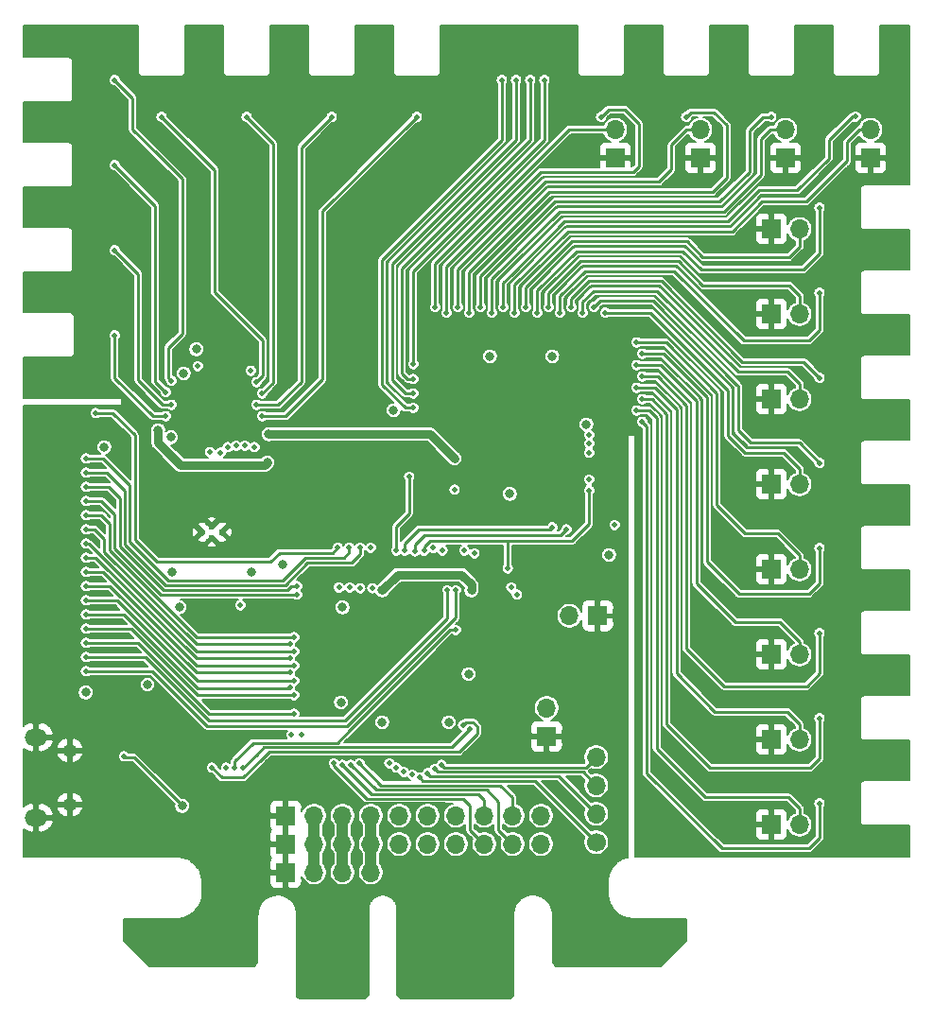
<source format=gbr>
G04 #@! TF.GenerationSoftware,KiCad,Pcbnew,(5.1.6)-1*
G04 #@! TF.CreationDate,2020-07-24T04:57:17+02:00*
G04 #@! TF.ProjectId,AnalogControlBoard_Rev1.1,416e616c-6f67-4436-9f6e-74726f6c426f,rev?*
G04 #@! TF.SameCoordinates,Original*
G04 #@! TF.FileFunction,Copper,L2,Inr*
G04 #@! TF.FilePolarity,Positive*
%FSLAX46Y46*%
G04 Gerber Fmt 4.6, Leading zero omitted, Abs format (unit mm)*
G04 Created by KiCad (PCBNEW (5.1.6)-1) date 2020-07-24 04:57:17*
%MOMM*%
%LPD*%
G01*
G04 APERTURE LIST*
G04 #@! TA.AperFunction,ViaPad*
%ADD10C,0.600000*%
G04 #@! TD*
G04 #@! TA.AperFunction,ViaPad*
%ADD11R,1.700000X1.700000*%
G04 #@! TD*
G04 #@! TA.AperFunction,ViaPad*
%ADD12O,1.700000X1.700000*%
G04 #@! TD*
G04 #@! TA.AperFunction,ViaPad*
%ADD13C,1.700000*%
G04 #@! TD*
G04 #@! TA.AperFunction,ViaPad*
%ADD14O,1.300000X1.100000*%
G04 #@! TD*
G04 #@! TA.AperFunction,ViaPad*
%ADD15O,2.000000X1.500000*%
G04 #@! TD*
G04 #@! TA.AperFunction,ViaPad*
%ADD16C,0.800000*%
G04 #@! TD*
G04 #@! TA.AperFunction,ViaPad*
%ADD17C,0.500000*%
G04 #@! TD*
G04 #@! TA.AperFunction,Conductor*
%ADD18C,0.750000*%
G04 #@! TD*
G04 #@! TA.AperFunction,Conductor*
%ADD19C,0.250000*%
G04 #@! TD*
G04 #@! TA.AperFunction,Conductor*
%ADD20C,0.150000*%
G04 #@! TD*
G04 #@! TA.AperFunction,Conductor*
%ADD21C,1.000000*%
G04 #@! TD*
G04 #@! TA.AperFunction,Conductor*
%ADD22C,0.200000*%
G04 #@! TD*
G04 APERTURE END LIST*
D10*
X122936000Y-97290000D03*
X122936000Y-98290000D03*
X122036000Y-97790000D03*
X123836000Y-97790000D03*
D11*
X173024800Y-123977400D03*
D12*
X175564800Y-123977400D03*
D11*
X173024800Y-116357400D03*
D12*
X175564800Y-116357400D03*
D11*
X173024800Y-108737400D03*
D12*
X175564800Y-108737400D03*
D11*
X173024800Y-101117400D03*
D12*
X175564800Y-101117400D03*
D11*
X173024800Y-93497400D03*
D12*
X175564800Y-93497400D03*
D11*
X173024800Y-85877400D03*
D12*
X175564800Y-85877400D03*
D11*
X173024800Y-78257400D03*
D12*
X175564800Y-78257400D03*
D11*
X173024800Y-70637400D03*
D12*
X175564800Y-70637400D03*
D11*
X181914800Y-64287400D03*
D12*
X181914800Y-61747400D03*
D11*
X174294800Y-64287400D03*
D12*
X174294800Y-61747400D03*
D11*
X166674800Y-64287400D03*
D12*
X166674800Y-61747400D03*
D11*
X159054800Y-64287400D03*
D12*
X159054800Y-61747400D03*
D13*
X157353000Y-125539500D03*
D12*
X157353000Y-122999500D03*
X157353000Y-120459500D03*
X157353000Y-117919500D03*
D11*
X129540000Y-128270000D03*
D12*
X132080000Y-128270000D03*
X134620000Y-128270000D03*
X137160000Y-128270000D03*
D11*
X129540000Y-125730000D03*
X129540000Y-123190000D03*
D12*
X132080000Y-125730000D03*
X132080000Y-123190000D03*
X134620000Y-125730000D03*
X134620000Y-123190000D03*
X137160000Y-125730000D03*
X137160000Y-123190000D03*
X139700000Y-125730000D03*
X139700000Y-123190000D03*
X142240000Y-125730000D03*
X142240000Y-123190000D03*
X144780000Y-125730000D03*
X144780000Y-123190000D03*
X147320000Y-125730000D03*
X147320000Y-123190000D03*
X149860000Y-125730000D03*
X149860000Y-123190000D03*
X152400000Y-125730000D03*
X152400000Y-123190000D03*
D11*
X152908000Y-116078000D03*
D12*
X152908000Y-113538000D03*
D14*
X110188000Y-117336000D03*
D15*
X107188000Y-116161000D03*
X107188000Y-123361000D03*
D14*
X110188000Y-122186000D03*
D11*
X157480000Y-105283000D03*
D12*
X154940000Y-105283000D03*
D16*
X145923000Y-110490000D03*
X120396000Y-83566000D03*
X113284000Y-90170000D03*
X138176000Y-102997000D03*
D17*
X144653000Y-93980000D03*
D16*
X128016000Y-89027000D03*
X111633000Y-112141000D03*
X144653000Y-91186000D03*
X149606000Y-94361000D03*
X146177000Y-102997000D03*
X138176000Y-114808000D03*
X144145000Y-114808000D03*
X134493000Y-113030000D03*
X134620000Y-104521000D03*
X120015000Y-104521000D03*
X158496000Y-99822000D03*
X135382000Y-93091000D03*
X127762000Y-98552000D03*
X130302000Y-93726000D03*
X149479000Y-114808000D03*
X147066000Y-118110000D03*
X149733000Y-109728000D03*
X151892000Y-109474000D03*
X160274000Y-88392000D03*
X156464000Y-87122000D03*
X158369000Y-80518000D03*
X154432000Y-82042000D03*
X142875000Y-80391000D03*
D17*
X125603000Y-83121500D03*
D16*
X120777000Y-90043000D03*
X130683000Y-87757000D03*
X137668000Y-85217000D03*
X128905000Y-85090000D03*
X127000000Y-78613000D03*
X131953000Y-83566000D03*
X115316000Y-83693000D03*
X119126000Y-79756000D03*
X124333000Y-78740000D03*
X117094000Y-83566000D03*
X116078000Y-87376000D03*
X143002000Y-102997000D03*
X140208000Y-97663000D03*
X142621000Y-96075500D03*
X136144000Y-108204000D03*
X138811000Y-113792000D03*
X135636000Y-110490000D03*
X140335000Y-112395000D03*
D17*
X125476000Y-105219500D03*
D16*
X144526000Y-85788500D03*
X150876000Y-94361000D03*
X146748500Y-82105500D03*
X150495000Y-82169000D03*
X156464000Y-84328000D03*
X158369000Y-96329500D03*
X145542000Y-89281000D03*
D17*
X122809000Y-82804000D03*
D16*
X143764000Y-60960000D03*
X136144000Y-60960000D03*
X128524000Y-60960000D03*
X120904000Y-60960000D03*
X109728000Y-83820000D03*
X114300000Y-74676000D03*
X114300000Y-67056000D03*
X114300000Y-59436000D03*
X125476000Y-113284000D03*
X147002500Y-57277000D03*
X145923000Y-108966000D03*
X121539000Y-81407000D03*
X139192000Y-86868000D03*
X147828000Y-82042000D03*
X156464000Y-88138000D03*
X153416000Y-82042000D03*
D17*
X125730000Y-118872000D03*
X146050000Y-115443000D03*
X122936000Y-118872000D03*
X145415000Y-115062000D03*
X144780000Y-106553000D03*
X124968000Y-118872000D03*
X125476000Y-104330500D03*
X124206000Y-118872000D03*
D16*
X126492000Y-101346000D03*
X119380000Y-101346000D03*
X118110000Y-88646000D03*
X127889000Y-91567000D03*
X119253000Y-89281000D03*
D17*
X126415800Y-83337400D03*
X135255000Y-102743000D03*
X123698000Y-90678000D03*
X137287000Y-102806500D03*
X119303800Y-84226400D03*
X114223800Y-57302400D03*
X114223800Y-64922400D03*
X118795800Y-85242400D03*
X114223800Y-72542400D03*
X119303800Y-86385400D03*
X118795800Y-87401400D03*
X114223800Y-80162400D03*
X127431800Y-87401400D03*
X141274800Y-60604400D03*
X126923800Y-86385400D03*
X133654800Y-60604400D03*
X126034800Y-60604400D03*
X127431800Y-85369400D03*
X118414800Y-60604400D03*
X126923800Y-84353400D03*
X121666000Y-82931000D03*
X134302500Y-102743000D03*
X156718000Y-89090500D03*
X139446000Y-99441000D03*
X140589000Y-92837000D03*
X145542000Y-99441000D03*
X156718000Y-93091000D03*
X156718000Y-90678000D03*
X143573500Y-99441000D03*
X156718000Y-89852500D03*
X142748000Y-99187000D03*
D16*
X129286000Y-100647500D03*
X117157500Y-111442500D03*
D17*
X160959800Y-86893400D03*
X160959800Y-84861400D03*
X160959800Y-82829400D03*
X160959800Y-80797400D03*
X158165800Y-78130400D03*
X156133800Y-78130400D03*
X153085800Y-77622400D03*
X151053800Y-77622400D03*
X150037800Y-78130400D03*
X148005800Y-78130400D03*
X144957800Y-77622400D03*
X142925800Y-77622400D03*
X177342800Y-122072400D03*
X161467800Y-87909400D03*
X161467800Y-85877400D03*
X177342800Y-114452400D03*
X161467800Y-83845400D03*
X177342800Y-106832400D03*
X177342800Y-99212400D03*
X161467800Y-81813400D03*
X157149800Y-77622400D03*
X177342800Y-91592400D03*
X155117800Y-77622400D03*
X177342800Y-83972400D03*
X177342800Y-76352400D03*
X154101800Y-78130400D03*
X177342800Y-68732400D03*
X152069800Y-78130400D03*
X149021800Y-77622400D03*
X180594000Y-60579000D03*
X173024800Y-60604400D03*
X146989800Y-77622400D03*
X145973800Y-78130400D03*
X165404800Y-60604400D03*
X157784800Y-60604400D03*
X143941800Y-78130400D03*
X148894800Y-57302400D03*
X140970000Y-86664800D03*
X151434800Y-57302400D03*
X140970000Y-84074000D03*
X140970000Y-82753200D03*
X152704800Y-57302400D03*
X150164800Y-57302400D03*
X140970000Y-85369400D03*
X124333000Y-90170000D03*
X156718000Y-94043500D03*
X141922500Y-99441000D03*
X149415500Y-101028500D03*
X154686000Y-97536000D03*
X125095000Y-90043000D03*
X141097000Y-99504500D03*
X153416000Y-97345500D03*
X125857000Y-90043000D03*
X140208000Y-99441000D03*
X143510000Y-118618000D03*
X142875000Y-118999000D03*
X142240000Y-119380000D03*
X141541500Y-119761000D03*
X112522000Y-87122000D03*
X134213600Y-99187000D03*
X126746000Y-90170000D03*
X137160000Y-99187000D03*
X136207500Y-102806500D03*
X122745500Y-90614500D03*
D16*
X120269000Y-122301000D03*
D17*
X115062000Y-117856000D03*
X140081000Y-119253000D03*
X138811000Y-118491000D03*
X135382000Y-118618000D03*
X133858000Y-118491000D03*
X130937000Y-115951000D03*
X130048000Y-115951000D03*
X134620000Y-118618000D03*
X136144000Y-118491000D03*
X139446000Y-118872000D03*
X140843000Y-119507000D03*
X150241000Y-103378000D03*
X149733000Y-102743000D03*
X146431000Y-99695000D03*
X159004000Y-97155000D03*
X111633000Y-108966000D03*
X144018000Y-102997000D03*
X111633000Y-106426000D03*
X130302000Y-112395000D03*
X111633000Y-103886000D03*
X130302000Y-111125000D03*
X111633000Y-101346000D03*
X130302000Y-109728000D03*
X111633000Y-98806000D03*
X130302000Y-108458000D03*
X111633000Y-96266000D03*
X130302000Y-107188000D03*
X111633000Y-93726000D03*
X130556000Y-102616000D03*
X111633000Y-91186000D03*
X135229600Y-99187000D03*
X136194800Y-99187000D03*
X111633000Y-92456000D03*
X111633000Y-94996000D03*
X130556000Y-103378000D03*
X111633000Y-97536000D03*
X129921000Y-107759500D03*
X129921000Y-109093000D03*
X111633000Y-100076000D03*
X129921000Y-110363000D03*
X111633000Y-102616000D03*
X129921000Y-111696500D03*
X111633000Y-105156000D03*
X130302000Y-114046000D03*
X111633000Y-107696000D03*
X111633000Y-110236000D03*
X144780000Y-102997000D03*
D18*
X146177000Y-102997000D02*
X146177000Y-102489000D01*
X146177000Y-102489000D02*
X145288000Y-101600000D01*
X145288000Y-101600000D02*
X139573000Y-101600000D01*
X139573000Y-101600000D02*
X138176000Y-102997000D01*
X144653000Y-91186000D02*
X142494000Y-89027000D01*
X142494000Y-89027000D02*
X128016000Y-89027000D01*
D19*
X159004000Y-87122000D02*
X160274000Y-88392000D01*
X159004000Y-87122000D02*
X156464000Y-87122000D01*
X130683000Y-87757000D02*
X135128000Y-87757000D01*
X135128000Y-87757000D02*
X137668000Y-85217000D01*
X135636000Y-108712000D02*
X136144000Y-108204000D01*
X135636000Y-110490000D02*
X135636000Y-108712000D01*
D20*
X129540000Y-123190000D02*
X129540000Y-121539000D01*
X143764000Y-122047000D02*
X143891000Y-122174000D01*
X136144000Y-122047000D02*
X143764000Y-122047000D01*
X135382000Y-121285000D02*
X136144000Y-122047000D01*
X129794000Y-121285000D02*
X135382000Y-121285000D01*
X129540000Y-121539000D02*
X129794000Y-121285000D01*
D19*
X127552498Y-117049502D02*
X144443498Y-117049502D01*
X126942002Y-117659998D02*
X127552498Y-117049502D01*
X126942002Y-117659998D02*
X125730000Y-118872000D01*
X144443498Y-117049502D02*
X146050000Y-115443000D01*
X144310004Y-117449504D02*
X145059496Y-117449504D01*
X125730000Y-119761000D02*
X123825000Y-119761000D01*
X123825000Y-119761000D02*
X122936000Y-118872000D01*
X127381000Y-118110000D02*
X125730000Y-119761000D01*
X128041496Y-117449504D02*
X127381000Y-118110000D01*
X143865504Y-117449504D02*
X128041496Y-117449504D01*
X143865504Y-117449504D02*
X144310004Y-117449504D01*
X145669000Y-114808000D02*
X145415000Y-115062000D01*
X146304000Y-114808000D02*
X145669000Y-114808000D01*
X146685000Y-115189000D02*
X146304000Y-114808000D01*
X146685000Y-115824000D02*
X146685000Y-115189000D01*
X145059496Y-117449504D02*
X146685000Y-115824000D01*
X135288148Y-115539648D02*
X134178296Y-116649500D01*
X124968000Y-118300500D02*
X124968000Y-118872000D01*
X126619000Y-116649500D02*
X124968000Y-118300500D01*
X134178296Y-116649500D02*
X126619000Y-116649500D01*
X144274796Y-106553000D02*
X135288148Y-115539648D01*
X135288148Y-115539648D02*
X135246792Y-115581004D01*
X144780000Y-106553000D02*
X144274796Y-106553000D01*
D21*
X137160000Y-125730000D02*
X137160000Y-128270000D01*
X137160000Y-123190000D02*
X137160000Y-125730000D01*
X134620000Y-125730000D02*
X134620000Y-128270000D01*
X134620000Y-123190000D02*
X134620000Y-125730000D01*
D18*
X118110000Y-89789000D02*
X120142000Y-91821000D01*
X120142000Y-91821000D02*
X127635000Y-91821000D01*
X127635000Y-91821000D02*
X127889000Y-91567000D01*
X118110000Y-89789000D02*
X118110000Y-88646000D01*
D19*
X119303800Y-84226400D02*
X118999000Y-83921600D01*
X120269000Y-66167000D02*
X117983000Y-63881000D01*
X120269000Y-80010000D02*
X120269000Y-66167000D01*
X118999000Y-81280000D02*
X120269000Y-80010000D01*
X118999000Y-83921600D02*
X118999000Y-81280000D01*
X114223800Y-57302400D02*
X115824000Y-58902600D01*
X115824000Y-61722000D02*
X117983000Y-63881000D01*
X117983000Y-63881000D02*
X118110000Y-64008000D01*
X115824000Y-58902600D02*
X115824000Y-61722000D01*
X118795800Y-85242400D02*
X117856000Y-84302600D01*
X117856000Y-68554600D02*
X114223800Y-64922400D01*
X117856000Y-84302600D02*
X117856000Y-68554600D01*
X119303800Y-86385400D02*
X118516400Y-86385400D01*
X116332000Y-74650600D02*
X114223800Y-72542400D01*
X116332000Y-84201000D02*
X116332000Y-74650600D01*
X118516400Y-86385400D02*
X116332000Y-84201000D01*
X118795800Y-87401400D02*
X117627400Y-87401400D01*
X114223800Y-83997800D02*
X114223800Y-80162400D01*
X117627400Y-87401400D02*
X114223800Y-83997800D01*
X127431800Y-87401400D02*
X129514600Y-87401400D01*
X132842000Y-69037200D02*
X141274800Y-60604400D01*
X132842000Y-84074000D02*
X132842000Y-69037200D01*
X129514600Y-87401400D02*
X132842000Y-84074000D01*
X126923800Y-86385400D02*
X128879600Y-86385400D01*
X130937000Y-63322200D02*
X133654800Y-60604400D01*
X130937000Y-84328000D02*
X130937000Y-63322200D01*
X128879600Y-86385400D02*
X130937000Y-84328000D01*
X126034800Y-60604400D02*
X128397000Y-62966600D01*
X128397000Y-84404200D02*
X127431800Y-85369400D01*
X128397000Y-62966600D02*
X128397000Y-84404200D01*
X127508000Y-83769200D02*
X127508000Y-80645000D01*
X126923800Y-84353400D02*
X127508000Y-83769200D01*
X123190000Y-65379600D02*
X118414800Y-60604400D01*
X123190000Y-76327000D02*
X123190000Y-65379600D01*
X127508000Y-80645000D02*
X123190000Y-76327000D01*
X140589000Y-92837000D02*
X140589000Y-96139000D01*
X139446000Y-97282000D02*
X139446000Y-99441000D01*
X140589000Y-96139000D02*
X139446000Y-97282000D01*
D21*
X132080000Y-125730000D02*
X132080000Y-128270000D01*
X132080000Y-123190000D02*
X132080000Y-125730000D01*
D19*
X160959800Y-86893400D02*
X162077400Y-86893400D01*
X175564800Y-122542300D02*
X175564800Y-123977400D01*
X174561500Y-121539000D02*
X175564800Y-122542300D01*
X167132000Y-121539000D02*
X174561500Y-121539000D01*
X162750500Y-117157500D02*
X167132000Y-121539000D01*
X162750500Y-87566500D02*
X162750500Y-117157500D01*
X162077400Y-86893400D02*
X162750500Y-87566500D01*
X160959800Y-84861400D02*
X162585400Y-84861400D01*
X175564800Y-114985800D02*
X175564800Y-116357400D01*
X174434500Y-113855500D02*
X175564800Y-114985800D01*
X167957500Y-113855500D02*
X174434500Y-113855500D01*
X164528500Y-110426500D02*
X167957500Y-113855500D01*
X164528500Y-86804500D02*
X164528500Y-110426500D01*
X162585400Y-84861400D02*
X164528500Y-86804500D01*
X160959800Y-82829400D02*
X163093400Y-82829400D01*
X175564800Y-107619800D02*
X175564800Y-108737400D01*
X173799500Y-105854500D02*
X175564800Y-107619800D01*
X169799000Y-105854500D02*
X173799500Y-105854500D01*
X166306500Y-102362000D02*
X169799000Y-105854500D01*
X166306500Y-86042500D02*
X166306500Y-102362000D01*
X163093400Y-82829400D02*
X166306500Y-86042500D01*
X160959800Y-80797400D02*
X163601400Y-80797400D01*
X175564800Y-99872800D02*
X175564800Y-101117400D01*
X173609000Y-97917000D02*
X175564800Y-99872800D01*
X170688000Y-97917000D02*
X173609000Y-97917000D01*
X168148000Y-95377000D02*
X170688000Y-97917000D01*
X168148000Y-85344000D02*
X168148000Y-95377000D01*
X163601400Y-80797400D02*
X168148000Y-85344000D01*
X168910000Y-84836000D02*
X169164000Y-85090000D01*
X175564800Y-92125800D02*
X174117000Y-90678000D01*
X174117000Y-90678000D02*
X170688000Y-90678000D01*
X168910000Y-84836000D02*
X162204400Y-78130400D01*
X162204400Y-78130400D02*
X158165800Y-78130400D01*
X175564800Y-92125800D02*
X175564800Y-93497400D01*
X169164000Y-89154000D02*
X170688000Y-90678000D01*
X169164000Y-85090000D02*
X169164000Y-89154000D01*
X156133800Y-78130400D02*
X156133800Y-77165200D01*
X175564800Y-84505800D02*
X175564800Y-85877400D01*
X174498000Y-83439000D02*
X175564800Y-84505800D01*
X170053000Y-83439000D02*
X174498000Y-83439000D01*
X162814000Y-76200000D02*
X170053000Y-83439000D01*
X157099000Y-76200000D02*
X162814000Y-76200000D01*
X156133800Y-77165200D02*
X157099000Y-76200000D01*
X175564800Y-78257400D02*
X175564800Y-76631800D01*
X153085800Y-76403200D02*
X153085800Y-77622400D01*
X155956000Y-73533000D02*
X153085800Y-76403200D01*
X164719000Y-73533000D02*
X155956000Y-73533000D01*
X166878000Y-75692000D02*
X164719000Y-73533000D01*
X174625000Y-75692000D02*
X166878000Y-75692000D01*
X175564800Y-76631800D02*
X174625000Y-75692000D01*
X175564800Y-70637400D02*
X175564800Y-72212200D01*
X151053800Y-75895200D02*
X151053800Y-77622400D01*
X155194000Y-71755000D02*
X151053800Y-75895200D01*
X165481000Y-71755000D02*
X155194000Y-71755000D01*
X166878000Y-73152000D02*
X165481000Y-71755000D01*
X174625000Y-73152000D02*
X166878000Y-73152000D01*
X175564800Y-72212200D02*
X174625000Y-73152000D01*
X150037800Y-78130400D02*
X150037800Y-75641200D01*
X180949600Y-61747400D02*
X181914800Y-61747400D01*
X179832000Y-62865000D02*
X180949600Y-61747400D01*
X179832000Y-64516000D02*
X179832000Y-62865000D01*
X176149000Y-68199000D02*
X179832000Y-64516000D01*
X172212000Y-68199000D02*
X176149000Y-68199000D01*
X169545000Y-70866000D02*
X172212000Y-68199000D01*
X154813000Y-70866000D02*
X169545000Y-70866000D01*
X150037800Y-75641200D02*
X154813000Y-70866000D01*
X148005800Y-78130400D02*
X148005800Y-75133200D01*
X172948600Y-61747400D02*
X174294800Y-61747400D01*
X172085000Y-62611000D02*
X172948600Y-61747400D01*
X172085000Y-65786000D02*
X172085000Y-62611000D01*
X168783000Y-69088000D02*
X172085000Y-65786000D01*
X154051000Y-69088000D02*
X168783000Y-69088000D01*
X148005800Y-75133200D02*
X154051000Y-69088000D01*
X166674800Y-61747400D02*
X165455600Y-61747400D01*
X144957800Y-74244200D02*
X144957800Y-77622400D01*
X152781000Y-66421000D02*
X144957800Y-74244200D01*
X162941000Y-66421000D02*
X152781000Y-66421000D01*
X164084000Y-65278000D02*
X162941000Y-66421000D01*
X164084000Y-63119000D02*
X164084000Y-65278000D01*
X165455600Y-61747400D02*
X164084000Y-63119000D01*
X142925800Y-77622400D02*
X142925800Y-73736200D01*
X154914600Y-61747400D02*
X159054800Y-61747400D01*
X142925800Y-73736200D02*
X154914600Y-61747400D01*
X177342800Y-122072400D02*
X177342800Y-125171200D01*
X161861500Y-88303100D02*
X161467800Y-87909400D01*
X161861500Y-119380000D02*
X161861500Y-88303100D01*
X168592500Y-126111000D02*
X161861500Y-119380000D01*
X176403000Y-126111000D02*
X168592500Y-126111000D01*
X177342800Y-125171200D02*
X176403000Y-126111000D01*
X177342800Y-114452400D02*
X177342800Y-118059200D01*
X162331400Y-85877400D02*
X161467800Y-85877400D01*
X163639500Y-87185500D02*
X162331400Y-85877400D01*
X163639500Y-114998500D02*
X163639500Y-87185500D01*
X167513000Y-118872000D02*
X163639500Y-114998500D01*
X176530000Y-118872000D02*
X167513000Y-118872000D01*
X177342800Y-118059200D02*
X176530000Y-118872000D01*
X161467800Y-83845400D02*
X162839400Y-83845400D01*
X177342800Y-110439200D02*
X177342800Y-106832400D01*
X176212500Y-111569500D02*
X177342800Y-110439200D01*
X168783000Y-111569500D02*
X176212500Y-111569500D01*
X165417500Y-108204000D02*
X168783000Y-111569500D01*
X165417500Y-86423500D02*
X165417500Y-108204000D01*
X162839400Y-83845400D02*
X165417500Y-86423500D01*
X161467800Y-81813400D02*
X163347400Y-81813400D01*
X177342800Y-102374700D02*
X177342800Y-99212400D01*
X176403000Y-103314500D02*
X177342800Y-102374700D01*
X170116500Y-103314500D02*
X176403000Y-103314500D01*
X167259000Y-100457000D02*
X170116500Y-103314500D01*
X167259000Y-85725000D02*
X167259000Y-100457000D01*
X163347400Y-81813400D02*
X167259000Y-85725000D01*
X169926000Y-84582000D02*
X170053000Y-84709000D01*
X157149800Y-77622400D02*
X157683200Y-77089000D01*
X175539400Y-89789000D02*
X177342800Y-91592400D01*
X171196000Y-89789000D02*
X175539400Y-89789000D01*
X162433000Y-77089000D02*
X169926000Y-84582000D01*
X157683200Y-77089000D02*
X162433000Y-77089000D01*
X170053000Y-88646000D02*
X171196000Y-89789000D01*
X170053000Y-84709000D02*
X170053000Y-88646000D01*
X177342800Y-83972400D02*
X175920400Y-82550000D01*
X155117800Y-76911200D02*
X155117800Y-77622400D01*
X156718000Y-75311000D02*
X155117800Y-76911200D01*
X163195000Y-75311000D02*
X156718000Y-75311000D01*
X170434000Y-82550000D02*
X163195000Y-75311000D01*
X175920400Y-82550000D02*
X170434000Y-82550000D01*
X154101800Y-78130400D02*
X154101800Y-76657200D01*
X177342800Y-79705200D02*
X177342800Y-76352400D01*
X176403000Y-80645000D02*
X177342800Y-79705200D01*
X170561000Y-80645000D02*
X176403000Y-80645000D01*
X164338000Y-74422000D02*
X170561000Y-80645000D01*
X156337000Y-74422000D02*
X164338000Y-74422000D01*
X154101800Y-76657200D02*
X156337000Y-74422000D01*
X152069800Y-78130400D02*
X152069800Y-76149200D01*
X177342800Y-72847200D02*
X177342800Y-68732400D01*
X175895000Y-74295000D02*
X177342800Y-72847200D01*
X166751000Y-74295000D02*
X175895000Y-74295000D01*
X165100000Y-72644000D02*
X166751000Y-74295000D01*
X155575000Y-72644000D02*
X165100000Y-72644000D01*
X152069800Y-76149200D02*
X155575000Y-72644000D01*
X180594000Y-60579000D02*
X180276500Y-60579000D01*
X175323500Y-67183000D02*
X178181000Y-64325500D01*
X178181000Y-64325500D02*
X178181000Y-62674500D01*
X178181000Y-62674500D02*
X179641500Y-61214000D01*
X171196000Y-67945000D02*
X171958000Y-67183000D01*
X169164000Y-69977000D02*
X171196000Y-67945000D01*
X149796500Y-74676000D02*
X154495500Y-69977000D01*
X149021800Y-75450700D02*
X149796500Y-74676000D01*
X149021800Y-77622400D02*
X149021800Y-75450700D01*
X154495500Y-69977000D02*
X158813500Y-69977000D01*
X158813500Y-69977000D02*
X169164000Y-69977000D01*
X171958000Y-67183000D02*
X174561500Y-67183000D01*
X174561500Y-67183000D02*
X175323500Y-67183000D01*
X180276500Y-60579000D02*
X179641500Y-61214000D01*
X173024800Y-60604400D02*
X172313600Y-60604400D01*
X146989800Y-74879200D02*
X146989800Y-77622400D01*
X153670000Y-68199000D02*
X146989800Y-74879200D01*
X168402000Y-68199000D02*
X153670000Y-68199000D01*
X171069000Y-65532000D02*
X168402000Y-68199000D01*
X171069000Y-61849000D02*
X171069000Y-65532000D01*
X172313600Y-60604400D02*
X171069000Y-61849000D01*
X145973800Y-78130400D02*
X145973800Y-74498200D01*
X165811200Y-60198000D02*
X165404800Y-60604400D01*
X167894000Y-60198000D02*
X165811200Y-60198000D01*
X169037000Y-61341000D02*
X167894000Y-60198000D01*
X169037000Y-66040000D02*
X169037000Y-61341000D01*
X167767000Y-67310000D02*
X169037000Y-66040000D01*
X153162000Y-67310000D02*
X167767000Y-67310000D01*
X145973800Y-74498200D02*
X153162000Y-67310000D01*
X143941800Y-78130400D02*
X143941800Y-73990200D01*
X158445200Y-59944000D02*
X157784800Y-60604400D01*
X159893000Y-59944000D02*
X158445200Y-59944000D01*
X161163000Y-61214000D02*
X159893000Y-59944000D01*
X161163000Y-65024000D02*
X161163000Y-61214000D01*
X160655000Y-65532000D02*
X161163000Y-65024000D01*
X152400000Y-65532000D02*
X160655000Y-65532000D01*
X143941800Y-73990200D02*
X152400000Y-65532000D01*
X140970000Y-86664800D02*
X140258800Y-86664800D01*
X148894800Y-62687200D02*
X148894800Y-57302400D01*
X138176000Y-73406000D02*
X148894800Y-62687200D01*
X138176000Y-84582000D02*
X138176000Y-73406000D01*
X140258800Y-86664800D02*
X138176000Y-84582000D01*
X140970000Y-84074000D02*
X140462000Y-84074000D01*
X151434800Y-62687200D02*
X151434800Y-57302400D01*
X139954000Y-74168000D02*
X151434800Y-62687200D01*
X139954000Y-83566000D02*
X139954000Y-74168000D01*
X140462000Y-84074000D02*
X139954000Y-83566000D01*
X152704800Y-57302400D02*
X152704800Y-62687200D01*
X140970000Y-74422000D02*
X140970000Y-82753200D01*
X152704800Y-62687200D02*
X140970000Y-74422000D01*
X150164800Y-57302400D02*
X150164800Y-62687200D01*
X140233400Y-85369400D02*
X140970000Y-85369400D01*
X139065000Y-84201000D02*
X140233400Y-85369400D01*
X139065000Y-73787000D02*
X139065000Y-84201000D01*
X150164800Y-62687200D02*
X139065000Y-73787000D01*
X141922500Y-99441000D02*
X141922500Y-99060000D01*
X142621000Y-98552000D02*
X148336000Y-98552000D01*
X148336000Y-98552000D02*
X148463000Y-98552000D01*
X148463000Y-98552000D02*
X149415500Y-98552000D01*
X149415500Y-98552000D02*
X151257000Y-98552000D01*
X151257000Y-98552000D02*
X155194000Y-98552000D01*
X155194000Y-98552000D02*
X156718000Y-97028000D01*
X156718000Y-94043500D02*
X156718000Y-97028000D01*
X142430500Y-98552000D02*
X142621000Y-98552000D01*
X141922500Y-99060000D02*
X142430500Y-98552000D01*
X149415500Y-101028500D02*
X149415500Y-98552000D01*
X154178000Y-98044000D02*
X141922500Y-98044000D01*
X154178000Y-98044000D02*
X154686000Y-97536000D01*
X141097000Y-98869500D02*
X141097000Y-99504500D01*
X141922500Y-98044000D02*
X141097000Y-98869500D01*
X141478000Y-97536000D02*
X153225500Y-97536000D01*
X140208000Y-98806000D02*
X141478000Y-97536000D01*
X140208000Y-98806000D02*
X140208000Y-99441000D01*
X153225500Y-97536000D02*
X153416000Y-97345500D01*
X143510000Y-118618000D02*
X143744998Y-118852998D01*
X156419502Y-118852998D02*
X157353000Y-117919500D01*
X143744998Y-118852998D02*
X156419502Y-118852998D01*
X142875000Y-118999000D02*
X143129000Y-119253000D01*
X156146500Y-119253000D02*
X157353000Y-120459500D01*
X143129000Y-119253000D02*
X156146500Y-119253000D01*
X156991002Y-120097502D02*
X157353000Y-120459500D01*
X157220498Y-120592002D02*
X157353000Y-120459500D01*
X157320498Y-120492002D02*
X157353000Y-120459500D01*
X157353000Y-120459500D02*
X157320498Y-120492002D01*
X142240000Y-119380000D02*
X142513002Y-119653002D01*
X154006502Y-119653002D02*
X157353000Y-122999500D01*
X142513002Y-119653002D02*
X154006502Y-119653002D01*
X141541500Y-119761000D02*
X141833504Y-120053004D01*
X151866504Y-120053004D02*
X157353000Y-125539500D01*
X141833504Y-120053004D02*
X151866504Y-120053004D01*
X114046000Y-87122000D02*
X112522000Y-87122000D01*
X133774602Y-99625998D02*
X134213600Y-99187000D01*
X128974002Y-99625998D02*
X133774602Y-99625998D01*
X128143000Y-100457000D02*
X128974002Y-99625998D01*
X117984398Y-100457000D02*
X128143000Y-100457000D01*
X116020002Y-98492604D02*
X117984398Y-100457000D01*
X116020002Y-93472000D02*
X116020002Y-89096002D01*
X116020002Y-89096002D02*
X114046000Y-87122000D01*
X116020002Y-93412604D02*
X116020002Y-93472000D01*
X116020002Y-93472000D02*
X116020002Y-98492604D01*
X115951000Y-117983000D02*
X115189000Y-117983000D01*
X115951000Y-117983000D02*
X120269000Y-122301000D01*
X115189000Y-117983000D02*
X115062000Y-117856000D01*
X135382000Y-118618000D02*
X137617008Y-120853008D01*
X148590000Y-124460000D02*
X149860000Y-125730000D01*
X148590000Y-121920000D02*
X148590000Y-124460000D01*
X147523008Y-120853008D02*
X148590000Y-121920000D01*
X137617008Y-120853008D02*
X147523008Y-120853008D01*
X133858000Y-118491000D02*
X133858000Y-118745000D01*
X146050000Y-124460000D02*
X147320000Y-125730000D01*
X146050000Y-122301000D02*
X146050000Y-124460000D01*
X145402012Y-121653012D02*
X146050000Y-122301000D01*
X136766012Y-121653012D02*
X145402012Y-121653012D01*
X133858000Y-118745000D02*
X136766012Y-121653012D01*
X134620000Y-118618000D02*
X137255010Y-121253010D01*
X147320000Y-121793000D02*
X147320000Y-123190000D01*
X146780010Y-121253010D02*
X147320000Y-121793000D01*
X137255010Y-121253010D02*
X146780010Y-121253010D01*
X136144000Y-118491000D02*
X138106006Y-120453006D01*
X149860000Y-121539000D02*
X149860000Y-123190000D01*
X148774006Y-120453006D02*
X149860000Y-121539000D01*
X138106006Y-120453006D02*
X148774006Y-120453006D01*
X132334000Y-114681000D02*
X134874000Y-114681000D01*
X111633000Y-108966000D02*
X116947428Y-108966000D01*
X122662428Y-114681000D02*
X128143000Y-114681000D01*
X116947428Y-108966000D02*
X122662428Y-114681000D01*
X128143000Y-114681000D02*
X132334000Y-114681000D01*
X144018000Y-105537000D02*
X144018000Y-102997000D01*
X134874000Y-114681000D02*
X144018000Y-105537000D01*
X130302000Y-112395000D02*
X121649224Y-112395000D01*
X115680224Y-106426000D02*
X111633000Y-106426000D01*
X121649224Y-112395000D02*
X115680224Y-106426000D01*
X121652020Y-111125000D02*
X114413020Y-103886000D01*
X114413020Y-103886000D02*
X111633000Y-103886000D01*
X130302000Y-111125000D02*
X121652020Y-111125000D01*
X130302000Y-109728000D02*
X121527816Y-109728000D01*
X113145816Y-101346000D02*
X111633000Y-101346000D01*
X121527816Y-109728000D02*
X113145816Y-101346000D01*
X111633000Y-98806000D02*
X111878612Y-98806000D01*
X121530612Y-108458000D02*
X130302000Y-108458000D01*
X111878612Y-98806000D02*
X121530612Y-108458000D01*
X111633000Y-96266000D02*
X113007992Y-96266000D01*
X121533408Y-107188000D02*
X130302000Y-107188000D01*
X113769992Y-99424584D02*
X121533408Y-107188000D01*
X113769992Y-97028000D02*
X113769992Y-99424584D01*
X113007992Y-96266000D02*
X113769992Y-97028000D01*
X114669996Y-99051792D02*
X118615204Y-102997000D01*
X113665000Y-93726000D02*
X114669996Y-94730996D01*
X114669996Y-94730996D02*
X114669996Y-99051792D01*
X111633000Y-93726000D02*
X113665000Y-93726000D01*
X130048000Y-102616000D02*
X130556000Y-102616000D01*
X129667000Y-102997000D02*
X130048000Y-102616000D01*
X118615204Y-102997000D02*
X129667000Y-102997000D01*
X115570000Y-98679000D02*
X118987996Y-102096996D01*
X115570000Y-93599000D02*
X115570000Y-98679000D01*
X113157000Y-91186000D02*
X115570000Y-93599000D01*
X118987996Y-102096996D02*
X129294208Y-102096996D01*
X111633000Y-91186000D02*
X113157000Y-91186000D01*
X129294208Y-102096996D02*
X131315204Y-100076000D01*
X135229600Y-99593400D02*
X135229600Y-99187000D01*
X134747000Y-100076000D02*
X135229600Y-99593400D01*
X131315204Y-100076000D02*
X134747000Y-100076000D01*
X129413000Y-102546998D02*
X129480604Y-102546998D01*
X129480604Y-102546998D02*
X131501600Y-100526002D01*
X136194800Y-99771200D02*
X136194800Y-99187000D01*
X135439998Y-100526002D02*
X136194800Y-99771200D01*
X131501600Y-100526002D02*
X135439998Y-100526002D01*
X115119998Y-98865396D02*
X118801600Y-102546998D01*
X113538000Y-92456000D02*
X111633000Y-92456000D01*
X115119998Y-94037998D02*
X113538000Y-92456000D01*
X115119998Y-98865396D02*
X115119998Y-94037998D01*
X118801600Y-102546998D02*
X129413000Y-102546998D01*
X114219994Y-99238188D02*
X118378808Y-103397002D01*
X114219994Y-99238188D02*
X114219994Y-96185994D01*
X114219994Y-96185994D02*
X113030000Y-94996000D01*
X113030000Y-94996000D02*
X111633000Y-94996000D01*
X130536998Y-103397002D02*
X130556000Y-103378000D01*
X118378808Y-103397002D02*
X130536998Y-103397002D01*
X121532010Y-107823000D02*
X129857500Y-107823000D01*
X113284000Y-99574990D02*
X113284000Y-98425000D01*
X121532010Y-107823000D02*
X113284000Y-99574990D01*
X112395000Y-97536000D02*
X111633000Y-97536000D01*
X113284000Y-98425000D02*
X112395000Y-97536000D01*
X129857500Y-107823000D02*
X129921000Y-107759500D01*
X121529214Y-109093000D02*
X112512214Y-100076000D01*
X112512214Y-100076000D02*
X111633000Y-100076000D01*
X129921000Y-109093000D02*
X121529214Y-109093000D01*
X121526418Y-110363000D02*
X113779418Y-102616000D01*
X113779418Y-102616000D02*
X111633000Y-102616000D01*
X129921000Y-110363000D02*
X121526418Y-110363000D01*
X121650622Y-111760000D02*
X129857500Y-111760000D01*
X121650622Y-111760000D02*
X115046622Y-105156000D01*
X115046622Y-105156000D02*
X111633000Y-105156000D01*
X129857500Y-111760000D02*
X129921000Y-111696500D01*
X130302000Y-114046000D02*
X122663826Y-114046000D01*
X116313826Y-107696000D02*
X111633000Y-107696000D01*
X122663826Y-114046000D02*
X116313826Y-107696000D01*
X144780000Y-102997000D02*
X144780000Y-105411398D01*
X132772998Y-115131002D02*
X122476032Y-115131002D01*
X122476032Y-115131002D02*
X117581030Y-110236000D01*
X117581030Y-110236000D02*
X111633000Y-110236000D01*
X135060396Y-115131002D02*
X132772998Y-115131002D01*
X144780000Y-105411398D02*
X135060396Y-115131002D01*
X144780000Y-102997000D02*
X144780000Y-103124000D01*
D22*
G36*
X116338001Y-56623571D02*
G01*
X116336186Y-56642000D01*
X116343426Y-56715513D01*
X116364869Y-56786200D01*
X116399691Y-56851347D01*
X116446552Y-56908448D01*
X116503653Y-56955309D01*
X116568800Y-56990131D01*
X116639487Y-57011574D01*
X116694581Y-57017000D01*
X116713000Y-57018814D01*
X116731419Y-57017000D01*
X120123581Y-57017000D01*
X120142000Y-57018814D01*
X120160419Y-57017000D01*
X120215513Y-57011574D01*
X120286200Y-56990131D01*
X120351347Y-56955309D01*
X120408448Y-56908448D01*
X120455309Y-56851347D01*
X120490131Y-56786200D01*
X120511574Y-56715513D01*
X120518814Y-56642000D01*
X120517000Y-56623581D01*
X120517000Y-52445000D01*
X123958000Y-52445000D01*
X123958001Y-56623571D01*
X123956186Y-56642000D01*
X123963426Y-56715513D01*
X123984869Y-56786200D01*
X124019691Y-56851347D01*
X124066552Y-56908448D01*
X124123653Y-56955309D01*
X124188800Y-56990131D01*
X124259487Y-57011574D01*
X124314581Y-57017000D01*
X124333000Y-57018814D01*
X124351419Y-57017000D01*
X127743581Y-57017000D01*
X127762000Y-57018814D01*
X127780419Y-57017000D01*
X127835513Y-57011574D01*
X127906200Y-56990131D01*
X127971347Y-56955309D01*
X128028448Y-56908448D01*
X128075309Y-56851347D01*
X128110131Y-56786200D01*
X128131574Y-56715513D01*
X128138814Y-56642000D01*
X128137000Y-56623581D01*
X128137000Y-52445000D01*
X131578000Y-52445000D01*
X131578001Y-56623571D01*
X131576186Y-56642000D01*
X131583426Y-56715513D01*
X131604869Y-56786200D01*
X131639691Y-56851347D01*
X131686552Y-56908448D01*
X131743653Y-56955309D01*
X131808800Y-56990131D01*
X131879487Y-57011574D01*
X131934581Y-57017000D01*
X131953000Y-57018814D01*
X131971419Y-57017000D01*
X135363581Y-57017000D01*
X135382000Y-57018814D01*
X135400419Y-57017000D01*
X135455513Y-57011574D01*
X135526200Y-56990131D01*
X135591347Y-56955309D01*
X135648448Y-56908448D01*
X135695309Y-56851347D01*
X135730131Y-56786200D01*
X135751574Y-56715513D01*
X135758814Y-56642000D01*
X135757000Y-56623581D01*
X135757000Y-52445000D01*
X139198000Y-52445000D01*
X139198001Y-56623571D01*
X139196186Y-56642000D01*
X139203426Y-56715513D01*
X139224869Y-56786200D01*
X139259691Y-56851347D01*
X139306552Y-56908448D01*
X139363653Y-56955309D01*
X139428800Y-56990131D01*
X139499487Y-57011574D01*
X139554581Y-57017000D01*
X139573000Y-57018814D01*
X139591419Y-57017000D01*
X142983581Y-57017000D01*
X143002000Y-57018814D01*
X143020419Y-57017000D01*
X143075513Y-57011574D01*
X143146200Y-56990131D01*
X143211347Y-56955309D01*
X143268448Y-56908448D01*
X143315309Y-56851347D01*
X143350131Y-56786200D01*
X143371574Y-56715513D01*
X143378814Y-56642000D01*
X143377000Y-56623581D01*
X143377000Y-52445000D01*
X155708000Y-52445000D01*
X155708001Y-56623571D01*
X155706186Y-56642000D01*
X155713426Y-56715513D01*
X155734869Y-56786200D01*
X155769691Y-56851347D01*
X155816552Y-56908448D01*
X155873653Y-56955309D01*
X155938800Y-56990131D01*
X156009487Y-57011574D01*
X156064581Y-57017000D01*
X156083000Y-57018814D01*
X156101419Y-57017000D01*
X159493581Y-57017000D01*
X159512000Y-57018814D01*
X159530419Y-57017000D01*
X159585513Y-57011574D01*
X159656200Y-56990131D01*
X159721347Y-56955309D01*
X159778448Y-56908448D01*
X159825309Y-56851347D01*
X159860131Y-56786200D01*
X159881574Y-56715513D01*
X159888814Y-56642000D01*
X159887000Y-56623581D01*
X159887000Y-52445000D01*
X163328000Y-52445000D01*
X163328001Y-56623571D01*
X163326186Y-56642000D01*
X163333426Y-56715513D01*
X163354869Y-56786200D01*
X163389691Y-56851347D01*
X163436552Y-56908448D01*
X163493653Y-56955309D01*
X163558800Y-56990131D01*
X163629487Y-57011574D01*
X163684581Y-57017000D01*
X163703000Y-57018814D01*
X163721419Y-57017000D01*
X167113581Y-57017000D01*
X167132000Y-57018814D01*
X167150419Y-57017000D01*
X167205513Y-57011574D01*
X167276200Y-56990131D01*
X167341347Y-56955309D01*
X167398448Y-56908448D01*
X167445309Y-56851347D01*
X167480131Y-56786200D01*
X167501574Y-56715513D01*
X167508814Y-56642000D01*
X167507000Y-56623581D01*
X167507000Y-52445000D01*
X170948000Y-52445000D01*
X170948001Y-56623571D01*
X170946186Y-56642000D01*
X170953426Y-56715513D01*
X170974869Y-56786200D01*
X171009691Y-56851347D01*
X171056552Y-56908448D01*
X171113653Y-56955309D01*
X171178800Y-56990131D01*
X171249487Y-57011574D01*
X171304581Y-57017000D01*
X171323000Y-57018814D01*
X171341419Y-57017000D01*
X174733581Y-57017000D01*
X174752000Y-57018814D01*
X174770419Y-57017000D01*
X174825513Y-57011574D01*
X174896200Y-56990131D01*
X174961347Y-56955309D01*
X175018448Y-56908448D01*
X175065309Y-56851347D01*
X175100131Y-56786200D01*
X175121574Y-56715513D01*
X175128814Y-56642000D01*
X175127000Y-56623581D01*
X175127000Y-52445000D01*
X178568000Y-52445000D01*
X178568001Y-56623571D01*
X178566186Y-56642000D01*
X178573426Y-56715513D01*
X178594869Y-56786200D01*
X178629691Y-56851347D01*
X178676552Y-56908448D01*
X178733653Y-56955309D01*
X178798800Y-56990131D01*
X178869487Y-57011574D01*
X178924581Y-57017000D01*
X178943000Y-57018814D01*
X178961419Y-57017000D01*
X182353581Y-57017000D01*
X182372000Y-57018814D01*
X182390419Y-57017000D01*
X182445513Y-57011574D01*
X182516200Y-56990131D01*
X182581347Y-56955309D01*
X182638448Y-56908448D01*
X182685309Y-56851347D01*
X182720131Y-56786200D01*
X182741574Y-56715513D01*
X182748814Y-56642000D01*
X182747000Y-56623581D01*
X182747000Y-52445000D01*
X185426000Y-52445000D01*
X185426001Y-66681000D01*
X181374419Y-66681000D01*
X181356000Y-66679186D01*
X181337581Y-66681000D01*
X181282487Y-66686426D01*
X181211800Y-66707869D01*
X181146653Y-66742691D01*
X181089552Y-66789552D01*
X181042691Y-66846653D01*
X181007869Y-66911800D01*
X180986426Y-66982487D01*
X180979186Y-67056000D01*
X180981000Y-67074419D01*
X180981001Y-70339571D01*
X180979186Y-70358000D01*
X180986426Y-70431513D01*
X181007869Y-70502200D01*
X181042691Y-70567347D01*
X181089552Y-70624448D01*
X181146653Y-70671309D01*
X181211800Y-70706131D01*
X181282487Y-70727574D01*
X181337581Y-70733000D01*
X181356000Y-70734814D01*
X181374419Y-70733000D01*
X185426000Y-70733000D01*
X185426001Y-74301000D01*
X181374419Y-74301000D01*
X181356000Y-74299186D01*
X181337581Y-74301000D01*
X181282487Y-74306426D01*
X181211800Y-74327869D01*
X181146653Y-74362691D01*
X181089552Y-74409552D01*
X181042691Y-74466653D01*
X181007869Y-74531800D01*
X180986426Y-74602487D01*
X180979186Y-74676000D01*
X180981000Y-74694419D01*
X180981001Y-77959571D01*
X180979186Y-77978000D01*
X180986426Y-78051513D01*
X181007869Y-78122200D01*
X181042691Y-78187347D01*
X181089552Y-78244448D01*
X181146653Y-78291309D01*
X181211800Y-78326131D01*
X181282487Y-78347574D01*
X181337581Y-78353000D01*
X181356000Y-78354814D01*
X181374419Y-78353000D01*
X185426000Y-78353000D01*
X185426001Y-81921000D01*
X181374419Y-81921000D01*
X181356000Y-81919186D01*
X181337581Y-81921000D01*
X181282487Y-81926426D01*
X181211800Y-81947869D01*
X181146653Y-81982691D01*
X181089552Y-82029552D01*
X181042691Y-82086653D01*
X181007869Y-82151800D01*
X180986426Y-82222487D01*
X180979186Y-82296000D01*
X180981000Y-82314419D01*
X180981001Y-85579571D01*
X180979186Y-85598000D01*
X180986426Y-85671513D01*
X181007869Y-85742200D01*
X181042691Y-85807347D01*
X181089552Y-85864448D01*
X181146653Y-85911309D01*
X181211800Y-85946131D01*
X181282487Y-85967574D01*
X181337581Y-85973000D01*
X181356000Y-85974814D01*
X181374419Y-85973000D01*
X185426000Y-85973000D01*
X185426001Y-89541000D01*
X181374419Y-89541000D01*
X181356000Y-89539186D01*
X181337581Y-89541000D01*
X181282487Y-89546426D01*
X181211800Y-89567869D01*
X181146653Y-89602691D01*
X181089552Y-89649552D01*
X181042691Y-89706653D01*
X181007869Y-89771800D01*
X180986426Y-89842487D01*
X180979186Y-89916000D01*
X180981000Y-89934419D01*
X180981001Y-93199571D01*
X180979186Y-93218000D01*
X180986426Y-93291513D01*
X181007869Y-93362200D01*
X181042691Y-93427347D01*
X181089552Y-93484448D01*
X181146653Y-93531309D01*
X181211800Y-93566131D01*
X181282487Y-93587574D01*
X181337581Y-93593000D01*
X181356000Y-93594814D01*
X181374419Y-93593000D01*
X185426000Y-93593000D01*
X185426001Y-97161000D01*
X181374419Y-97161000D01*
X181356000Y-97159186D01*
X181337581Y-97161000D01*
X181282487Y-97166426D01*
X181211800Y-97187869D01*
X181146653Y-97222691D01*
X181089552Y-97269552D01*
X181042691Y-97326653D01*
X181007869Y-97391800D01*
X180986426Y-97462487D01*
X180979186Y-97536000D01*
X180981000Y-97554419D01*
X180981001Y-100819571D01*
X180979186Y-100838000D01*
X180986426Y-100911513D01*
X181007869Y-100982200D01*
X181042691Y-101047347D01*
X181089552Y-101104448D01*
X181146653Y-101151309D01*
X181211800Y-101186131D01*
X181282487Y-101207574D01*
X181337581Y-101213000D01*
X181356000Y-101214814D01*
X181374419Y-101213000D01*
X185426000Y-101213000D01*
X185426001Y-104781000D01*
X181374419Y-104781000D01*
X181356000Y-104779186D01*
X181337581Y-104781000D01*
X181282487Y-104786426D01*
X181211800Y-104807869D01*
X181146653Y-104842691D01*
X181089552Y-104889552D01*
X181042691Y-104946653D01*
X181007869Y-105011800D01*
X180986426Y-105082487D01*
X180979186Y-105156000D01*
X180981000Y-105174419D01*
X180981001Y-108439571D01*
X180979186Y-108458000D01*
X180986426Y-108531513D01*
X181007869Y-108602200D01*
X181042691Y-108667347D01*
X181089552Y-108724448D01*
X181146653Y-108771309D01*
X181211800Y-108806131D01*
X181282487Y-108827574D01*
X181337581Y-108833000D01*
X181356000Y-108834814D01*
X181374419Y-108833000D01*
X185426000Y-108833000D01*
X185426001Y-112401000D01*
X181374419Y-112401000D01*
X181356000Y-112399186D01*
X181337581Y-112401000D01*
X181282487Y-112406426D01*
X181211800Y-112427869D01*
X181146653Y-112462691D01*
X181089552Y-112509552D01*
X181042691Y-112566653D01*
X181007869Y-112631800D01*
X180986426Y-112702487D01*
X180979186Y-112776000D01*
X180981000Y-112794419D01*
X180981001Y-116059571D01*
X180979186Y-116078000D01*
X180986426Y-116151513D01*
X181007869Y-116222200D01*
X181042691Y-116287347D01*
X181089552Y-116344448D01*
X181146653Y-116391309D01*
X181211800Y-116426131D01*
X181282487Y-116447574D01*
X181337581Y-116453000D01*
X181356000Y-116454814D01*
X181374419Y-116453000D01*
X185426000Y-116453000D01*
X185426001Y-120021000D01*
X181374419Y-120021000D01*
X181356000Y-120019186D01*
X181337581Y-120021000D01*
X181282487Y-120026426D01*
X181211800Y-120047869D01*
X181146653Y-120082691D01*
X181089552Y-120129552D01*
X181042691Y-120186653D01*
X181007869Y-120251800D01*
X180986426Y-120322487D01*
X180979186Y-120396000D01*
X180981000Y-120414419D01*
X180981001Y-123679571D01*
X180979186Y-123698000D01*
X180986426Y-123771513D01*
X181007869Y-123842200D01*
X181042691Y-123907347D01*
X181089552Y-123964448D01*
X181146653Y-124011309D01*
X181211800Y-124046131D01*
X181282487Y-124067574D01*
X181337581Y-124073000D01*
X181356000Y-124074814D01*
X181374419Y-124073000D01*
X185426000Y-124073000D01*
X185426001Y-126879000D01*
X160882000Y-126879000D01*
X160882000Y-89154000D01*
X160880079Y-89134491D01*
X160874388Y-89115732D01*
X160865147Y-89098443D01*
X160852711Y-89083289D01*
X160837557Y-89070853D01*
X160820268Y-89061612D01*
X160801509Y-89055921D01*
X160782000Y-89054000D01*
X160274000Y-89054000D01*
X160254491Y-89055921D01*
X160235732Y-89061612D01*
X160218443Y-89070853D01*
X160203289Y-89083289D01*
X160190853Y-89098443D01*
X160181612Y-89115732D01*
X160175921Y-89134491D01*
X160174000Y-89154000D01*
X160174000Y-126891700D01*
X159898609Y-126960466D01*
X159866523Y-126971904D01*
X159834424Y-126982844D01*
X159829671Y-126985041D01*
X159511370Y-127134959D01*
X159482169Y-127152381D01*
X159452754Y-127169377D01*
X159448519Y-127172456D01*
X159165398Y-127381344D01*
X159140141Y-127404102D01*
X159114582Y-127426493D01*
X159111026Y-127430336D01*
X158873871Y-127690237D01*
X158853494Y-127717495D01*
X158832794Y-127744395D01*
X158830051Y-127748855D01*
X158647894Y-128049872D01*
X158633211Y-128080546D01*
X158618118Y-128110978D01*
X158616294Y-128115886D01*
X158496074Y-128446550D01*
X158487624Y-128479509D01*
X158478734Y-128512275D01*
X158477898Y-128517444D01*
X158428244Y-128838940D01*
X158425226Y-128848888D01*
X158419800Y-128903982D01*
X158419801Y-130240819D01*
X158421466Y-130257729D01*
X158421388Y-130268953D01*
X158421898Y-130274165D01*
X158458619Y-130623538D01*
X158465458Y-130656852D01*
X158471822Y-130690217D01*
X158473335Y-130695230D01*
X158577216Y-131030817D01*
X158590405Y-131062192D01*
X158603120Y-131093664D01*
X158605578Y-131098287D01*
X158772664Y-131407306D01*
X158791682Y-131435501D01*
X158810281Y-131463923D01*
X158813590Y-131467981D01*
X159037515Y-131738661D01*
X159061662Y-131762640D01*
X159085413Y-131786893D01*
X159089447Y-131790231D01*
X159361684Y-132012262D01*
X159390016Y-132031086D01*
X159418037Y-132050272D01*
X159422640Y-132052762D01*
X159422648Y-132052766D01*
X159732821Y-132217688D01*
X159764269Y-132230650D01*
X159795485Y-132244029D01*
X159800483Y-132245577D01*
X159800489Y-132245579D01*
X160136791Y-132347114D01*
X160170175Y-132353724D01*
X160203377Y-132360781D01*
X160208584Y-132361329D01*
X160558206Y-132395610D01*
X160576381Y-132397400D01*
X165419800Y-132397400D01*
X165419801Y-134367069D01*
X163139471Y-136647400D01*
X153750130Y-136647400D01*
X153469800Y-136367071D01*
X153469800Y-132003981D01*
X153468161Y-131987341D01*
X153468222Y-131978638D01*
X153467712Y-131973427D01*
X153439151Y-131701692D01*
X153432305Y-131668341D01*
X153425947Y-131635013D01*
X153424434Y-131630000D01*
X153343637Y-131368988D01*
X153330473Y-131337672D01*
X153317735Y-131306144D01*
X153315277Y-131301520D01*
X153185322Y-131061172D01*
X153166293Y-131032960D01*
X153147704Y-131004554D01*
X153144395Y-131000496D01*
X152970230Y-130789967D01*
X152946122Y-130766027D01*
X152922334Y-130741735D01*
X152918299Y-130738397D01*
X152706559Y-130565706D01*
X152678250Y-130546898D01*
X152650205Y-130527695D01*
X152645599Y-130525204D01*
X152404350Y-130396930D01*
X152372915Y-130383974D01*
X152341688Y-130370590D01*
X152336686Y-130369041D01*
X152075115Y-130290068D01*
X152041731Y-130283458D01*
X152008529Y-130276401D01*
X152003322Y-130275853D01*
X151910132Y-130266716D01*
X151897445Y-130261722D01*
X151857811Y-130254530D01*
X151850694Y-130252531D01*
X151843831Y-130251993D01*
X151825434Y-130248654D01*
X151820212Y-130248262D01*
X151810436Y-130247598D01*
X151794062Y-130248088D01*
X151777731Y-130246807D01*
X151772497Y-130246945D01*
X151705332Y-130249190D01*
X151658207Y-130249190D01*
X151648636Y-130251085D01*
X151498721Y-130256096D01*
X151465030Y-130260541D01*
X151431270Y-130264515D01*
X151426162Y-130265667D01*
X151159378Y-130327820D01*
X151127135Y-130338743D01*
X151094846Y-130349181D01*
X151090060Y-130351303D01*
X150840430Y-130464091D01*
X150810965Y-130481044D01*
X150781278Y-130497577D01*
X150776994Y-130500589D01*
X150554024Y-130659716D01*
X150528406Y-130682076D01*
X150502502Y-130704055D01*
X150498885Y-130707841D01*
X150311069Y-130907247D01*
X150290267Y-130934176D01*
X150269141Y-130960749D01*
X150266328Y-130965166D01*
X150120822Y-131197253D01*
X150105675Y-131227653D01*
X150090084Y-131257878D01*
X150088183Y-131262757D01*
X149990526Y-131518686D01*
X149981558Y-131551502D01*
X149972149Y-131584130D01*
X149971231Y-131589285D01*
X149929107Y-131836097D01*
X149925227Y-131848887D01*
X149919801Y-131903981D01*
X149919800Y-139267070D01*
X149639471Y-139547400D01*
X139850130Y-139547400D01*
X139519800Y-139217071D01*
X139519800Y-131553981D01*
X139518361Y-131539374D01*
X139519779Y-131526323D01*
X139519798Y-131521087D01*
X139519776Y-131514804D01*
X139518120Y-131498500D01*
X139518234Y-131482131D01*
X139517724Y-131476919D01*
X139499364Y-131302233D01*
X139492523Y-131268908D01*
X139486160Y-131235552D01*
X139484647Y-131230539D01*
X139432706Y-131062745D01*
X139419528Y-131031397D01*
X139406803Y-130999901D01*
X139404346Y-130995278D01*
X139320802Y-130840767D01*
X139301769Y-130812549D01*
X139283185Y-130784150D01*
X139279882Y-130780099D01*
X139279877Y-130780092D01*
X139279871Y-130780086D01*
X139167913Y-130644752D01*
X139143785Y-130620792D01*
X139120015Y-130596519D01*
X139115986Y-130593186D01*
X139115982Y-130593182D01*
X139115978Y-130593179D01*
X138979862Y-130482166D01*
X138951553Y-130463358D01*
X138923509Y-130444156D01*
X138918903Y-130441665D01*
X138763814Y-130359203D01*
X138732358Y-130346238D01*
X138701154Y-130332864D01*
X138696152Y-130331315D01*
X138528000Y-130280546D01*
X138494645Y-130273941D01*
X138461411Y-130266877D01*
X138456208Y-130266330D01*
X138456204Y-130266330D01*
X138281393Y-130249190D01*
X138265009Y-130249190D01*
X138248723Y-130247421D01*
X138243487Y-130247402D01*
X138237204Y-130247424D01*
X138220900Y-130249080D01*
X138204531Y-130248966D01*
X138199319Y-130249476D01*
X138024633Y-130267836D01*
X137991308Y-130274677D01*
X137957952Y-130281040D01*
X137952939Y-130282553D01*
X137785145Y-130334494D01*
X137753797Y-130347672D01*
X137722301Y-130360397D01*
X137717678Y-130362854D01*
X137563167Y-130446398D01*
X137534949Y-130465431D01*
X137506550Y-130484015D01*
X137502499Y-130487318D01*
X137502492Y-130487323D01*
X137502486Y-130487329D01*
X137367152Y-130599287D01*
X137343202Y-130623405D01*
X137318919Y-130647185D01*
X137315586Y-130651214D01*
X137315582Y-130651218D01*
X137315581Y-130651220D01*
X137204566Y-130787338D01*
X137185758Y-130815647D01*
X137166556Y-130843691D01*
X137164065Y-130848297D01*
X137081603Y-131003386D01*
X137068638Y-131034842D01*
X137055264Y-131066046D01*
X137053715Y-131071048D01*
X137002946Y-131239200D01*
X136996341Y-131272555D01*
X136989277Y-131305789D01*
X136988730Y-131310996D01*
X136971593Y-131485778D01*
X136969800Y-131503982D01*
X136969801Y-139217069D01*
X136639471Y-139547400D01*
X130750130Y-139547400D01*
X130569800Y-139367071D01*
X130569800Y-132112890D01*
X130570393Y-132105331D01*
X130570255Y-132100097D01*
X130561104Y-131826321D01*
X130556659Y-131792630D01*
X130552685Y-131758870D01*
X130551533Y-131753762D01*
X130489380Y-131486978D01*
X130478457Y-131454735D01*
X130468019Y-131422446D01*
X130465897Y-131417660D01*
X130353109Y-131168030D01*
X130336156Y-131138565D01*
X130319623Y-131108878D01*
X130316611Y-131104594D01*
X130157484Y-130881624D01*
X130135124Y-130856006D01*
X130113145Y-130830102D01*
X130109359Y-130826485D01*
X129909953Y-130638669D01*
X129883024Y-130617867D01*
X129856451Y-130596741D01*
X129852034Y-130593928D01*
X129619947Y-130448422D01*
X129589547Y-130433275D01*
X129559322Y-130417684D01*
X129554443Y-130415783D01*
X129298514Y-130318126D01*
X129265698Y-130309158D01*
X129233070Y-130299749D01*
X129227915Y-130298831D01*
X128981110Y-130256708D01*
X128968313Y-130252826D01*
X128913219Y-130247400D01*
X128776381Y-130247400D01*
X128759741Y-130249039D01*
X128751038Y-130248978D01*
X128745827Y-130249488D01*
X128474092Y-130278049D01*
X128440741Y-130284895D01*
X128407413Y-130291253D01*
X128402400Y-130292766D01*
X128141388Y-130373563D01*
X128110072Y-130386727D01*
X128078544Y-130399465D01*
X128073920Y-130401923D01*
X127833572Y-130531878D01*
X127805360Y-130550907D01*
X127776954Y-130569496D01*
X127772896Y-130572805D01*
X127562367Y-130746970D01*
X127538427Y-130771078D01*
X127514135Y-130794866D01*
X127510797Y-130798901D01*
X127338106Y-131010641D01*
X127319298Y-131038950D01*
X127300095Y-131066995D01*
X127297604Y-131071601D01*
X127169330Y-131312850D01*
X127156374Y-131344285D01*
X127142990Y-131375512D01*
X127141441Y-131380514D01*
X127062468Y-131642085D01*
X127055858Y-131675469D01*
X127048801Y-131708671D01*
X127048253Y-131713878D01*
X127021621Y-131985490D01*
X127019800Y-132003982D01*
X127019801Y-136367069D01*
X126739471Y-136647400D01*
X117350130Y-136647400D01*
X115069800Y-134367071D01*
X115069800Y-132397400D01*
X119913219Y-132397400D01*
X119923692Y-132396369D01*
X119929067Y-132396067D01*
X119933098Y-132395442D01*
X119958265Y-132392964D01*
X119961631Y-132392810D01*
X119964991Y-132392301D01*
X119968313Y-132391974D01*
X119969603Y-132391583D01*
X120333552Y-132333855D01*
X120366479Y-132325270D01*
X120399445Y-132317165D01*
X120404372Y-132315391D01*
X120752832Y-132187094D01*
X120783491Y-132172264D01*
X120814228Y-132157923D01*
X120818716Y-132155226D01*
X121135620Y-131961690D01*
X121162756Y-131941232D01*
X121190181Y-131921150D01*
X121194060Y-131917632D01*
X121467337Y-131666228D01*
X121489989Y-131640882D01*
X121512986Y-131615862D01*
X121516107Y-131611658D01*
X121735349Y-131311962D01*
X121752638Y-131282713D01*
X121770346Y-131253688D01*
X121772591Y-131248958D01*
X121929446Y-130912384D01*
X121940726Y-130880330D01*
X121952457Y-130848423D01*
X121953740Y-130843347D01*
X122042234Y-130482718D01*
X122047081Y-130449024D01*
X122052382Y-130415507D01*
X122052656Y-130410278D01*
X122068970Y-130049251D01*
X122069800Y-130040819D01*
X122069800Y-129120000D01*
X128079058Y-129120000D01*
X128090797Y-129239189D01*
X128125563Y-129353797D01*
X128182020Y-129459421D01*
X128257999Y-129552001D01*
X128350579Y-129627980D01*
X128456203Y-129684437D01*
X128570811Y-129719203D01*
X128690000Y-129730942D01*
X129234000Y-129728000D01*
X129386000Y-129576000D01*
X129386000Y-128424000D01*
X128234000Y-128424000D01*
X128082000Y-128576000D01*
X128079058Y-129120000D01*
X122069800Y-129120000D01*
X122069800Y-129103981D01*
X122068127Y-129086997D01*
X122068210Y-129075148D01*
X122067700Y-129069937D01*
X122028939Y-128701154D01*
X122022094Y-128667810D01*
X122015735Y-128634474D01*
X122014222Y-128629461D01*
X121904569Y-128275230D01*
X121891395Y-128243891D01*
X121878666Y-128212384D01*
X121876208Y-128207760D01*
X121699839Y-127881574D01*
X121680821Y-127853379D01*
X121662222Y-127824957D01*
X121658913Y-127820899D01*
X121422547Y-127535182D01*
X121398420Y-127511223D01*
X121374650Y-127486950D01*
X121370616Y-127483612D01*
X121083255Y-127249246D01*
X121054931Y-127230427D01*
X121026902Y-127211236D01*
X121022296Y-127208745D01*
X120694886Y-127034658D01*
X120663429Y-127021692D01*
X120632223Y-127008317D01*
X120627222Y-127006768D01*
X120272232Y-126899590D01*
X120238878Y-126892986D01*
X120205646Y-126885922D01*
X120200439Y-126885375D01*
X119831648Y-126849215D01*
X119813219Y-126847400D01*
X106039000Y-126847400D01*
X106039000Y-126580000D01*
X128079058Y-126580000D01*
X128090797Y-126699189D01*
X128125563Y-126813797D01*
X128182020Y-126919421D01*
X128248150Y-127000000D01*
X128182020Y-127080579D01*
X128125563Y-127186203D01*
X128090797Y-127300811D01*
X128079058Y-127420000D01*
X128082000Y-127964000D01*
X128234000Y-128116000D01*
X129386000Y-128116000D01*
X129386000Y-125884000D01*
X128234000Y-125884000D01*
X128082000Y-126036000D01*
X128079058Y-126580000D01*
X106039000Y-126580000D01*
X106039000Y-124384353D01*
X106083000Y-124427362D01*
X106307465Y-124573674D01*
X106556161Y-124673384D01*
X106819531Y-124722660D01*
X107034000Y-124572428D01*
X107034000Y-123515000D01*
X107342000Y-123515000D01*
X107342000Y-124572428D01*
X107556469Y-124722660D01*
X107819839Y-124673384D01*
X108068535Y-124573674D01*
X108293000Y-124427362D01*
X108484608Y-124240070D01*
X108621612Y-124040000D01*
X128079058Y-124040000D01*
X128090797Y-124159189D01*
X128125563Y-124273797D01*
X128182020Y-124379421D01*
X128248150Y-124460000D01*
X128182020Y-124540579D01*
X128125563Y-124646203D01*
X128090797Y-124760811D01*
X128079058Y-124880000D01*
X128082000Y-125424000D01*
X128234000Y-125576000D01*
X129386000Y-125576000D01*
X129386000Y-123344000D01*
X128234000Y-123344000D01*
X128082000Y-123496000D01*
X128079058Y-124040000D01*
X108621612Y-124040000D01*
X108635996Y-124018996D01*
X108741345Y-123772635D01*
X108746538Y-123724172D01*
X108634127Y-123515000D01*
X107342000Y-123515000D01*
X107034000Y-123515000D01*
X107014000Y-123515000D01*
X107014000Y-123207000D01*
X107034000Y-123207000D01*
X107034000Y-122149572D01*
X107342000Y-122149572D01*
X107342000Y-123207000D01*
X108634127Y-123207000D01*
X108746538Y-122997828D01*
X108741345Y-122949365D01*
X108635996Y-122703004D01*
X108509066Y-122517646D01*
X108978507Y-122517646D01*
X109017026Y-122620265D01*
X109122325Y-122820857D01*
X109264735Y-122997052D01*
X109438782Y-123142079D01*
X109637778Y-123250364D01*
X109854076Y-123317746D01*
X110034000Y-123188406D01*
X110034000Y-122340000D01*
X110342000Y-122340000D01*
X110342000Y-123188406D01*
X110521924Y-123317746D01*
X110738222Y-123250364D01*
X110937218Y-123142079D01*
X111111265Y-122997052D01*
X111253675Y-122820857D01*
X111358974Y-122620265D01*
X111397493Y-122517646D01*
X111282143Y-122340000D01*
X110342000Y-122340000D01*
X110034000Y-122340000D01*
X109093857Y-122340000D01*
X108978507Y-122517646D01*
X108509066Y-122517646D01*
X108484608Y-122481930D01*
X108293000Y-122294638D01*
X108068535Y-122148326D01*
X107819839Y-122048616D01*
X107556469Y-121999340D01*
X107342000Y-122149572D01*
X107034000Y-122149572D01*
X106819531Y-121999340D01*
X106556161Y-122048616D01*
X106307465Y-122148326D01*
X106083000Y-122294638D01*
X106039000Y-122337647D01*
X106039000Y-121854354D01*
X108978507Y-121854354D01*
X109093857Y-122032000D01*
X110034000Y-122032000D01*
X110034000Y-121183594D01*
X110342000Y-121183594D01*
X110342000Y-122032000D01*
X111282143Y-122032000D01*
X111397493Y-121854354D01*
X111358974Y-121751735D01*
X111253675Y-121551143D01*
X111111265Y-121374948D01*
X110937218Y-121229921D01*
X110738222Y-121121636D01*
X110521924Y-121054254D01*
X110342000Y-121183594D01*
X110034000Y-121183594D01*
X109854076Y-121054254D01*
X109637778Y-121121636D01*
X109438782Y-121229921D01*
X109264735Y-121374948D01*
X109122325Y-121551143D01*
X109017026Y-121751735D01*
X108978507Y-121854354D01*
X106039000Y-121854354D01*
X106039000Y-117667646D01*
X108978507Y-117667646D01*
X109017026Y-117770265D01*
X109122325Y-117970857D01*
X109264735Y-118147052D01*
X109438782Y-118292079D01*
X109637778Y-118400364D01*
X109854076Y-118467746D01*
X110034000Y-118338406D01*
X110034000Y-117490000D01*
X110342000Y-117490000D01*
X110342000Y-118338406D01*
X110521924Y-118467746D01*
X110738222Y-118400364D01*
X110937218Y-118292079D01*
X111111265Y-118147052D01*
X111253675Y-117970857D01*
X111342404Y-117801830D01*
X114512000Y-117801830D01*
X114512000Y-117910170D01*
X114533136Y-118016429D01*
X114574597Y-118116523D01*
X114634787Y-118206604D01*
X114711396Y-118283213D01*
X114801477Y-118343403D01*
X114901571Y-118384864D01*
X115007830Y-118406000D01*
X115116170Y-118406000D01*
X115126652Y-118403915D01*
X115168126Y-118408000D01*
X115168132Y-118408000D01*
X115188999Y-118410055D01*
X115209866Y-118408000D01*
X115774960Y-118408000D01*
X119573980Y-122207021D01*
X119569000Y-122232056D01*
X119569000Y-122369944D01*
X119595901Y-122505182D01*
X119648668Y-122632574D01*
X119725274Y-122747224D01*
X119822776Y-122844726D01*
X119937426Y-122921332D01*
X120064818Y-122974099D01*
X120200056Y-123001000D01*
X120337944Y-123001000D01*
X120473182Y-122974099D01*
X120600574Y-122921332D01*
X120715224Y-122844726D01*
X120812726Y-122747224D01*
X120889332Y-122632574D01*
X120942099Y-122505182D01*
X120969000Y-122369944D01*
X120969000Y-122340000D01*
X128079058Y-122340000D01*
X128082000Y-122884000D01*
X128234000Y-123036000D01*
X129386000Y-123036000D01*
X129386000Y-121884000D01*
X129694000Y-121884000D01*
X129694000Y-123036000D01*
X129714000Y-123036000D01*
X129714000Y-123344000D01*
X129694000Y-123344000D01*
X129694000Y-125576000D01*
X129714000Y-125576000D01*
X129714000Y-125884000D01*
X129694000Y-125884000D01*
X129694000Y-128116000D01*
X129714000Y-128116000D01*
X129714000Y-128424000D01*
X129694000Y-128424000D01*
X129694000Y-129576000D01*
X129846000Y-129728000D01*
X130390000Y-129730942D01*
X130509189Y-129719203D01*
X130623797Y-129684437D01*
X130729421Y-129627980D01*
X130822001Y-129552001D01*
X130897980Y-129459421D01*
X130954437Y-129353797D01*
X130989203Y-129239189D01*
X131000942Y-129120000D01*
X130998476Y-128664065D01*
X131060884Y-128814729D01*
X131186737Y-129003082D01*
X131346918Y-129163263D01*
X131535271Y-129289116D01*
X131744557Y-129375806D01*
X131966735Y-129420000D01*
X132193265Y-129420000D01*
X132415443Y-129375806D01*
X132624729Y-129289116D01*
X132813082Y-129163263D01*
X132973263Y-129003082D01*
X133099116Y-128814729D01*
X133185806Y-128605443D01*
X133230000Y-128383265D01*
X133230000Y-128156735D01*
X133185806Y-127934557D01*
X133099116Y-127725271D01*
X132973263Y-127536918D01*
X132880000Y-127443655D01*
X132880000Y-126556345D01*
X132973263Y-126463082D01*
X133099116Y-126274729D01*
X133185806Y-126065443D01*
X133230000Y-125843265D01*
X133230000Y-125616735D01*
X133185806Y-125394557D01*
X133099116Y-125185271D01*
X132973263Y-124996918D01*
X132880000Y-124903655D01*
X132880000Y-124016345D01*
X132973263Y-123923082D01*
X133099116Y-123734729D01*
X133185806Y-123525443D01*
X133230000Y-123303265D01*
X133230000Y-123076735D01*
X133470000Y-123076735D01*
X133470000Y-123303265D01*
X133514194Y-123525443D01*
X133600884Y-123734729D01*
X133726737Y-123923082D01*
X133820000Y-124016345D01*
X133820001Y-124903654D01*
X133726737Y-124996918D01*
X133600884Y-125185271D01*
X133514194Y-125394557D01*
X133470000Y-125616735D01*
X133470000Y-125843265D01*
X133514194Y-126065443D01*
X133600884Y-126274729D01*
X133726737Y-126463082D01*
X133820000Y-126556345D01*
X133820001Y-127443654D01*
X133726737Y-127536918D01*
X133600884Y-127725271D01*
X133514194Y-127934557D01*
X133470000Y-128156735D01*
X133470000Y-128383265D01*
X133514194Y-128605443D01*
X133600884Y-128814729D01*
X133726737Y-129003082D01*
X133886918Y-129163263D01*
X134075271Y-129289116D01*
X134284557Y-129375806D01*
X134506735Y-129420000D01*
X134733265Y-129420000D01*
X134955443Y-129375806D01*
X135164729Y-129289116D01*
X135353082Y-129163263D01*
X135513263Y-129003082D01*
X135639116Y-128814729D01*
X135725806Y-128605443D01*
X135770000Y-128383265D01*
X135770000Y-128156735D01*
X135725806Y-127934557D01*
X135639116Y-127725271D01*
X135513263Y-127536918D01*
X135420000Y-127443655D01*
X135420000Y-126556345D01*
X135513263Y-126463082D01*
X135639116Y-126274729D01*
X135725806Y-126065443D01*
X135770000Y-125843265D01*
X135770000Y-125616735D01*
X135725806Y-125394557D01*
X135639116Y-125185271D01*
X135513263Y-124996918D01*
X135420000Y-124903655D01*
X135420000Y-124016345D01*
X135513263Y-123923082D01*
X135639116Y-123734729D01*
X135725806Y-123525443D01*
X135770000Y-123303265D01*
X135770000Y-123076735D01*
X135725806Y-122854557D01*
X135639116Y-122645271D01*
X135513263Y-122456918D01*
X135353082Y-122296737D01*
X135164729Y-122170884D01*
X134955443Y-122084194D01*
X134733265Y-122040000D01*
X134506735Y-122040000D01*
X134284557Y-122084194D01*
X134075271Y-122170884D01*
X133886918Y-122296737D01*
X133726737Y-122456918D01*
X133600884Y-122645271D01*
X133514194Y-122854557D01*
X133470000Y-123076735D01*
X133230000Y-123076735D01*
X133185806Y-122854557D01*
X133099116Y-122645271D01*
X132973263Y-122456918D01*
X132813082Y-122296737D01*
X132624729Y-122170884D01*
X132415443Y-122084194D01*
X132193265Y-122040000D01*
X131966735Y-122040000D01*
X131744557Y-122084194D01*
X131535271Y-122170884D01*
X131346918Y-122296737D01*
X131186737Y-122456918D01*
X131060884Y-122645271D01*
X130998476Y-122795935D01*
X131000942Y-122340000D01*
X130989203Y-122220811D01*
X130954437Y-122106203D01*
X130897980Y-122000579D01*
X130822001Y-121907999D01*
X130729421Y-121832020D01*
X130623797Y-121775563D01*
X130509189Y-121740797D01*
X130390000Y-121729058D01*
X129846000Y-121732000D01*
X129694000Y-121884000D01*
X129386000Y-121884000D01*
X129234000Y-121732000D01*
X128690000Y-121729058D01*
X128570811Y-121740797D01*
X128456203Y-121775563D01*
X128350579Y-121832020D01*
X128257999Y-121907999D01*
X128182020Y-122000579D01*
X128125563Y-122106203D01*
X128090797Y-122220811D01*
X128079058Y-122340000D01*
X120969000Y-122340000D01*
X120969000Y-122232056D01*
X120942099Y-122096818D01*
X120889332Y-121969426D01*
X120812726Y-121854776D01*
X120715224Y-121757274D01*
X120600574Y-121680668D01*
X120473182Y-121627901D01*
X120337944Y-121601000D01*
X120200056Y-121601000D01*
X120175021Y-121605980D01*
X116266284Y-117697244D01*
X116252974Y-117681026D01*
X116188260Y-117627916D01*
X116114427Y-117588452D01*
X116034314Y-117564150D01*
X115971874Y-117558000D01*
X115971867Y-117558000D01*
X115951000Y-117555945D01*
X115930133Y-117558000D01*
X115524362Y-117558000D01*
X115489213Y-117505396D01*
X115412604Y-117428787D01*
X115322523Y-117368597D01*
X115222429Y-117327136D01*
X115116170Y-117306000D01*
X115007830Y-117306000D01*
X114901571Y-117327136D01*
X114801477Y-117368597D01*
X114711396Y-117428787D01*
X114634787Y-117505396D01*
X114574597Y-117595477D01*
X114533136Y-117695571D01*
X114512000Y-117801830D01*
X111342404Y-117801830D01*
X111358974Y-117770265D01*
X111397493Y-117667646D01*
X111282143Y-117490000D01*
X110342000Y-117490000D01*
X110034000Y-117490000D01*
X109093857Y-117490000D01*
X108978507Y-117667646D01*
X106039000Y-117667646D01*
X106039000Y-117184353D01*
X106083000Y-117227362D01*
X106307465Y-117373674D01*
X106556161Y-117473384D01*
X106819531Y-117522660D01*
X107034000Y-117372428D01*
X107034000Y-116315000D01*
X107342000Y-116315000D01*
X107342000Y-117372428D01*
X107556469Y-117522660D01*
X107819839Y-117473384D01*
X108068535Y-117373674D01*
X108293000Y-117227362D01*
X108484608Y-117040070D01*
X108509065Y-117004354D01*
X108978507Y-117004354D01*
X109093857Y-117182000D01*
X110034000Y-117182000D01*
X110034000Y-116333594D01*
X110342000Y-116333594D01*
X110342000Y-117182000D01*
X111282143Y-117182000D01*
X111397493Y-117004354D01*
X111358974Y-116901735D01*
X111253675Y-116701143D01*
X111111265Y-116524948D01*
X110937218Y-116379921D01*
X110738222Y-116271636D01*
X110521924Y-116204254D01*
X110342000Y-116333594D01*
X110034000Y-116333594D01*
X109854076Y-116204254D01*
X109637778Y-116271636D01*
X109438782Y-116379921D01*
X109264735Y-116524948D01*
X109122325Y-116701143D01*
X109017026Y-116901735D01*
X108978507Y-117004354D01*
X108509065Y-117004354D01*
X108635996Y-116818996D01*
X108741345Y-116572635D01*
X108746538Y-116524172D01*
X108634127Y-116315000D01*
X107342000Y-116315000D01*
X107034000Y-116315000D01*
X107014000Y-116315000D01*
X107014000Y-116007000D01*
X107034000Y-116007000D01*
X107034000Y-114949572D01*
X107342000Y-114949572D01*
X107342000Y-116007000D01*
X108634127Y-116007000D01*
X108746538Y-115797828D01*
X108741345Y-115749365D01*
X108635996Y-115503004D01*
X108484608Y-115281930D01*
X108293000Y-115094638D01*
X108068535Y-114948326D01*
X107819839Y-114848616D01*
X107556469Y-114799340D01*
X107342000Y-114949572D01*
X107034000Y-114949572D01*
X106819531Y-114799340D01*
X106556161Y-114848616D01*
X106307465Y-114948326D01*
X106083000Y-115094638D01*
X106039000Y-115137647D01*
X106039000Y-112072056D01*
X110933000Y-112072056D01*
X110933000Y-112209944D01*
X110959901Y-112345182D01*
X111012668Y-112472574D01*
X111089274Y-112587224D01*
X111186776Y-112684726D01*
X111301426Y-112761332D01*
X111428818Y-112814099D01*
X111564056Y-112841000D01*
X111701944Y-112841000D01*
X111837182Y-112814099D01*
X111964574Y-112761332D01*
X112079224Y-112684726D01*
X112176726Y-112587224D01*
X112253332Y-112472574D01*
X112306099Y-112345182D01*
X112333000Y-112209944D01*
X112333000Y-112072056D01*
X112306099Y-111936818D01*
X112253332Y-111809426D01*
X112176726Y-111694776D01*
X112079224Y-111597274D01*
X111964574Y-111520668D01*
X111837182Y-111467901D01*
X111701944Y-111441000D01*
X111564056Y-111441000D01*
X111428818Y-111467901D01*
X111301426Y-111520668D01*
X111186776Y-111597274D01*
X111089274Y-111694776D01*
X111012668Y-111809426D01*
X110959901Y-111936818D01*
X110933000Y-112072056D01*
X106039000Y-112072056D01*
X106039000Y-111373556D01*
X116457500Y-111373556D01*
X116457500Y-111511444D01*
X116484401Y-111646682D01*
X116537168Y-111774074D01*
X116613774Y-111888724D01*
X116711276Y-111986226D01*
X116825926Y-112062832D01*
X116953318Y-112115599D01*
X117088556Y-112142500D01*
X117226444Y-112142500D01*
X117361682Y-112115599D01*
X117489074Y-112062832D01*
X117603724Y-111986226D01*
X117701226Y-111888724D01*
X117777832Y-111774074D01*
X117830599Y-111646682D01*
X117857500Y-111511444D01*
X117857500Y-111373556D01*
X117830599Y-111238318D01*
X117777832Y-111110926D01*
X117701226Y-110996276D01*
X117603724Y-110898774D01*
X117489074Y-110822168D01*
X117361682Y-110769401D01*
X117226444Y-110742500D01*
X117088556Y-110742500D01*
X116953318Y-110769401D01*
X116825926Y-110822168D01*
X116711276Y-110898774D01*
X116613774Y-110996276D01*
X116537168Y-111110926D01*
X116484401Y-111238318D01*
X116457500Y-111373556D01*
X106039000Y-111373556D01*
X106039000Y-91131830D01*
X111083000Y-91131830D01*
X111083000Y-91240170D01*
X111104136Y-91346429D01*
X111145597Y-91446523D01*
X111205787Y-91536604D01*
X111282396Y-91613213D01*
X111372477Y-91673403D01*
X111472571Y-91714864D01*
X111578830Y-91736000D01*
X111687170Y-91736000D01*
X111793429Y-91714864D01*
X111893523Y-91673403D01*
X111983604Y-91613213D01*
X111985817Y-91611000D01*
X112980960Y-91611000D01*
X113400960Y-92031000D01*
X111985817Y-92031000D01*
X111983604Y-92028787D01*
X111893523Y-91968597D01*
X111793429Y-91927136D01*
X111687170Y-91906000D01*
X111578830Y-91906000D01*
X111472571Y-91927136D01*
X111372477Y-91968597D01*
X111282396Y-92028787D01*
X111205787Y-92105396D01*
X111145597Y-92195477D01*
X111104136Y-92295571D01*
X111083000Y-92401830D01*
X111083000Y-92510170D01*
X111104136Y-92616429D01*
X111145597Y-92716523D01*
X111205787Y-92806604D01*
X111282396Y-92883213D01*
X111372477Y-92943403D01*
X111472571Y-92984864D01*
X111578830Y-93006000D01*
X111687170Y-93006000D01*
X111793429Y-92984864D01*
X111893523Y-92943403D01*
X111983604Y-92883213D01*
X111985817Y-92881000D01*
X113361960Y-92881000D01*
X113805438Y-93324478D01*
X113748314Y-93307150D01*
X113685874Y-93301000D01*
X113685867Y-93301000D01*
X113665000Y-93298945D01*
X113644133Y-93301000D01*
X111985817Y-93301000D01*
X111983604Y-93298787D01*
X111893523Y-93238597D01*
X111793429Y-93197136D01*
X111687170Y-93176000D01*
X111578830Y-93176000D01*
X111472571Y-93197136D01*
X111372477Y-93238597D01*
X111282396Y-93298787D01*
X111205787Y-93375396D01*
X111145597Y-93465477D01*
X111104136Y-93565571D01*
X111083000Y-93671830D01*
X111083000Y-93780170D01*
X111104136Y-93886429D01*
X111145597Y-93986523D01*
X111205787Y-94076604D01*
X111282396Y-94153213D01*
X111372477Y-94213403D01*
X111472571Y-94254864D01*
X111578830Y-94276000D01*
X111687170Y-94276000D01*
X111793429Y-94254864D01*
X111893523Y-94213403D01*
X111983604Y-94153213D01*
X111985817Y-94151000D01*
X113488960Y-94151000D01*
X114244996Y-94907037D01*
X114244996Y-95609956D01*
X113345284Y-94710244D01*
X113331974Y-94694026D01*
X113267260Y-94640916D01*
X113193427Y-94601452D01*
X113113314Y-94577150D01*
X113050874Y-94571000D01*
X113050867Y-94571000D01*
X113030000Y-94568945D01*
X113009133Y-94571000D01*
X111985817Y-94571000D01*
X111983604Y-94568787D01*
X111893523Y-94508597D01*
X111793429Y-94467136D01*
X111687170Y-94446000D01*
X111578830Y-94446000D01*
X111472571Y-94467136D01*
X111372477Y-94508597D01*
X111282396Y-94568787D01*
X111205787Y-94645396D01*
X111145597Y-94735477D01*
X111104136Y-94835571D01*
X111083000Y-94941830D01*
X111083000Y-95050170D01*
X111104136Y-95156429D01*
X111145597Y-95256523D01*
X111205787Y-95346604D01*
X111282396Y-95423213D01*
X111372477Y-95483403D01*
X111472571Y-95524864D01*
X111578830Y-95546000D01*
X111687170Y-95546000D01*
X111793429Y-95524864D01*
X111893523Y-95483403D01*
X111983604Y-95423213D01*
X111985817Y-95421000D01*
X112853960Y-95421000D01*
X113794995Y-96362035D01*
X113794995Y-96451962D01*
X113323275Y-95980243D01*
X113309966Y-95964026D01*
X113245252Y-95910916D01*
X113171419Y-95871452D01*
X113091306Y-95847150D01*
X113028866Y-95841000D01*
X113028859Y-95841000D01*
X113007992Y-95838945D01*
X112987125Y-95841000D01*
X111985817Y-95841000D01*
X111983604Y-95838787D01*
X111893523Y-95778597D01*
X111793429Y-95737136D01*
X111687170Y-95716000D01*
X111578830Y-95716000D01*
X111472571Y-95737136D01*
X111372477Y-95778597D01*
X111282396Y-95838787D01*
X111205787Y-95915396D01*
X111145597Y-96005477D01*
X111104136Y-96105571D01*
X111083000Y-96211830D01*
X111083000Y-96320170D01*
X111104136Y-96426429D01*
X111145597Y-96526523D01*
X111205787Y-96616604D01*
X111282396Y-96693213D01*
X111372477Y-96753403D01*
X111472571Y-96794864D01*
X111578830Y-96816000D01*
X111687170Y-96816000D01*
X111793429Y-96794864D01*
X111893523Y-96753403D01*
X111983604Y-96693213D01*
X111985817Y-96691000D01*
X112831952Y-96691000D01*
X113344992Y-97204041D01*
X113344992Y-97884952D01*
X112710283Y-97250243D01*
X112696974Y-97234026D01*
X112632260Y-97180916D01*
X112558427Y-97141452D01*
X112478314Y-97117150D01*
X112415874Y-97111000D01*
X112415867Y-97111000D01*
X112395000Y-97108945D01*
X112374133Y-97111000D01*
X111985817Y-97111000D01*
X111983604Y-97108787D01*
X111893523Y-97048597D01*
X111793429Y-97007136D01*
X111687170Y-96986000D01*
X111578830Y-96986000D01*
X111472571Y-97007136D01*
X111372477Y-97048597D01*
X111282396Y-97108787D01*
X111205787Y-97185396D01*
X111145597Y-97275477D01*
X111104136Y-97375571D01*
X111083000Y-97481830D01*
X111083000Y-97590170D01*
X111104136Y-97696429D01*
X111145597Y-97796523D01*
X111205787Y-97886604D01*
X111282396Y-97963213D01*
X111372477Y-98023403D01*
X111472571Y-98064864D01*
X111578830Y-98086000D01*
X111687170Y-98086000D01*
X111793429Y-98064864D01*
X111893523Y-98023403D01*
X111983604Y-97963213D01*
X111985817Y-97961000D01*
X112218960Y-97961000D01*
X112859001Y-98601042D01*
X112859000Y-99185348D01*
X112193896Y-98520244D01*
X112180586Y-98504026D01*
X112115872Y-98450916D01*
X112042039Y-98411452D01*
X112005048Y-98400231D01*
X111983604Y-98378787D01*
X111893523Y-98318597D01*
X111793429Y-98277136D01*
X111687170Y-98256000D01*
X111578830Y-98256000D01*
X111472571Y-98277136D01*
X111372477Y-98318597D01*
X111282396Y-98378787D01*
X111205787Y-98455396D01*
X111145597Y-98545477D01*
X111104136Y-98645571D01*
X111083000Y-98751830D01*
X111083000Y-98860170D01*
X111104136Y-98966429D01*
X111145597Y-99066523D01*
X111205787Y-99156604D01*
X111282396Y-99233213D01*
X111372477Y-99293403D01*
X111472571Y-99334864D01*
X111578830Y-99356000D01*
X111687170Y-99356000D01*
X111793429Y-99334864D01*
X111802626Y-99331054D01*
X112122572Y-99651000D01*
X111985817Y-99651000D01*
X111983604Y-99648787D01*
X111893523Y-99588597D01*
X111793429Y-99547136D01*
X111687170Y-99526000D01*
X111578830Y-99526000D01*
X111472571Y-99547136D01*
X111372477Y-99588597D01*
X111282396Y-99648787D01*
X111205787Y-99725396D01*
X111145597Y-99815477D01*
X111104136Y-99915571D01*
X111083000Y-100021830D01*
X111083000Y-100130170D01*
X111104136Y-100236429D01*
X111145597Y-100336523D01*
X111205787Y-100426604D01*
X111282396Y-100503213D01*
X111372477Y-100563403D01*
X111472571Y-100604864D01*
X111578830Y-100626000D01*
X111687170Y-100626000D01*
X111793429Y-100604864D01*
X111893523Y-100563403D01*
X111983604Y-100503213D01*
X111985817Y-100501000D01*
X112336174Y-100501000D01*
X112756174Y-100921000D01*
X111985817Y-100921000D01*
X111983604Y-100918787D01*
X111893523Y-100858597D01*
X111793429Y-100817136D01*
X111687170Y-100796000D01*
X111578830Y-100796000D01*
X111472571Y-100817136D01*
X111372477Y-100858597D01*
X111282396Y-100918787D01*
X111205787Y-100995396D01*
X111145597Y-101085477D01*
X111104136Y-101185571D01*
X111083000Y-101291830D01*
X111083000Y-101400170D01*
X111104136Y-101506429D01*
X111145597Y-101606523D01*
X111205787Y-101696604D01*
X111282396Y-101773213D01*
X111372477Y-101833403D01*
X111472571Y-101874864D01*
X111578830Y-101896000D01*
X111687170Y-101896000D01*
X111793429Y-101874864D01*
X111893523Y-101833403D01*
X111983604Y-101773213D01*
X111985817Y-101771000D01*
X112969776Y-101771000D01*
X113389776Y-102191000D01*
X111985817Y-102191000D01*
X111983604Y-102188787D01*
X111893523Y-102128597D01*
X111793429Y-102087136D01*
X111687170Y-102066000D01*
X111578830Y-102066000D01*
X111472571Y-102087136D01*
X111372477Y-102128597D01*
X111282396Y-102188787D01*
X111205787Y-102265396D01*
X111145597Y-102355477D01*
X111104136Y-102455571D01*
X111083000Y-102561830D01*
X111083000Y-102670170D01*
X111104136Y-102776429D01*
X111145597Y-102876523D01*
X111205787Y-102966604D01*
X111282396Y-103043213D01*
X111372477Y-103103403D01*
X111472571Y-103144864D01*
X111578830Y-103166000D01*
X111687170Y-103166000D01*
X111793429Y-103144864D01*
X111893523Y-103103403D01*
X111983604Y-103043213D01*
X111985817Y-103041000D01*
X113603378Y-103041000D01*
X114023378Y-103461000D01*
X111985817Y-103461000D01*
X111983604Y-103458787D01*
X111893523Y-103398597D01*
X111793429Y-103357136D01*
X111687170Y-103336000D01*
X111578830Y-103336000D01*
X111472571Y-103357136D01*
X111372477Y-103398597D01*
X111282396Y-103458787D01*
X111205787Y-103535396D01*
X111145597Y-103625477D01*
X111104136Y-103725571D01*
X111083000Y-103831830D01*
X111083000Y-103940170D01*
X111104136Y-104046429D01*
X111145597Y-104146523D01*
X111205787Y-104236604D01*
X111282396Y-104313213D01*
X111372477Y-104373403D01*
X111472571Y-104414864D01*
X111578830Y-104436000D01*
X111687170Y-104436000D01*
X111793429Y-104414864D01*
X111893523Y-104373403D01*
X111983604Y-104313213D01*
X111985817Y-104311000D01*
X114236980Y-104311000D01*
X114656980Y-104731000D01*
X111985817Y-104731000D01*
X111983604Y-104728787D01*
X111893523Y-104668597D01*
X111793429Y-104627136D01*
X111687170Y-104606000D01*
X111578830Y-104606000D01*
X111472571Y-104627136D01*
X111372477Y-104668597D01*
X111282396Y-104728787D01*
X111205787Y-104805396D01*
X111145597Y-104895477D01*
X111104136Y-104995571D01*
X111083000Y-105101830D01*
X111083000Y-105210170D01*
X111104136Y-105316429D01*
X111145597Y-105416523D01*
X111205787Y-105506604D01*
X111282396Y-105583213D01*
X111372477Y-105643403D01*
X111472571Y-105684864D01*
X111578830Y-105706000D01*
X111687170Y-105706000D01*
X111793429Y-105684864D01*
X111893523Y-105643403D01*
X111983604Y-105583213D01*
X111985817Y-105581000D01*
X114870582Y-105581000D01*
X115290582Y-106001000D01*
X111985817Y-106001000D01*
X111983604Y-105998787D01*
X111893523Y-105938597D01*
X111793429Y-105897136D01*
X111687170Y-105876000D01*
X111578830Y-105876000D01*
X111472571Y-105897136D01*
X111372477Y-105938597D01*
X111282396Y-105998787D01*
X111205787Y-106075396D01*
X111145597Y-106165477D01*
X111104136Y-106265571D01*
X111083000Y-106371830D01*
X111083000Y-106480170D01*
X111104136Y-106586429D01*
X111145597Y-106686523D01*
X111205787Y-106776604D01*
X111282396Y-106853213D01*
X111372477Y-106913403D01*
X111472571Y-106954864D01*
X111578830Y-106976000D01*
X111687170Y-106976000D01*
X111793429Y-106954864D01*
X111893523Y-106913403D01*
X111983604Y-106853213D01*
X111985817Y-106851000D01*
X115504184Y-106851000D01*
X115924184Y-107271000D01*
X111985817Y-107271000D01*
X111983604Y-107268787D01*
X111893523Y-107208597D01*
X111793429Y-107167136D01*
X111687170Y-107146000D01*
X111578830Y-107146000D01*
X111472571Y-107167136D01*
X111372477Y-107208597D01*
X111282396Y-107268787D01*
X111205787Y-107345396D01*
X111145597Y-107435477D01*
X111104136Y-107535571D01*
X111083000Y-107641830D01*
X111083000Y-107750170D01*
X111104136Y-107856429D01*
X111145597Y-107956523D01*
X111205787Y-108046604D01*
X111282396Y-108123213D01*
X111372477Y-108183403D01*
X111472571Y-108224864D01*
X111578830Y-108246000D01*
X111687170Y-108246000D01*
X111793429Y-108224864D01*
X111893523Y-108183403D01*
X111983604Y-108123213D01*
X111985817Y-108121000D01*
X116137786Y-108121000D01*
X116557786Y-108541000D01*
X111985817Y-108541000D01*
X111983604Y-108538787D01*
X111893523Y-108478597D01*
X111793429Y-108437136D01*
X111687170Y-108416000D01*
X111578830Y-108416000D01*
X111472571Y-108437136D01*
X111372477Y-108478597D01*
X111282396Y-108538787D01*
X111205787Y-108615396D01*
X111145597Y-108705477D01*
X111104136Y-108805571D01*
X111083000Y-108911830D01*
X111083000Y-109020170D01*
X111104136Y-109126429D01*
X111145597Y-109226523D01*
X111205787Y-109316604D01*
X111282396Y-109393213D01*
X111372477Y-109453403D01*
X111472571Y-109494864D01*
X111578830Y-109516000D01*
X111687170Y-109516000D01*
X111793429Y-109494864D01*
X111893523Y-109453403D01*
X111983604Y-109393213D01*
X111985817Y-109391000D01*
X116771388Y-109391000D01*
X117191388Y-109811000D01*
X111985817Y-109811000D01*
X111983604Y-109808787D01*
X111893523Y-109748597D01*
X111793429Y-109707136D01*
X111687170Y-109686000D01*
X111578830Y-109686000D01*
X111472571Y-109707136D01*
X111372477Y-109748597D01*
X111282396Y-109808787D01*
X111205787Y-109885396D01*
X111145597Y-109975477D01*
X111104136Y-110075571D01*
X111083000Y-110181830D01*
X111083000Y-110290170D01*
X111104136Y-110396429D01*
X111145597Y-110496523D01*
X111205787Y-110586604D01*
X111282396Y-110663213D01*
X111372477Y-110723403D01*
X111472571Y-110764864D01*
X111578830Y-110786000D01*
X111687170Y-110786000D01*
X111793429Y-110764864D01*
X111893523Y-110723403D01*
X111983604Y-110663213D01*
X111985817Y-110661000D01*
X117404990Y-110661000D01*
X122160753Y-115416764D01*
X122174058Y-115432976D01*
X122238772Y-115486086D01*
X122312605Y-115525550D01*
X122368415Y-115542480D01*
X122392717Y-115549852D01*
X122401130Y-115550681D01*
X122455158Y-115556002D01*
X122455164Y-115556002D01*
X122476031Y-115558057D01*
X122496898Y-115556002D01*
X129665181Y-115556002D01*
X129620787Y-115600396D01*
X129560597Y-115690477D01*
X129519136Y-115790571D01*
X129498000Y-115896830D01*
X129498000Y-116005170D01*
X129519136Y-116111429D01*
X129560597Y-116211523D01*
X129569268Y-116224500D01*
X126639874Y-116224500D01*
X126619000Y-116222444D01*
X126598126Y-116224500D01*
X126535686Y-116230650D01*
X126455573Y-116254952D01*
X126381740Y-116294416D01*
X126317026Y-116347526D01*
X126303716Y-116363744D01*
X124682244Y-117985216D01*
X124666026Y-117998526D01*
X124612916Y-118063241D01*
X124573452Y-118137074D01*
X124549150Y-118217187D01*
X124543000Y-118279627D01*
X124543000Y-118279633D01*
X124540945Y-118300500D01*
X124543000Y-118321367D01*
X124543000Y-118435697D01*
X124466523Y-118384597D01*
X124366429Y-118343136D01*
X124260170Y-118322000D01*
X124151830Y-118322000D01*
X124045571Y-118343136D01*
X123945477Y-118384597D01*
X123855396Y-118444787D01*
X123778787Y-118521396D01*
X123718597Y-118611477D01*
X123677136Y-118711571D01*
X123656000Y-118817830D01*
X123656000Y-118926170D01*
X123672087Y-119007047D01*
X123486000Y-118820960D01*
X123486000Y-118817830D01*
X123464864Y-118711571D01*
X123423403Y-118611477D01*
X123363213Y-118521396D01*
X123286604Y-118444787D01*
X123196523Y-118384597D01*
X123096429Y-118343136D01*
X122990170Y-118322000D01*
X122881830Y-118322000D01*
X122775571Y-118343136D01*
X122675477Y-118384597D01*
X122585396Y-118444787D01*
X122508787Y-118521396D01*
X122448597Y-118611477D01*
X122407136Y-118711571D01*
X122386000Y-118817830D01*
X122386000Y-118926170D01*
X122407136Y-119032429D01*
X122448597Y-119132523D01*
X122508787Y-119222604D01*
X122585396Y-119299213D01*
X122675477Y-119359403D01*
X122775571Y-119400864D01*
X122881830Y-119422000D01*
X122884960Y-119422000D01*
X123509719Y-120046760D01*
X123523026Y-120062974D01*
X123587740Y-120116084D01*
X123625596Y-120136318D01*
X123661572Y-120155548D01*
X123741685Y-120179850D01*
X123749327Y-120180603D01*
X123804126Y-120186000D01*
X123804133Y-120186000D01*
X123825000Y-120188055D01*
X123845867Y-120186000D01*
X125709133Y-120186000D01*
X125730000Y-120188055D01*
X125750867Y-120186000D01*
X125750874Y-120186000D01*
X125813314Y-120179850D01*
X125893427Y-120155548D01*
X125967260Y-120116084D01*
X126031974Y-120062974D01*
X126045284Y-120046756D01*
X127655210Y-118436830D01*
X133308000Y-118436830D01*
X133308000Y-118545170D01*
X133329136Y-118651429D01*
X133370597Y-118751523D01*
X133430787Y-118841604D01*
X133448578Y-118859395D01*
X133463452Y-118908427D01*
X133502917Y-118982260D01*
X133556027Y-119046974D01*
X133572239Y-119060279D01*
X136450731Y-121938772D01*
X136464038Y-121954986D01*
X136528752Y-122008096D01*
X136602585Y-122047560D01*
X136655920Y-122063739D01*
X136682697Y-122071862D01*
X136691110Y-122072691D01*
X136745138Y-122078012D01*
X136745144Y-122078012D01*
X136766011Y-122080067D01*
X136786878Y-122078012D01*
X136855636Y-122078012D01*
X136824557Y-122084194D01*
X136615271Y-122170884D01*
X136426918Y-122296737D01*
X136266737Y-122456918D01*
X136140884Y-122645271D01*
X136054194Y-122854557D01*
X136010000Y-123076735D01*
X136010000Y-123303265D01*
X136054194Y-123525443D01*
X136140884Y-123734729D01*
X136266737Y-123923082D01*
X136360000Y-124016345D01*
X136360001Y-124903654D01*
X136266737Y-124996918D01*
X136140884Y-125185271D01*
X136054194Y-125394557D01*
X136010000Y-125616735D01*
X136010000Y-125843265D01*
X136054194Y-126065443D01*
X136140884Y-126274729D01*
X136266737Y-126463082D01*
X136360000Y-126556345D01*
X136360001Y-127443654D01*
X136266737Y-127536918D01*
X136140884Y-127725271D01*
X136054194Y-127934557D01*
X136010000Y-128156735D01*
X136010000Y-128383265D01*
X136054194Y-128605443D01*
X136140884Y-128814729D01*
X136266737Y-129003082D01*
X136426918Y-129163263D01*
X136615271Y-129289116D01*
X136824557Y-129375806D01*
X137046735Y-129420000D01*
X137273265Y-129420000D01*
X137495443Y-129375806D01*
X137704729Y-129289116D01*
X137893082Y-129163263D01*
X138053263Y-129003082D01*
X138179116Y-128814729D01*
X138265806Y-128605443D01*
X138310000Y-128383265D01*
X138310000Y-128156735D01*
X138265806Y-127934557D01*
X138179116Y-127725271D01*
X138053263Y-127536918D01*
X137960000Y-127443655D01*
X137960000Y-126556345D01*
X138053263Y-126463082D01*
X138179116Y-126274729D01*
X138265806Y-126065443D01*
X138310000Y-125843265D01*
X138310000Y-125616735D01*
X138550000Y-125616735D01*
X138550000Y-125843265D01*
X138594194Y-126065443D01*
X138680884Y-126274729D01*
X138806737Y-126463082D01*
X138966918Y-126623263D01*
X139155271Y-126749116D01*
X139364557Y-126835806D01*
X139586735Y-126880000D01*
X139813265Y-126880000D01*
X140035443Y-126835806D01*
X140244729Y-126749116D01*
X140433082Y-126623263D01*
X140593263Y-126463082D01*
X140719116Y-126274729D01*
X140805806Y-126065443D01*
X140850000Y-125843265D01*
X140850000Y-125616735D01*
X141090000Y-125616735D01*
X141090000Y-125843265D01*
X141134194Y-126065443D01*
X141220884Y-126274729D01*
X141346737Y-126463082D01*
X141506918Y-126623263D01*
X141695271Y-126749116D01*
X141904557Y-126835806D01*
X142126735Y-126880000D01*
X142353265Y-126880000D01*
X142575443Y-126835806D01*
X142784729Y-126749116D01*
X142973082Y-126623263D01*
X143133263Y-126463082D01*
X143259116Y-126274729D01*
X143345806Y-126065443D01*
X143390000Y-125843265D01*
X143390000Y-125616735D01*
X143630000Y-125616735D01*
X143630000Y-125843265D01*
X143674194Y-126065443D01*
X143760884Y-126274729D01*
X143886737Y-126463082D01*
X144046918Y-126623263D01*
X144235271Y-126749116D01*
X144444557Y-126835806D01*
X144666735Y-126880000D01*
X144893265Y-126880000D01*
X145115443Y-126835806D01*
X145324729Y-126749116D01*
X145513082Y-126623263D01*
X145673263Y-126463082D01*
X145799116Y-126274729D01*
X145885806Y-126065443D01*
X145930000Y-125843265D01*
X145930000Y-125616735D01*
X145885806Y-125394557D01*
X145799116Y-125185271D01*
X145673263Y-124996918D01*
X145513082Y-124836737D01*
X145324729Y-124710884D01*
X145115443Y-124624194D01*
X144893265Y-124580000D01*
X144666735Y-124580000D01*
X144444557Y-124624194D01*
X144235271Y-124710884D01*
X144046918Y-124836737D01*
X143886737Y-124996918D01*
X143760884Y-125185271D01*
X143674194Y-125394557D01*
X143630000Y-125616735D01*
X143390000Y-125616735D01*
X143345806Y-125394557D01*
X143259116Y-125185271D01*
X143133263Y-124996918D01*
X142973082Y-124836737D01*
X142784729Y-124710884D01*
X142575443Y-124624194D01*
X142353265Y-124580000D01*
X142126735Y-124580000D01*
X141904557Y-124624194D01*
X141695271Y-124710884D01*
X141506918Y-124836737D01*
X141346737Y-124996918D01*
X141220884Y-125185271D01*
X141134194Y-125394557D01*
X141090000Y-125616735D01*
X140850000Y-125616735D01*
X140805806Y-125394557D01*
X140719116Y-125185271D01*
X140593263Y-124996918D01*
X140433082Y-124836737D01*
X140244729Y-124710884D01*
X140035443Y-124624194D01*
X139813265Y-124580000D01*
X139586735Y-124580000D01*
X139364557Y-124624194D01*
X139155271Y-124710884D01*
X138966918Y-124836737D01*
X138806737Y-124996918D01*
X138680884Y-125185271D01*
X138594194Y-125394557D01*
X138550000Y-125616735D01*
X138310000Y-125616735D01*
X138265806Y-125394557D01*
X138179116Y-125185271D01*
X138053263Y-124996918D01*
X137960000Y-124903655D01*
X137960000Y-124016345D01*
X138053263Y-123923082D01*
X138179116Y-123734729D01*
X138265806Y-123525443D01*
X138310000Y-123303265D01*
X138310000Y-123076735D01*
X138265806Y-122854557D01*
X138179116Y-122645271D01*
X138053263Y-122456918D01*
X137893082Y-122296737D01*
X137704729Y-122170884D01*
X137495443Y-122084194D01*
X137464364Y-122078012D01*
X139395636Y-122078012D01*
X139364557Y-122084194D01*
X139155271Y-122170884D01*
X138966918Y-122296737D01*
X138806737Y-122456918D01*
X138680884Y-122645271D01*
X138594194Y-122854557D01*
X138550000Y-123076735D01*
X138550000Y-123303265D01*
X138594194Y-123525443D01*
X138680884Y-123734729D01*
X138806737Y-123923082D01*
X138966918Y-124083263D01*
X139155271Y-124209116D01*
X139364557Y-124295806D01*
X139586735Y-124340000D01*
X139813265Y-124340000D01*
X140035443Y-124295806D01*
X140244729Y-124209116D01*
X140433082Y-124083263D01*
X140593263Y-123923082D01*
X140719116Y-123734729D01*
X140805806Y-123525443D01*
X140850000Y-123303265D01*
X140850000Y-123076735D01*
X140805806Y-122854557D01*
X140719116Y-122645271D01*
X140593263Y-122456918D01*
X140433082Y-122296737D01*
X140244729Y-122170884D01*
X140035443Y-122084194D01*
X140004364Y-122078012D01*
X141935636Y-122078012D01*
X141904557Y-122084194D01*
X141695271Y-122170884D01*
X141506918Y-122296737D01*
X141346737Y-122456918D01*
X141220884Y-122645271D01*
X141134194Y-122854557D01*
X141090000Y-123076735D01*
X141090000Y-123303265D01*
X141134194Y-123525443D01*
X141220884Y-123734729D01*
X141346737Y-123923082D01*
X141506918Y-124083263D01*
X141695271Y-124209116D01*
X141904557Y-124295806D01*
X142126735Y-124340000D01*
X142353265Y-124340000D01*
X142575443Y-124295806D01*
X142784729Y-124209116D01*
X142973082Y-124083263D01*
X143133263Y-123923082D01*
X143259116Y-123734729D01*
X143345806Y-123525443D01*
X143390000Y-123303265D01*
X143390000Y-123076735D01*
X143345806Y-122854557D01*
X143259116Y-122645271D01*
X143133263Y-122456918D01*
X142973082Y-122296737D01*
X142784729Y-122170884D01*
X142575443Y-122084194D01*
X142544364Y-122078012D01*
X144475636Y-122078012D01*
X144444557Y-122084194D01*
X144235271Y-122170884D01*
X144046918Y-122296737D01*
X143886737Y-122456918D01*
X143760884Y-122645271D01*
X143674194Y-122854557D01*
X143630000Y-123076735D01*
X143630000Y-123303265D01*
X143674194Y-123525443D01*
X143760884Y-123734729D01*
X143886737Y-123923082D01*
X144046918Y-124083263D01*
X144235271Y-124209116D01*
X144444557Y-124295806D01*
X144666735Y-124340000D01*
X144893265Y-124340000D01*
X145115443Y-124295806D01*
X145324729Y-124209116D01*
X145513082Y-124083263D01*
X145625001Y-123971344D01*
X145625001Y-124439123D01*
X145622945Y-124460000D01*
X145631150Y-124543314D01*
X145649692Y-124604437D01*
X145655453Y-124623427D01*
X145694917Y-124697260D01*
X145748027Y-124761974D01*
X145764239Y-124775279D01*
X146263788Y-125274828D01*
X146214194Y-125394557D01*
X146170000Y-125616735D01*
X146170000Y-125843265D01*
X146214194Y-126065443D01*
X146300884Y-126274729D01*
X146426737Y-126463082D01*
X146586918Y-126623263D01*
X146775271Y-126749116D01*
X146984557Y-126835806D01*
X147206735Y-126880000D01*
X147433265Y-126880000D01*
X147655443Y-126835806D01*
X147864729Y-126749116D01*
X148053082Y-126623263D01*
X148213263Y-126463082D01*
X148339116Y-126274729D01*
X148425806Y-126065443D01*
X148470000Y-125843265D01*
X148470000Y-125616735D01*
X148425806Y-125394557D01*
X148339116Y-125185271D01*
X148213263Y-124996918D01*
X148053082Y-124836737D01*
X147864729Y-124710884D01*
X147655443Y-124624194D01*
X147433265Y-124580000D01*
X147206735Y-124580000D01*
X146984557Y-124624194D01*
X146864828Y-124673788D01*
X146475000Y-124283960D01*
X146475000Y-123971345D01*
X146586918Y-124083263D01*
X146775271Y-124209116D01*
X146984557Y-124295806D01*
X147206735Y-124340000D01*
X147433265Y-124340000D01*
X147655443Y-124295806D01*
X147864729Y-124209116D01*
X148053082Y-124083263D01*
X148165001Y-123971344D01*
X148165001Y-124439123D01*
X148162945Y-124460000D01*
X148171150Y-124543314D01*
X148189692Y-124604437D01*
X148195453Y-124623427D01*
X148234917Y-124697260D01*
X148288027Y-124761974D01*
X148304239Y-124775279D01*
X148803788Y-125274828D01*
X148754194Y-125394557D01*
X148710000Y-125616735D01*
X148710000Y-125843265D01*
X148754194Y-126065443D01*
X148840884Y-126274729D01*
X148966737Y-126463082D01*
X149126918Y-126623263D01*
X149315271Y-126749116D01*
X149524557Y-126835806D01*
X149746735Y-126880000D01*
X149973265Y-126880000D01*
X150195443Y-126835806D01*
X150404729Y-126749116D01*
X150593082Y-126623263D01*
X150753263Y-126463082D01*
X150879116Y-126274729D01*
X150965806Y-126065443D01*
X151010000Y-125843265D01*
X151010000Y-125616735D01*
X151250000Y-125616735D01*
X151250000Y-125843265D01*
X151294194Y-126065443D01*
X151380884Y-126274729D01*
X151506737Y-126463082D01*
X151666918Y-126623263D01*
X151855271Y-126749116D01*
X152064557Y-126835806D01*
X152286735Y-126880000D01*
X152513265Y-126880000D01*
X152735443Y-126835806D01*
X152944729Y-126749116D01*
X153133082Y-126623263D01*
X153293263Y-126463082D01*
X153419116Y-126274729D01*
X153505806Y-126065443D01*
X153550000Y-125843265D01*
X153550000Y-125616735D01*
X153505806Y-125394557D01*
X153419116Y-125185271D01*
X153293263Y-124996918D01*
X153133082Y-124836737D01*
X152944729Y-124710884D01*
X152735443Y-124624194D01*
X152513265Y-124580000D01*
X152286735Y-124580000D01*
X152064557Y-124624194D01*
X151855271Y-124710884D01*
X151666918Y-124836737D01*
X151506737Y-124996918D01*
X151380884Y-125185271D01*
X151294194Y-125394557D01*
X151250000Y-125616735D01*
X151010000Y-125616735D01*
X150965806Y-125394557D01*
X150879116Y-125185271D01*
X150753263Y-124996918D01*
X150593082Y-124836737D01*
X150404729Y-124710884D01*
X150195443Y-124624194D01*
X149973265Y-124580000D01*
X149746735Y-124580000D01*
X149524557Y-124624194D01*
X149404828Y-124673788D01*
X149015000Y-124283960D01*
X149015000Y-123971345D01*
X149126918Y-124083263D01*
X149315271Y-124209116D01*
X149524557Y-124295806D01*
X149746735Y-124340000D01*
X149973265Y-124340000D01*
X150195443Y-124295806D01*
X150404729Y-124209116D01*
X150593082Y-124083263D01*
X150753263Y-123923082D01*
X150879116Y-123734729D01*
X150965806Y-123525443D01*
X151010000Y-123303265D01*
X151010000Y-123076735D01*
X151250000Y-123076735D01*
X151250000Y-123303265D01*
X151294194Y-123525443D01*
X151380884Y-123734729D01*
X151506737Y-123923082D01*
X151666918Y-124083263D01*
X151855271Y-124209116D01*
X152064557Y-124295806D01*
X152286735Y-124340000D01*
X152513265Y-124340000D01*
X152735443Y-124295806D01*
X152944729Y-124209116D01*
X153133082Y-124083263D01*
X153293263Y-123923082D01*
X153419116Y-123734729D01*
X153505806Y-123525443D01*
X153550000Y-123303265D01*
X153550000Y-123076735D01*
X153505806Y-122854557D01*
X153419116Y-122645271D01*
X153293263Y-122456918D01*
X153133082Y-122296737D01*
X152944729Y-122170884D01*
X152735443Y-122084194D01*
X152513265Y-122040000D01*
X152286735Y-122040000D01*
X152064557Y-122084194D01*
X151855271Y-122170884D01*
X151666918Y-122296737D01*
X151506737Y-122456918D01*
X151380884Y-122645271D01*
X151294194Y-122854557D01*
X151250000Y-123076735D01*
X151010000Y-123076735D01*
X150965806Y-122854557D01*
X150879116Y-122645271D01*
X150753263Y-122456918D01*
X150593082Y-122296737D01*
X150404729Y-122170884D01*
X150285000Y-122121290D01*
X150285000Y-121559866D01*
X150287055Y-121538999D01*
X150285000Y-121518132D01*
X150285000Y-121518126D01*
X150278850Y-121455686D01*
X150254548Y-121375573D01*
X150215084Y-121301740D01*
X150161974Y-121237026D01*
X150145761Y-121223720D01*
X149400044Y-120478004D01*
X151690464Y-120478004D01*
X156296788Y-125084329D01*
X156247194Y-125204057D01*
X156203000Y-125426235D01*
X156203000Y-125652765D01*
X156247194Y-125874943D01*
X156333884Y-126084229D01*
X156459737Y-126272582D01*
X156619918Y-126432763D01*
X156808271Y-126558616D01*
X157017557Y-126645306D01*
X157239735Y-126689500D01*
X157466265Y-126689500D01*
X157688443Y-126645306D01*
X157897729Y-126558616D01*
X158086082Y-126432763D01*
X158246263Y-126272582D01*
X158372116Y-126084229D01*
X158458806Y-125874943D01*
X158503000Y-125652765D01*
X158503000Y-125426235D01*
X158458806Y-125204057D01*
X158372116Y-124994771D01*
X158246263Y-124806418D01*
X158086082Y-124646237D01*
X157897729Y-124520384D01*
X157688443Y-124433694D01*
X157466265Y-124389500D01*
X157239735Y-124389500D01*
X157017557Y-124433694D01*
X156897829Y-124483288D01*
X152492542Y-120078002D01*
X153830462Y-120078002D01*
X156296788Y-122544328D01*
X156247194Y-122664057D01*
X156203000Y-122886235D01*
X156203000Y-123112765D01*
X156247194Y-123334943D01*
X156333884Y-123544229D01*
X156459737Y-123732582D01*
X156619918Y-123892763D01*
X156808271Y-124018616D01*
X157017557Y-124105306D01*
X157239735Y-124149500D01*
X157466265Y-124149500D01*
X157688443Y-124105306D01*
X157897729Y-124018616D01*
X158086082Y-123892763D01*
X158246263Y-123732582D01*
X158372116Y-123544229D01*
X158458806Y-123334943D01*
X158503000Y-123112765D01*
X158503000Y-122886235D01*
X158458806Y-122664057D01*
X158372116Y-122454771D01*
X158246263Y-122266418D01*
X158086082Y-122106237D01*
X157897729Y-121980384D01*
X157688443Y-121893694D01*
X157466265Y-121849500D01*
X157239735Y-121849500D01*
X157017557Y-121893694D01*
X156897828Y-121943288D01*
X154632540Y-119678000D01*
X155970460Y-119678000D01*
X156296788Y-120004328D01*
X156247194Y-120124057D01*
X156203000Y-120346235D01*
X156203000Y-120572765D01*
X156247194Y-120794943D01*
X156333884Y-121004229D01*
X156459737Y-121192582D01*
X156619918Y-121352763D01*
X156808271Y-121478616D01*
X157017557Y-121565306D01*
X157239735Y-121609500D01*
X157466265Y-121609500D01*
X157688443Y-121565306D01*
X157897729Y-121478616D01*
X158086082Y-121352763D01*
X158246263Y-121192582D01*
X158372116Y-121004229D01*
X158458806Y-120794943D01*
X158503000Y-120572765D01*
X158503000Y-120346235D01*
X158458806Y-120124057D01*
X158372116Y-119914771D01*
X158246263Y-119726418D01*
X158086082Y-119566237D01*
X157897729Y-119440384D01*
X157688443Y-119353694D01*
X157466265Y-119309500D01*
X157239735Y-119309500D01*
X157017557Y-119353694D01*
X156897828Y-119403288D01*
X156681950Y-119187410D01*
X156721476Y-119154972D01*
X156734786Y-119138754D01*
X156897828Y-118975712D01*
X157017557Y-119025306D01*
X157239735Y-119069500D01*
X157466265Y-119069500D01*
X157688443Y-119025306D01*
X157897729Y-118938616D01*
X158086082Y-118812763D01*
X158246263Y-118652582D01*
X158372116Y-118464229D01*
X158458806Y-118254943D01*
X158503000Y-118032765D01*
X158503000Y-117806235D01*
X158458806Y-117584057D01*
X158372116Y-117374771D01*
X158246263Y-117186418D01*
X158086082Y-117026237D01*
X157897729Y-116900384D01*
X157688443Y-116813694D01*
X157466265Y-116769500D01*
X157239735Y-116769500D01*
X157017557Y-116813694D01*
X156808271Y-116900384D01*
X156619918Y-117026237D01*
X156459737Y-117186418D01*
X156333884Y-117374771D01*
X156247194Y-117584057D01*
X156203000Y-117806235D01*
X156203000Y-118032765D01*
X156247194Y-118254943D01*
X156296788Y-118374672D01*
X156243462Y-118427998D01*
X144026614Y-118427998D01*
X143997403Y-118357477D01*
X143937213Y-118267396D01*
X143860604Y-118190787D01*
X143770523Y-118130597D01*
X143670429Y-118089136D01*
X143564170Y-118068000D01*
X143455830Y-118068000D01*
X143349571Y-118089136D01*
X143249477Y-118130597D01*
X143159396Y-118190787D01*
X143082787Y-118267396D01*
X143022597Y-118357477D01*
X142981136Y-118457571D01*
X142980798Y-118459269D01*
X142929170Y-118449000D01*
X142820830Y-118449000D01*
X142714571Y-118470136D01*
X142614477Y-118511597D01*
X142524396Y-118571787D01*
X142447787Y-118648396D01*
X142387597Y-118738477D01*
X142346136Y-118838571D01*
X142345798Y-118840269D01*
X142294170Y-118830000D01*
X142185830Y-118830000D01*
X142079571Y-118851136D01*
X141979477Y-118892597D01*
X141889396Y-118952787D01*
X141812787Y-119029396D01*
X141752597Y-119119477D01*
X141711136Y-119219571D01*
X141708126Y-119234703D01*
X141701929Y-119232136D01*
X141595670Y-119211000D01*
X141487330Y-119211000D01*
X141381071Y-119232136D01*
X141332753Y-119252150D01*
X141330403Y-119246477D01*
X141270213Y-119156396D01*
X141193604Y-119079787D01*
X141103523Y-119019597D01*
X141003429Y-118978136D01*
X140897170Y-118957000D01*
X140788830Y-118957000D01*
X140682571Y-118978136D01*
X140582477Y-119019597D01*
X140580252Y-119021083D01*
X140568403Y-118992477D01*
X140508213Y-118902396D01*
X140431604Y-118825787D01*
X140341523Y-118765597D01*
X140241429Y-118724136D01*
X140135170Y-118703000D01*
X140026830Y-118703000D01*
X139975202Y-118713269D01*
X139974864Y-118711571D01*
X139933403Y-118611477D01*
X139873213Y-118521396D01*
X139796604Y-118444787D01*
X139706523Y-118384597D01*
X139606429Y-118343136D01*
X139500170Y-118322000D01*
X139391830Y-118322000D01*
X139340202Y-118332269D01*
X139339864Y-118330571D01*
X139298403Y-118230477D01*
X139238213Y-118140396D01*
X139161604Y-118063787D01*
X139071523Y-118003597D01*
X138971429Y-117962136D01*
X138865170Y-117941000D01*
X138756830Y-117941000D01*
X138650571Y-117962136D01*
X138550477Y-118003597D01*
X138460396Y-118063787D01*
X138383787Y-118140396D01*
X138323597Y-118230477D01*
X138282136Y-118330571D01*
X138261000Y-118436830D01*
X138261000Y-118545170D01*
X138282136Y-118651429D01*
X138323597Y-118751523D01*
X138383787Y-118841604D01*
X138460396Y-118918213D01*
X138550477Y-118978403D01*
X138650571Y-119019864D01*
X138756830Y-119041000D01*
X138865170Y-119041000D01*
X138916798Y-119030731D01*
X138917136Y-119032429D01*
X138958597Y-119132523D01*
X139018787Y-119222604D01*
X139095396Y-119299213D01*
X139185477Y-119359403D01*
X139285571Y-119400864D01*
X139391830Y-119422000D01*
X139500170Y-119422000D01*
X139551798Y-119411731D01*
X139552136Y-119413429D01*
X139593597Y-119513523D01*
X139653787Y-119603604D01*
X139730396Y-119680213D01*
X139820477Y-119740403D01*
X139920571Y-119781864D01*
X140026830Y-119803000D01*
X140135170Y-119803000D01*
X140241429Y-119781864D01*
X140341523Y-119740403D01*
X140343748Y-119738917D01*
X140355597Y-119767523D01*
X140415787Y-119857604D01*
X140492396Y-119934213D01*
X140582477Y-119994403D01*
X140663600Y-120028006D01*
X138282047Y-120028006D01*
X136694000Y-118439960D01*
X136694000Y-118436830D01*
X136672864Y-118330571D01*
X136631403Y-118230477D01*
X136571213Y-118140396D01*
X136494604Y-118063787D01*
X136404523Y-118003597D01*
X136304429Y-117962136D01*
X136198170Y-117941000D01*
X136089830Y-117941000D01*
X135983571Y-117962136D01*
X135883477Y-118003597D01*
X135793396Y-118063787D01*
X135716787Y-118140396D01*
X135698391Y-118167927D01*
X135642523Y-118130597D01*
X135542429Y-118089136D01*
X135436170Y-118068000D01*
X135327830Y-118068000D01*
X135221571Y-118089136D01*
X135121477Y-118130597D01*
X135031396Y-118190787D01*
X135001000Y-118221183D01*
X134970604Y-118190787D01*
X134880523Y-118130597D01*
X134780429Y-118089136D01*
X134674170Y-118068000D01*
X134565830Y-118068000D01*
X134459571Y-118089136D01*
X134359477Y-118130597D01*
X134303609Y-118167927D01*
X134285213Y-118140396D01*
X134208604Y-118063787D01*
X134118523Y-118003597D01*
X134018429Y-117962136D01*
X133912170Y-117941000D01*
X133803830Y-117941000D01*
X133697571Y-117962136D01*
X133597477Y-118003597D01*
X133507396Y-118063787D01*
X133430787Y-118140396D01*
X133370597Y-118230477D01*
X133329136Y-118330571D01*
X133308000Y-118436830D01*
X127655210Y-118436830D01*
X127696280Y-118395760D01*
X128217537Y-117874504D01*
X145038629Y-117874504D01*
X145059496Y-117876559D01*
X145080363Y-117874504D01*
X145080370Y-117874504D01*
X145142810Y-117868354D01*
X145222923Y-117844052D01*
X145296756Y-117804588D01*
X145361470Y-117751478D01*
X145374779Y-117735261D01*
X146182040Y-116928000D01*
X151447058Y-116928000D01*
X151458797Y-117047189D01*
X151493563Y-117161797D01*
X151550020Y-117267421D01*
X151625999Y-117360001D01*
X151718579Y-117435980D01*
X151824203Y-117492437D01*
X151938811Y-117527203D01*
X152058000Y-117538942D01*
X152602000Y-117536000D01*
X152754000Y-117384000D01*
X152754000Y-116232000D01*
X153062000Y-116232000D01*
X153062000Y-117384000D01*
X153214000Y-117536000D01*
X153758000Y-117538942D01*
X153877189Y-117527203D01*
X153991797Y-117492437D01*
X154097421Y-117435980D01*
X154190001Y-117360001D01*
X154265980Y-117267421D01*
X154322437Y-117161797D01*
X154357203Y-117047189D01*
X154368942Y-116928000D01*
X154366000Y-116384000D01*
X154214000Y-116232000D01*
X153062000Y-116232000D01*
X152754000Y-116232000D01*
X151602000Y-116232000D01*
X151450000Y-116384000D01*
X151447058Y-116928000D01*
X146182040Y-116928000D01*
X146970763Y-116139278D01*
X146986974Y-116125974D01*
X147040084Y-116061260D01*
X147070429Y-116004488D01*
X147079548Y-115987428D01*
X147103850Y-115907315D01*
X147107504Y-115870213D01*
X147110000Y-115844874D01*
X147110000Y-115844867D01*
X147112055Y-115824000D01*
X147110000Y-115803133D01*
X147110000Y-115228000D01*
X151447058Y-115228000D01*
X151450000Y-115772000D01*
X151602000Y-115924000D01*
X152754000Y-115924000D01*
X152754000Y-115904000D01*
X153062000Y-115904000D01*
X153062000Y-115924000D01*
X154214000Y-115924000D01*
X154366000Y-115772000D01*
X154368942Y-115228000D01*
X154357203Y-115108811D01*
X154322437Y-114994203D01*
X154265980Y-114888579D01*
X154190001Y-114795999D01*
X154097421Y-114720020D01*
X153991797Y-114663563D01*
X153877189Y-114628797D01*
X153758000Y-114617058D01*
X153302065Y-114619524D01*
X153452729Y-114557116D01*
X153641082Y-114431263D01*
X153801263Y-114271082D01*
X153927116Y-114082729D01*
X154013806Y-113873443D01*
X154058000Y-113651265D01*
X154058000Y-113424735D01*
X154013806Y-113202557D01*
X153927116Y-112993271D01*
X153801263Y-112804918D01*
X153641082Y-112644737D01*
X153452729Y-112518884D01*
X153243443Y-112432194D01*
X153021265Y-112388000D01*
X152794735Y-112388000D01*
X152572557Y-112432194D01*
X152363271Y-112518884D01*
X152174918Y-112644737D01*
X152014737Y-112804918D01*
X151888884Y-112993271D01*
X151802194Y-113202557D01*
X151758000Y-113424735D01*
X151758000Y-113651265D01*
X151802194Y-113873443D01*
X151888884Y-114082729D01*
X152014737Y-114271082D01*
X152174918Y-114431263D01*
X152363271Y-114557116D01*
X152513935Y-114619524D01*
X152058000Y-114617058D01*
X151938811Y-114628797D01*
X151824203Y-114663563D01*
X151718579Y-114720020D01*
X151625999Y-114795999D01*
X151550020Y-114888579D01*
X151493563Y-114994203D01*
X151458797Y-115108811D01*
X151447058Y-115228000D01*
X147110000Y-115228000D01*
X147110000Y-115209866D01*
X147112055Y-115188999D01*
X147110000Y-115168132D01*
X147110000Y-115168126D01*
X147104158Y-115108811D01*
X147103850Y-115105685D01*
X147094707Y-115075547D01*
X147079548Y-115025573D01*
X147040084Y-114951740D01*
X146986974Y-114887026D01*
X146970762Y-114873721D01*
X146619283Y-114522243D01*
X146605974Y-114506026D01*
X146541260Y-114452916D01*
X146467427Y-114413452D01*
X146387314Y-114389150D01*
X146324874Y-114383000D01*
X146324867Y-114383000D01*
X146304000Y-114380945D01*
X146283133Y-114383000D01*
X145689866Y-114383000D01*
X145668999Y-114380945D01*
X145648132Y-114383000D01*
X145648126Y-114383000D01*
X145594098Y-114388321D01*
X145585685Y-114389150D01*
X145565610Y-114395240D01*
X145505573Y-114413452D01*
X145431740Y-114452916D01*
X145367026Y-114506026D01*
X145362123Y-114512000D01*
X145360830Y-114512000D01*
X145254571Y-114533136D01*
X145154477Y-114574597D01*
X145064396Y-114634787D01*
X144987787Y-114711396D01*
X144927597Y-114801477D01*
X144886136Y-114901571D01*
X144865000Y-115007830D01*
X144865000Y-115116170D01*
X144886136Y-115222429D01*
X144927597Y-115322523D01*
X144987787Y-115412604D01*
X145064396Y-115489213D01*
X145154477Y-115549403D01*
X145254571Y-115590864D01*
X145293376Y-115598583D01*
X144267458Y-116624502D01*
X134804334Y-116624502D01*
X135603428Y-115825409D01*
X135603433Y-115825403D01*
X136689780Y-114739056D01*
X137476000Y-114739056D01*
X137476000Y-114876944D01*
X137502901Y-115012182D01*
X137555668Y-115139574D01*
X137632274Y-115254224D01*
X137729776Y-115351726D01*
X137844426Y-115428332D01*
X137971818Y-115481099D01*
X138107056Y-115508000D01*
X138244944Y-115508000D01*
X138380182Y-115481099D01*
X138507574Y-115428332D01*
X138622224Y-115351726D01*
X138719726Y-115254224D01*
X138796332Y-115139574D01*
X138849099Y-115012182D01*
X138876000Y-114876944D01*
X138876000Y-114739056D01*
X143445000Y-114739056D01*
X143445000Y-114876944D01*
X143471901Y-115012182D01*
X143524668Y-115139574D01*
X143601274Y-115254224D01*
X143698776Y-115351726D01*
X143813426Y-115428332D01*
X143940818Y-115481099D01*
X144076056Y-115508000D01*
X144213944Y-115508000D01*
X144349182Y-115481099D01*
X144476574Y-115428332D01*
X144591224Y-115351726D01*
X144688726Y-115254224D01*
X144765332Y-115139574D01*
X144818099Y-115012182D01*
X144845000Y-114876944D01*
X144845000Y-114739056D01*
X144818099Y-114603818D01*
X144765332Y-114476426D01*
X144688726Y-114361776D01*
X144591224Y-114264274D01*
X144476574Y-114187668D01*
X144349182Y-114134901D01*
X144213944Y-114108000D01*
X144076056Y-114108000D01*
X143940818Y-114134901D01*
X143813426Y-114187668D01*
X143698776Y-114264274D01*
X143601274Y-114361776D01*
X143524668Y-114476426D01*
X143471901Y-114603818D01*
X143445000Y-114739056D01*
X138876000Y-114739056D01*
X138849099Y-114603818D01*
X138796332Y-114476426D01*
X138719726Y-114361776D01*
X138622224Y-114264274D01*
X138507574Y-114187668D01*
X138380182Y-114134901D01*
X138244944Y-114108000D01*
X138107056Y-114108000D01*
X137971818Y-114134901D01*
X137844426Y-114187668D01*
X137729776Y-114264274D01*
X137632274Y-114361776D01*
X137555668Y-114476426D01*
X137502901Y-114603818D01*
X137476000Y-114739056D01*
X136689780Y-114739056D01*
X141007780Y-110421056D01*
X145223000Y-110421056D01*
X145223000Y-110558944D01*
X145249901Y-110694182D01*
X145302668Y-110821574D01*
X145379274Y-110936224D01*
X145476776Y-111033726D01*
X145591426Y-111110332D01*
X145718818Y-111163099D01*
X145854056Y-111190000D01*
X145991944Y-111190000D01*
X146127182Y-111163099D01*
X146254574Y-111110332D01*
X146369224Y-111033726D01*
X146466726Y-110936224D01*
X146543332Y-110821574D01*
X146596099Y-110694182D01*
X146623000Y-110558944D01*
X146623000Y-110421056D01*
X146596099Y-110285818D01*
X146543332Y-110158426D01*
X146466726Y-110043776D01*
X146369224Y-109946274D01*
X146254574Y-109869668D01*
X146127182Y-109816901D01*
X145991944Y-109790000D01*
X145854056Y-109790000D01*
X145718818Y-109816901D01*
X145591426Y-109869668D01*
X145476776Y-109946274D01*
X145379274Y-110043776D01*
X145302668Y-110158426D01*
X145249901Y-110285818D01*
X145223000Y-110421056D01*
X141007780Y-110421056D01*
X144440922Y-106987915D01*
X144519477Y-107040403D01*
X144619571Y-107081864D01*
X144725830Y-107103000D01*
X144834170Y-107103000D01*
X144940429Y-107081864D01*
X145040523Y-107040403D01*
X145130604Y-106980213D01*
X145207213Y-106903604D01*
X145267403Y-106813523D01*
X145308864Y-106713429D01*
X145330000Y-106607170D01*
X145330000Y-106498830D01*
X145308864Y-106392571D01*
X145267403Y-106292477D01*
X145207213Y-106202396D01*
X145130604Y-106125787D01*
X145040523Y-106065597D01*
X144940429Y-106024136D01*
X144834170Y-106003000D01*
X144789439Y-106003000D01*
X145065762Y-105726677D01*
X145081974Y-105713372D01*
X145135084Y-105648658D01*
X145160801Y-105600543D01*
X145174548Y-105574826D01*
X145198850Y-105494713D01*
X145201352Y-105469309D01*
X145205000Y-105432272D01*
X145205000Y-105432265D01*
X145207055Y-105411398D01*
X145205000Y-105390531D01*
X145205000Y-105169735D01*
X153790000Y-105169735D01*
X153790000Y-105396265D01*
X153834194Y-105618443D01*
X153920884Y-105827729D01*
X154046737Y-106016082D01*
X154206918Y-106176263D01*
X154395271Y-106302116D01*
X154604557Y-106388806D01*
X154826735Y-106433000D01*
X155053265Y-106433000D01*
X155275443Y-106388806D01*
X155484729Y-106302116D01*
X155673082Y-106176263D01*
X155833263Y-106016082D01*
X155959116Y-105827729D01*
X156021524Y-105677065D01*
X156019058Y-106133000D01*
X156030797Y-106252189D01*
X156065563Y-106366797D01*
X156122020Y-106472421D01*
X156197999Y-106565001D01*
X156290579Y-106640980D01*
X156396203Y-106697437D01*
X156510811Y-106732203D01*
X156630000Y-106743942D01*
X157174000Y-106741000D01*
X157326000Y-106589000D01*
X157326000Y-105437000D01*
X157634000Y-105437000D01*
X157634000Y-106589000D01*
X157786000Y-106741000D01*
X158330000Y-106743942D01*
X158449189Y-106732203D01*
X158563797Y-106697437D01*
X158669421Y-106640980D01*
X158762001Y-106565001D01*
X158837980Y-106472421D01*
X158894437Y-106366797D01*
X158929203Y-106252189D01*
X158940942Y-106133000D01*
X158938000Y-105589000D01*
X158786000Y-105437000D01*
X157634000Y-105437000D01*
X157326000Y-105437000D01*
X157306000Y-105437000D01*
X157306000Y-105129000D01*
X157326000Y-105129000D01*
X157326000Y-103977000D01*
X157634000Y-103977000D01*
X157634000Y-105129000D01*
X158786000Y-105129000D01*
X158938000Y-104977000D01*
X158940942Y-104433000D01*
X158929203Y-104313811D01*
X158894437Y-104199203D01*
X158837980Y-104093579D01*
X158762001Y-104000999D01*
X158669421Y-103925020D01*
X158563797Y-103868563D01*
X158449189Y-103833797D01*
X158330000Y-103822058D01*
X157786000Y-103825000D01*
X157634000Y-103977000D01*
X157326000Y-103977000D01*
X157174000Y-103825000D01*
X156630000Y-103822058D01*
X156510811Y-103833797D01*
X156396203Y-103868563D01*
X156290579Y-103925020D01*
X156197999Y-104000999D01*
X156122020Y-104093579D01*
X156065563Y-104199203D01*
X156030797Y-104313811D01*
X156019058Y-104433000D01*
X156021524Y-104888935D01*
X155959116Y-104738271D01*
X155833263Y-104549918D01*
X155673082Y-104389737D01*
X155484729Y-104263884D01*
X155275443Y-104177194D01*
X155053265Y-104133000D01*
X154826735Y-104133000D01*
X154604557Y-104177194D01*
X154395271Y-104263884D01*
X154206918Y-104389737D01*
X154046737Y-104549918D01*
X153920884Y-104738271D01*
X153834194Y-104947557D01*
X153790000Y-105169735D01*
X145205000Y-105169735D01*
X145205000Y-103349817D01*
X145207213Y-103347604D01*
X145267403Y-103257523D01*
X145308864Y-103157429D01*
X145330000Y-103051170D01*
X145330000Y-102942830D01*
X145308864Y-102836571D01*
X145267403Y-102736477D01*
X145207213Y-102646396D01*
X145130604Y-102569787D01*
X145040523Y-102509597D01*
X144940429Y-102468136D01*
X144834170Y-102447000D01*
X144725830Y-102447000D01*
X144619571Y-102468136D01*
X144519477Y-102509597D01*
X144429396Y-102569787D01*
X144399000Y-102600183D01*
X144368604Y-102569787D01*
X144278523Y-102509597D01*
X144178429Y-102468136D01*
X144072170Y-102447000D01*
X143963830Y-102447000D01*
X143857571Y-102468136D01*
X143757477Y-102509597D01*
X143667396Y-102569787D01*
X143590787Y-102646396D01*
X143530597Y-102736477D01*
X143489136Y-102836571D01*
X143468000Y-102942830D01*
X143468000Y-103051170D01*
X143489136Y-103157429D01*
X143530597Y-103257523D01*
X143590787Y-103347604D01*
X143593001Y-103349818D01*
X143593000Y-105360959D01*
X134697960Y-114256000D01*
X130810331Y-114256000D01*
X130830864Y-114206429D01*
X130852000Y-114100170D01*
X130852000Y-113991830D01*
X130830864Y-113885571D01*
X130789403Y-113785477D01*
X130729213Y-113695396D01*
X130652604Y-113618787D01*
X130562523Y-113558597D01*
X130462429Y-113517136D01*
X130356170Y-113496000D01*
X130247830Y-113496000D01*
X130141571Y-113517136D01*
X130041477Y-113558597D01*
X129951396Y-113618787D01*
X129949183Y-113621000D01*
X122839867Y-113621000D01*
X122179923Y-112961056D01*
X133793000Y-112961056D01*
X133793000Y-113098944D01*
X133819901Y-113234182D01*
X133872668Y-113361574D01*
X133949274Y-113476224D01*
X134046776Y-113573726D01*
X134161426Y-113650332D01*
X134288818Y-113703099D01*
X134424056Y-113730000D01*
X134561944Y-113730000D01*
X134697182Y-113703099D01*
X134824574Y-113650332D01*
X134939224Y-113573726D01*
X135036726Y-113476224D01*
X135113332Y-113361574D01*
X135166099Y-113234182D01*
X135193000Y-113098944D01*
X135193000Y-112961056D01*
X135166099Y-112825818D01*
X135113332Y-112698426D01*
X135036726Y-112583776D01*
X134939224Y-112486274D01*
X134824574Y-112409668D01*
X134697182Y-112356901D01*
X134561944Y-112330000D01*
X134424056Y-112330000D01*
X134288818Y-112356901D01*
X134161426Y-112409668D01*
X134046776Y-112486274D01*
X133949274Y-112583776D01*
X133872668Y-112698426D01*
X133819901Y-112825818D01*
X133793000Y-112961056D01*
X122179923Y-112961056D01*
X122038867Y-112820000D01*
X129949183Y-112820000D01*
X129951396Y-112822213D01*
X130041477Y-112882403D01*
X130141571Y-112923864D01*
X130247830Y-112945000D01*
X130356170Y-112945000D01*
X130462429Y-112923864D01*
X130562523Y-112882403D01*
X130652604Y-112822213D01*
X130729213Y-112745604D01*
X130789403Y-112655523D01*
X130830864Y-112555429D01*
X130852000Y-112449170D01*
X130852000Y-112340830D01*
X130830864Y-112234571D01*
X130789403Y-112134477D01*
X130729213Y-112044396D01*
X130652604Y-111967787D01*
X130562523Y-111907597D01*
X130462429Y-111866136D01*
X130447297Y-111863126D01*
X130449864Y-111856929D01*
X130471000Y-111750670D01*
X130471000Y-111650314D01*
X130562523Y-111612403D01*
X130652604Y-111552213D01*
X130729213Y-111475604D01*
X130789403Y-111385523D01*
X130830864Y-111285429D01*
X130852000Y-111179170D01*
X130852000Y-111070830D01*
X130830864Y-110964571D01*
X130789403Y-110864477D01*
X130729213Y-110774396D01*
X130652604Y-110697787D01*
X130562523Y-110637597D01*
X130462429Y-110596136D01*
X130422996Y-110588292D01*
X130449864Y-110523429D01*
X130471000Y-110417170D01*
X130471000Y-110308830D01*
X130460731Y-110257202D01*
X130462429Y-110256864D01*
X130562523Y-110215403D01*
X130652604Y-110155213D01*
X130729213Y-110078604D01*
X130789403Y-109988523D01*
X130830864Y-109888429D01*
X130852000Y-109782170D01*
X130852000Y-109673830D01*
X130830864Y-109567571D01*
X130789403Y-109467477D01*
X130729213Y-109377396D01*
X130652604Y-109300787D01*
X130562523Y-109240597D01*
X130462429Y-109199136D01*
X130460731Y-109198798D01*
X130471000Y-109147170D01*
X130471000Y-109038830D01*
X130460731Y-108987202D01*
X130462429Y-108986864D01*
X130562523Y-108945403D01*
X130652604Y-108885213D01*
X130729213Y-108808604D01*
X130789403Y-108718523D01*
X130830864Y-108618429D01*
X130852000Y-108512170D01*
X130852000Y-108403830D01*
X130830864Y-108297571D01*
X130789403Y-108197477D01*
X130729213Y-108107396D01*
X130652604Y-108030787D01*
X130562523Y-107970597D01*
X130462429Y-107929136D01*
X130447297Y-107926126D01*
X130449864Y-107919929D01*
X130471000Y-107813670D01*
X130471000Y-107713314D01*
X130562523Y-107675403D01*
X130652604Y-107615213D01*
X130729213Y-107538604D01*
X130789403Y-107448523D01*
X130830864Y-107348429D01*
X130852000Y-107242170D01*
X130852000Y-107133830D01*
X130830864Y-107027571D01*
X130789403Y-106927477D01*
X130729213Y-106837396D01*
X130652604Y-106760787D01*
X130562523Y-106700597D01*
X130462429Y-106659136D01*
X130356170Y-106638000D01*
X130247830Y-106638000D01*
X130141571Y-106659136D01*
X130041477Y-106700597D01*
X129951396Y-106760787D01*
X129949183Y-106763000D01*
X121709449Y-106763000D01*
X120153594Y-105207145D01*
X120219182Y-105194099D01*
X120346574Y-105141332D01*
X120461224Y-105064726D01*
X120558726Y-104967224D01*
X120635332Y-104852574D01*
X120688099Y-104725182D01*
X120715000Y-104589944D01*
X120715000Y-104452056D01*
X120688099Y-104316818D01*
X120635332Y-104189426D01*
X120558726Y-104074776D01*
X120461224Y-103977274D01*
X120346574Y-103900668D01*
X120219182Y-103847901D01*
X120088981Y-103822002D01*
X125266404Y-103822002D01*
X125215477Y-103843097D01*
X125125396Y-103903287D01*
X125048787Y-103979896D01*
X124988597Y-104069977D01*
X124947136Y-104170071D01*
X124926000Y-104276330D01*
X124926000Y-104384670D01*
X124947136Y-104490929D01*
X124988597Y-104591023D01*
X125048787Y-104681104D01*
X125125396Y-104757713D01*
X125215477Y-104817903D01*
X125315571Y-104859364D01*
X125421830Y-104880500D01*
X125530170Y-104880500D01*
X125636429Y-104859364D01*
X125736523Y-104817903D01*
X125826604Y-104757713D01*
X125903213Y-104681104D01*
X125963403Y-104591023D01*
X126004864Y-104490929D01*
X126012596Y-104452056D01*
X133920000Y-104452056D01*
X133920000Y-104589944D01*
X133946901Y-104725182D01*
X133999668Y-104852574D01*
X134076274Y-104967224D01*
X134173776Y-105064726D01*
X134288426Y-105141332D01*
X134415818Y-105194099D01*
X134551056Y-105221000D01*
X134688944Y-105221000D01*
X134824182Y-105194099D01*
X134951574Y-105141332D01*
X135066224Y-105064726D01*
X135163726Y-104967224D01*
X135240332Y-104852574D01*
X135293099Y-104725182D01*
X135320000Y-104589944D01*
X135320000Y-104452056D01*
X135293099Y-104316818D01*
X135240332Y-104189426D01*
X135163726Y-104074776D01*
X135066224Y-103977274D01*
X134951574Y-103900668D01*
X134824182Y-103847901D01*
X134688944Y-103821000D01*
X134551056Y-103821000D01*
X134415818Y-103847901D01*
X134288426Y-103900668D01*
X134173776Y-103977274D01*
X134076274Y-104074776D01*
X133999668Y-104189426D01*
X133946901Y-104316818D01*
X133920000Y-104452056D01*
X126012596Y-104452056D01*
X126026000Y-104384670D01*
X126026000Y-104276330D01*
X126004864Y-104170071D01*
X125963403Y-104069977D01*
X125903213Y-103979896D01*
X125826604Y-103903287D01*
X125736523Y-103843097D01*
X125685596Y-103822002D01*
X130230523Y-103822002D01*
X130295477Y-103865403D01*
X130395571Y-103906864D01*
X130501830Y-103928000D01*
X130610170Y-103928000D01*
X130716429Y-103906864D01*
X130816523Y-103865403D01*
X130906604Y-103805213D01*
X130983213Y-103728604D01*
X131043403Y-103638523D01*
X131084864Y-103538429D01*
X131106000Y-103432170D01*
X131106000Y-103323830D01*
X131084864Y-103217571D01*
X131043403Y-103117477D01*
X130983213Y-103027396D01*
X130952817Y-102997000D01*
X130983213Y-102966604D01*
X131043403Y-102876523D01*
X131084864Y-102776429D01*
X131102288Y-102688830D01*
X133752500Y-102688830D01*
X133752500Y-102797170D01*
X133773636Y-102903429D01*
X133815097Y-103003523D01*
X133875287Y-103093604D01*
X133951896Y-103170213D01*
X134041977Y-103230403D01*
X134142071Y-103271864D01*
X134248330Y-103293000D01*
X134356670Y-103293000D01*
X134462929Y-103271864D01*
X134563023Y-103230403D01*
X134653104Y-103170213D01*
X134729713Y-103093604D01*
X134778750Y-103020215D01*
X134827787Y-103093604D01*
X134904396Y-103170213D01*
X134994477Y-103230403D01*
X135094571Y-103271864D01*
X135200830Y-103293000D01*
X135309170Y-103293000D01*
X135415429Y-103271864D01*
X135515523Y-103230403D01*
X135605604Y-103170213D01*
X135682213Y-103093604D01*
X135712396Y-103048432D01*
X135720097Y-103067023D01*
X135780287Y-103157104D01*
X135856896Y-103233713D01*
X135946977Y-103293903D01*
X136047071Y-103335364D01*
X136153330Y-103356500D01*
X136261670Y-103356500D01*
X136367929Y-103335364D01*
X136468023Y-103293903D01*
X136558104Y-103233713D01*
X136634713Y-103157104D01*
X136694903Y-103067023D01*
X136736364Y-102966929D01*
X136747250Y-102912201D01*
X136758136Y-102966929D01*
X136799597Y-103067023D01*
X136859787Y-103157104D01*
X136936396Y-103233713D01*
X137026477Y-103293903D01*
X137126571Y-103335364D01*
X137232830Y-103356500D01*
X137341170Y-103356500D01*
X137447429Y-103335364D01*
X137542217Y-103296101D01*
X137555668Y-103328574D01*
X137632274Y-103443224D01*
X137729776Y-103540726D01*
X137844426Y-103617332D01*
X137971818Y-103670099D01*
X138107056Y-103697000D01*
X138244944Y-103697000D01*
X138380182Y-103670099D01*
X138507574Y-103617332D01*
X138622224Y-103540726D01*
X138719726Y-103443224D01*
X138790919Y-103336675D01*
X139852594Y-102275000D01*
X145008406Y-102275000D01*
X145502000Y-102768595D01*
X145502000Y-102802375D01*
X145477000Y-102928056D01*
X145477000Y-103065944D01*
X145503901Y-103201182D01*
X145556668Y-103328574D01*
X145633274Y-103443224D01*
X145730776Y-103540726D01*
X145845426Y-103617332D01*
X145972818Y-103670099D01*
X146108056Y-103697000D01*
X146245944Y-103697000D01*
X146381182Y-103670099D01*
X146508574Y-103617332D01*
X146623224Y-103540726D01*
X146720726Y-103443224D01*
X146797332Y-103328574D01*
X146850099Y-103201182D01*
X146877000Y-103065944D01*
X146877000Y-102928056D01*
X146852000Y-102802375D01*
X146852000Y-102688830D01*
X149183000Y-102688830D01*
X149183000Y-102797170D01*
X149204136Y-102903429D01*
X149245597Y-103003523D01*
X149305787Y-103093604D01*
X149382396Y-103170213D01*
X149472477Y-103230403D01*
X149572571Y-103271864D01*
X149678830Y-103293000D01*
X149697132Y-103293000D01*
X149691000Y-103323830D01*
X149691000Y-103432170D01*
X149712136Y-103538429D01*
X149753597Y-103638523D01*
X149813787Y-103728604D01*
X149890396Y-103805213D01*
X149980477Y-103865403D01*
X150080571Y-103906864D01*
X150186830Y-103928000D01*
X150295170Y-103928000D01*
X150401429Y-103906864D01*
X150501523Y-103865403D01*
X150591604Y-103805213D01*
X150668213Y-103728604D01*
X150728403Y-103638523D01*
X150769864Y-103538429D01*
X150791000Y-103432170D01*
X150791000Y-103323830D01*
X150769864Y-103217571D01*
X150728403Y-103117477D01*
X150668213Y-103027396D01*
X150591604Y-102950787D01*
X150501523Y-102890597D01*
X150401429Y-102849136D01*
X150295170Y-102828000D01*
X150276868Y-102828000D01*
X150283000Y-102797170D01*
X150283000Y-102688830D01*
X150261864Y-102582571D01*
X150220403Y-102482477D01*
X150160213Y-102392396D01*
X150083604Y-102315787D01*
X149993523Y-102255597D01*
X149893429Y-102214136D01*
X149787170Y-102193000D01*
X149678830Y-102193000D01*
X149572571Y-102214136D01*
X149472477Y-102255597D01*
X149382396Y-102315787D01*
X149305787Y-102392396D01*
X149245597Y-102482477D01*
X149204136Y-102582571D01*
X149183000Y-102688830D01*
X146852000Y-102688830D01*
X146852000Y-102522152D01*
X146855265Y-102489000D01*
X146852000Y-102455848D01*
X146852000Y-102455841D01*
X146842233Y-102356677D01*
X146835432Y-102334256D01*
X146803636Y-102229438D01*
X146740957Y-102112175D01*
X146677744Y-102035149D01*
X146677737Y-102035142D01*
X146656606Y-102009394D01*
X146630857Y-101988262D01*
X145788742Y-101146148D01*
X145767606Y-101120394D01*
X145664824Y-101036042D01*
X145547561Y-100973364D01*
X145420323Y-100934767D01*
X145321159Y-100925000D01*
X145321152Y-100925000D01*
X145288000Y-100921735D01*
X145254848Y-100925000D01*
X139606151Y-100925000D01*
X139572999Y-100921735D01*
X139539847Y-100925000D01*
X139539841Y-100925000D01*
X139454499Y-100933406D01*
X139440676Y-100934767D01*
X139407431Y-100944852D01*
X139313439Y-100973364D01*
X139196176Y-101036042D01*
X139093394Y-101120394D01*
X139072258Y-101146148D01*
X137836325Y-102382081D01*
X137729776Y-102453274D01*
X137719396Y-102463654D01*
X137714213Y-102455896D01*
X137637604Y-102379287D01*
X137547523Y-102319097D01*
X137447429Y-102277636D01*
X137341170Y-102256500D01*
X137232830Y-102256500D01*
X137126571Y-102277636D01*
X137026477Y-102319097D01*
X136936396Y-102379287D01*
X136859787Y-102455896D01*
X136799597Y-102545977D01*
X136758136Y-102646071D01*
X136747250Y-102700799D01*
X136736364Y-102646071D01*
X136694903Y-102545977D01*
X136634713Y-102455896D01*
X136558104Y-102379287D01*
X136468023Y-102319097D01*
X136367929Y-102277636D01*
X136261670Y-102256500D01*
X136153330Y-102256500D01*
X136047071Y-102277636D01*
X135946977Y-102319097D01*
X135856896Y-102379287D01*
X135780287Y-102455896D01*
X135750104Y-102501068D01*
X135742403Y-102482477D01*
X135682213Y-102392396D01*
X135605604Y-102315787D01*
X135515523Y-102255597D01*
X135415429Y-102214136D01*
X135309170Y-102193000D01*
X135200830Y-102193000D01*
X135094571Y-102214136D01*
X134994477Y-102255597D01*
X134904396Y-102315787D01*
X134827787Y-102392396D01*
X134778750Y-102465785D01*
X134729713Y-102392396D01*
X134653104Y-102315787D01*
X134563023Y-102255597D01*
X134462929Y-102214136D01*
X134356670Y-102193000D01*
X134248330Y-102193000D01*
X134142071Y-102214136D01*
X134041977Y-102255597D01*
X133951896Y-102315787D01*
X133875287Y-102392396D01*
X133815097Y-102482477D01*
X133773636Y-102582571D01*
X133752500Y-102688830D01*
X131102288Y-102688830D01*
X131106000Y-102670170D01*
X131106000Y-102561830D01*
X131084864Y-102455571D01*
X131043403Y-102355477D01*
X130983213Y-102265396D01*
X130906604Y-102188787D01*
X130816523Y-102128597D01*
X130716429Y-102087136D01*
X130610170Y-102066000D01*
X130562642Y-102066000D01*
X131677641Y-100951002D01*
X135419131Y-100951002D01*
X135439998Y-100953057D01*
X135460865Y-100951002D01*
X135460872Y-100951002D01*
X135523312Y-100944852D01*
X135603425Y-100920550D01*
X135677258Y-100881086D01*
X135741972Y-100827976D01*
X135755281Y-100811759D01*
X136480563Y-100086478D01*
X136496774Y-100073174D01*
X136549884Y-100008460D01*
X136589348Y-99934627D01*
X136608103Y-99872800D01*
X136613650Y-99854515D01*
X136614741Y-99843434D01*
X136619800Y-99792074D01*
X136619800Y-99792068D01*
X136621855Y-99771201D01*
X136619800Y-99750334D01*
X136619800Y-99539817D01*
X136622013Y-99537604D01*
X136677400Y-99454711D01*
X136732787Y-99537604D01*
X136809396Y-99614213D01*
X136899477Y-99674403D01*
X136999571Y-99715864D01*
X137105830Y-99737000D01*
X137214170Y-99737000D01*
X137320429Y-99715864D01*
X137420523Y-99674403D01*
X137510604Y-99614213D01*
X137587213Y-99537604D01*
X137647403Y-99447523D01*
X137672543Y-99386830D01*
X138896000Y-99386830D01*
X138896000Y-99495170D01*
X138917136Y-99601429D01*
X138958597Y-99701523D01*
X139018787Y-99791604D01*
X139095396Y-99868213D01*
X139185477Y-99928403D01*
X139285571Y-99969864D01*
X139391830Y-99991000D01*
X139500170Y-99991000D01*
X139606429Y-99969864D01*
X139706523Y-99928403D01*
X139796604Y-99868213D01*
X139827000Y-99837817D01*
X139857396Y-99868213D01*
X139947477Y-99928403D01*
X140047571Y-99969864D01*
X140153830Y-99991000D01*
X140262170Y-99991000D01*
X140368429Y-99969864D01*
X140468523Y-99928403D01*
X140558604Y-99868213D01*
X140630504Y-99796313D01*
X140669787Y-99855104D01*
X140746396Y-99931713D01*
X140836477Y-99991903D01*
X140936571Y-100033364D01*
X141042830Y-100054500D01*
X141151170Y-100054500D01*
X141257429Y-100033364D01*
X141357523Y-99991903D01*
X141447604Y-99931713D01*
X141524213Y-99855104D01*
X141538061Y-99834378D01*
X141571896Y-99868213D01*
X141661977Y-99928403D01*
X141762071Y-99969864D01*
X141868330Y-99991000D01*
X141976670Y-99991000D01*
X142082929Y-99969864D01*
X142183023Y-99928403D01*
X142273104Y-99868213D01*
X142349713Y-99791604D01*
X142409903Y-99701523D01*
X142435518Y-99639685D01*
X142487477Y-99674403D01*
X142587571Y-99715864D01*
X142693830Y-99737000D01*
X142802170Y-99737000D01*
X142908429Y-99715864D01*
X143008523Y-99674403D01*
X143060482Y-99639685D01*
X143086097Y-99701523D01*
X143146287Y-99791604D01*
X143222896Y-99868213D01*
X143312977Y-99928403D01*
X143413071Y-99969864D01*
X143519330Y-99991000D01*
X143627670Y-99991000D01*
X143733929Y-99969864D01*
X143834023Y-99928403D01*
X143924104Y-99868213D01*
X144000713Y-99791604D01*
X144060903Y-99701523D01*
X144102364Y-99601429D01*
X144123500Y-99495170D01*
X144123500Y-99386830D01*
X144102364Y-99280571D01*
X144060903Y-99180477D01*
X144000713Y-99090396D01*
X143924104Y-99013787D01*
X143869048Y-98977000D01*
X145246452Y-98977000D01*
X145191396Y-99013787D01*
X145114787Y-99090396D01*
X145054597Y-99180477D01*
X145013136Y-99280571D01*
X144992000Y-99386830D01*
X144992000Y-99495170D01*
X145013136Y-99601429D01*
X145054597Y-99701523D01*
X145114787Y-99791604D01*
X145191396Y-99868213D01*
X145281477Y-99928403D01*
X145381571Y-99969864D01*
X145487830Y-99991000D01*
X145596170Y-99991000D01*
X145702429Y-99969864D01*
X145802523Y-99928403D01*
X145892604Y-99868213D01*
X145903089Y-99857728D01*
X145943597Y-99955523D01*
X146003787Y-100045604D01*
X146080396Y-100122213D01*
X146170477Y-100182403D01*
X146270571Y-100223864D01*
X146376830Y-100245000D01*
X146485170Y-100245000D01*
X146591429Y-100223864D01*
X146691523Y-100182403D01*
X146781604Y-100122213D01*
X146858213Y-100045604D01*
X146918403Y-99955523D01*
X146959864Y-99855429D01*
X146981000Y-99749170D01*
X146981000Y-99640830D01*
X146959864Y-99534571D01*
X146918403Y-99434477D01*
X146858213Y-99344396D01*
X146781604Y-99267787D01*
X146691523Y-99207597D01*
X146591429Y-99166136D01*
X146485170Y-99145000D01*
X146376830Y-99145000D01*
X146270571Y-99166136D01*
X146170477Y-99207597D01*
X146080396Y-99267787D01*
X146069911Y-99278272D01*
X146029403Y-99180477D01*
X145969213Y-99090396D01*
X145892604Y-99013787D01*
X145837548Y-98977000D01*
X148990501Y-98977000D01*
X148990500Y-100675683D01*
X148988287Y-100677896D01*
X148928097Y-100767977D01*
X148886636Y-100868071D01*
X148865500Y-100974330D01*
X148865500Y-101082670D01*
X148886636Y-101188929D01*
X148928097Y-101289023D01*
X148988287Y-101379104D01*
X149064896Y-101455713D01*
X149154977Y-101515903D01*
X149255071Y-101557364D01*
X149361330Y-101578500D01*
X149469670Y-101578500D01*
X149575929Y-101557364D01*
X149676023Y-101515903D01*
X149766104Y-101455713D01*
X149842713Y-101379104D01*
X149902903Y-101289023D01*
X149944364Y-101188929D01*
X149965500Y-101082670D01*
X149965500Y-100974330D01*
X149944364Y-100868071D01*
X149902903Y-100767977D01*
X149842713Y-100677896D01*
X149840500Y-100675683D01*
X149840500Y-99753056D01*
X157796000Y-99753056D01*
X157796000Y-99890944D01*
X157822901Y-100026182D01*
X157875668Y-100153574D01*
X157952274Y-100268224D01*
X158049776Y-100365726D01*
X158164426Y-100442332D01*
X158291818Y-100495099D01*
X158427056Y-100522000D01*
X158564944Y-100522000D01*
X158700182Y-100495099D01*
X158827574Y-100442332D01*
X158942224Y-100365726D01*
X159039726Y-100268224D01*
X159116332Y-100153574D01*
X159169099Y-100026182D01*
X159196000Y-99890944D01*
X159196000Y-99753056D01*
X159169099Y-99617818D01*
X159116332Y-99490426D01*
X159039726Y-99375776D01*
X158942224Y-99278274D01*
X158827574Y-99201668D01*
X158700182Y-99148901D01*
X158564944Y-99122000D01*
X158427056Y-99122000D01*
X158291818Y-99148901D01*
X158164426Y-99201668D01*
X158049776Y-99278274D01*
X157952274Y-99375776D01*
X157875668Y-99490426D01*
X157822901Y-99617818D01*
X157796000Y-99753056D01*
X149840500Y-99753056D01*
X149840500Y-98977000D01*
X155173133Y-98977000D01*
X155194000Y-98979055D01*
X155214867Y-98977000D01*
X155214874Y-98977000D01*
X155277314Y-98970850D01*
X155357427Y-98946548D01*
X155431260Y-98907084D01*
X155495974Y-98853974D01*
X155509283Y-98837757D01*
X157003762Y-97343279D01*
X157019974Y-97329974D01*
X157073084Y-97265260D01*
X157112548Y-97191427D01*
X157136850Y-97111314D01*
X157137882Y-97100830D01*
X158454000Y-97100830D01*
X158454000Y-97209170D01*
X158475136Y-97315429D01*
X158516597Y-97415523D01*
X158576787Y-97505604D01*
X158653396Y-97582213D01*
X158743477Y-97642403D01*
X158843571Y-97683864D01*
X158949830Y-97705000D01*
X159058170Y-97705000D01*
X159164429Y-97683864D01*
X159264523Y-97642403D01*
X159354604Y-97582213D01*
X159431213Y-97505604D01*
X159491403Y-97415523D01*
X159532864Y-97315429D01*
X159554000Y-97209170D01*
X159554000Y-97100830D01*
X159532864Y-96994571D01*
X159491403Y-96894477D01*
X159431213Y-96804396D01*
X159354604Y-96727787D01*
X159264523Y-96667597D01*
X159164429Y-96626136D01*
X159058170Y-96605000D01*
X158949830Y-96605000D01*
X158843571Y-96626136D01*
X158743477Y-96667597D01*
X158653396Y-96727787D01*
X158576787Y-96804396D01*
X158516597Y-96894477D01*
X158475136Y-96994571D01*
X158454000Y-97100830D01*
X157137882Y-97100830D01*
X157143000Y-97048874D01*
X157143000Y-97048868D01*
X157145055Y-97028001D01*
X157143000Y-97007134D01*
X157143000Y-94396317D01*
X157145213Y-94394104D01*
X157205403Y-94304023D01*
X157246864Y-94203929D01*
X157268000Y-94097670D01*
X157268000Y-93989330D01*
X157246864Y-93883071D01*
X157205403Y-93782977D01*
X157145213Y-93692896D01*
X157068604Y-93616287D01*
X156995215Y-93567250D01*
X157068604Y-93518213D01*
X157145213Y-93441604D01*
X157205403Y-93351523D01*
X157246864Y-93251429D01*
X157268000Y-93145170D01*
X157268000Y-93036830D01*
X157246864Y-92930571D01*
X157205403Y-92830477D01*
X157145213Y-92740396D01*
X157068604Y-92663787D01*
X156978523Y-92603597D01*
X156878429Y-92562136D01*
X156772170Y-92541000D01*
X156663830Y-92541000D01*
X156557571Y-92562136D01*
X156457477Y-92603597D01*
X156367396Y-92663787D01*
X156290787Y-92740396D01*
X156230597Y-92830477D01*
X156189136Y-92930571D01*
X156168000Y-93036830D01*
X156168000Y-93145170D01*
X156189136Y-93251429D01*
X156230597Y-93351523D01*
X156290787Y-93441604D01*
X156367396Y-93518213D01*
X156440785Y-93567250D01*
X156367396Y-93616287D01*
X156290787Y-93692896D01*
X156230597Y-93782977D01*
X156189136Y-93883071D01*
X156168000Y-93989330D01*
X156168000Y-94097670D01*
X156189136Y-94203929D01*
X156230597Y-94304023D01*
X156290787Y-94394104D01*
X156293000Y-94396317D01*
X156293001Y-96851958D01*
X155017960Y-98127000D01*
X154696040Y-98127000D01*
X154737041Y-98086000D01*
X154740170Y-98086000D01*
X154846429Y-98064864D01*
X154946523Y-98023403D01*
X155036604Y-97963213D01*
X155113213Y-97886604D01*
X155173403Y-97796523D01*
X155214864Y-97696429D01*
X155236000Y-97590170D01*
X155236000Y-97481830D01*
X155214864Y-97375571D01*
X155173403Y-97275477D01*
X155113213Y-97185396D01*
X155036604Y-97108787D01*
X154946523Y-97048597D01*
X154846429Y-97007136D01*
X154740170Y-96986000D01*
X154631830Y-96986000D01*
X154525571Y-97007136D01*
X154425477Y-97048597D01*
X154335396Y-97108787D01*
X154258787Y-97185396D01*
X154198597Y-97275477D01*
X154157136Y-97375571D01*
X154136000Y-97481830D01*
X154136000Y-97484959D01*
X154001960Y-97619000D01*
X153894732Y-97619000D01*
X153903403Y-97606023D01*
X153944864Y-97505929D01*
X153966000Y-97399670D01*
X153966000Y-97291330D01*
X153944864Y-97185071D01*
X153903403Y-97084977D01*
X153843213Y-96994896D01*
X153766604Y-96918287D01*
X153676523Y-96858097D01*
X153576429Y-96816636D01*
X153470170Y-96795500D01*
X153361830Y-96795500D01*
X153255571Y-96816636D01*
X153155477Y-96858097D01*
X153065396Y-96918287D01*
X152988787Y-96994896D01*
X152928597Y-97084977D01*
X152917818Y-97111000D01*
X141498866Y-97111000D01*
X141477999Y-97108945D01*
X141457132Y-97111000D01*
X141457126Y-97111000D01*
X141403098Y-97116321D01*
X141394685Y-97117150D01*
X141370383Y-97124522D01*
X141314573Y-97141452D01*
X141240740Y-97180916D01*
X141176026Y-97234026D01*
X141162721Y-97250238D01*
X139922243Y-98490717D01*
X139906026Y-98504026D01*
X139871000Y-98546705D01*
X139871000Y-97458040D01*
X140874762Y-96454279D01*
X140890974Y-96440974D01*
X140944084Y-96376260D01*
X140983548Y-96302427D01*
X141007850Y-96222314D01*
X141014000Y-96159874D01*
X141014000Y-96159868D01*
X141016055Y-96139001D01*
X141014000Y-96118134D01*
X141014000Y-93925830D01*
X144103000Y-93925830D01*
X144103000Y-94034170D01*
X144124136Y-94140429D01*
X144165597Y-94240523D01*
X144225787Y-94330604D01*
X144302396Y-94407213D01*
X144392477Y-94467403D01*
X144492571Y-94508864D01*
X144598830Y-94530000D01*
X144707170Y-94530000D01*
X144813429Y-94508864D01*
X144913523Y-94467403D01*
X145003604Y-94407213D01*
X145080213Y-94330604D01*
X145105969Y-94292056D01*
X148906000Y-94292056D01*
X148906000Y-94429944D01*
X148932901Y-94565182D01*
X148985668Y-94692574D01*
X149062274Y-94807224D01*
X149159776Y-94904726D01*
X149274426Y-94981332D01*
X149401818Y-95034099D01*
X149537056Y-95061000D01*
X149674944Y-95061000D01*
X149810182Y-95034099D01*
X149937574Y-94981332D01*
X150052224Y-94904726D01*
X150149726Y-94807224D01*
X150226332Y-94692574D01*
X150279099Y-94565182D01*
X150306000Y-94429944D01*
X150306000Y-94292056D01*
X150279099Y-94156818D01*
X150226332Y-94029426D01*
X150149726Y-93914776D01*
X150052224Y-93817274D01*
X149937574Y-93740668D01*
X149810182Y-93687901D01*
X149674944Y-93661000D01*
X149537056Y-93661000D01*
X149401818Y-93687901D01*
X149274426Y-93740668D01*
X149159776Y-93817274D01*
X149062274Y-93914776D01*
X148985668Y-94029426D01*
X148932901Y-94156818D01*
X148906000Y-94292056D01*
X145105969Y-94292056D01*
X145140403Y-94240523D01*
X145181864Y-94140429D01*
X145203000Y-94034170D01*
X145203000Y-93925830D01*
X145181864Y-93819571D01*
X145140403Y-93719477D01*
X145080213Y-93629396D01*
X145003604Y-93552787D01*
X144913523Y-93492597D01*
X144813429Y-93451136D01*
X144707170Y-93430000D01*
X144598830Y-93430000D01*
X144492571Y-93451136D01*
X144392477Y-93492597D01*
X144302396Y-93552787D01*
X144225787Y-93629396D01*
X144165597Y-93719477D01*
X144124136Y-93819571D01*
X144103000Y-93925830D01*
X141014000Y-93925830D01*
X141014000Y-93189817D01*
X141016213Y-93187604D01*
X141076403Y-93097523D01*
X141117864Y-92997429D01*
X141139000Y-92891170D01*
X141139000Y-92782830D01*
X141117864Y-92676571D01*
X141076403Y-92576477D01*
X141016213Y-92486396D01*
X140939604Y-92409787D01*
X140849523Y-92349597D01*
X140749429Y-92308136D01*
X140643170Y-92287000D01*
X140534830Y-92287000D01*
X140428571Y-92308136D01*
X140328477Y-92349597D01*
X140238396Y-92409787D01*
X140161787Y-92486396D01*
X140101597Y-92576477D01*
X140060136Y-92676571D01*
X140039000Y-92782830D01*
X140039000Y-92891170D01*
X140060136Y-92997429D01*
X140101597Y-93097523D01*
X140161787Y-93187604D01*
X140164000Y-93189817D01*
X140164001Y-95962958D01*
X139160243Y-96966717D01*
X139144026Y-96980026D01*
X139090916Y-97044741D01*
X139051452Y-97118574D01*
X139038582Y-97161000D01*
X139030432Y-97187869D01*
X139027150Y-97198687D01*
X139021000Y-97261127D01*
X139021000Y-97261133D01*
X139018945Y-97282000D01*
X139021000Y-97302867D01*
X139021001Y-99088182D01*
X139018787Y-99090396D01*
X138958597Y-99180477D01*
X138917136Y-99280571D01*
X138896000Y-99386830D01*
X137672543Y-99386830D01*
X137688864Y-99347429D01*
X137710000Y-99241170D01*
X137710000Y-99132830D01*
X137688864Y-99026571D01*
X137647403Y-98926477D01*
X137587213Y-98836396D01*
X137510604Y-98759787D01*
X137420523Y-98699597D01*
X137320429Y-98658136D01*
X137214170Y-98637000D01*
X137105830Y-98637000D01*
X136999571Y-98658136D01*
X136899477Y-98699597D01*
X136809396Y-98759787D01*
X136732787Y-98836396D01*
X136677400Y-98919289D01*
X136622013Y-98836396D01*
X136545404Y-98759787D01*
X136455323Y-98699597D01*
X136355229Y-98658136D01*
X136248970Y-98637000D01*
X136140630Y-98637000D01*
X136034371Y-98658136D01*
X135934277Y-98699597D01*
X135844196Y-98759787D01*
X135767587Y-98836396D01*
X135712200Y-98919289D01*
X135656813Y-98836396D01*
X135580204Y-98759787D01*
X135490123Y-98699597D01*
X135390029Y-98658136D01*
X135283770Y-98637000D01*
X135175430Y-98637000D01*
X135069171Y-98658136D01*
X134969077Y-98699597D01*
X134878996Y-98759787D01*
X134802387Y-98836396D01*
X134742197Y-98926477D01*
X134721600Y-98976202D01*
X134701003Y-98926477D01*
X134640813Y-98836396D01*
X134564204Y-98759787D01*
X134474123Y-98699597D01*
X134374029Y-98658136D01*
X134267770Y-98637000D01*
X134159430Y-98637000D01*
X134053171Y-98658136D01*
X133953077Y-98699597D01*
X133862996Y-98759787D01*
X133786387Y-98836396D01*
X133726197Y-98926477D01*
X133684736Y-99026571D01*
X133663600Y-99132830D01*
X133663600Y-99135960D01*
X133598562Y-99200998D01*
X128994868Y-99200998D01*
X128974001Y-99198943D01*
X128953134Y-99200998D01*
X128953128Y-99200998D01*
X128899100Y-99206319D01*
X128890687Y-99207148D01*
X128866385Y-99214520D01*
X128810575Y-99231450D01*
X128736742Y-99270914D01*
X128672028Y-99324024D01*
X128658723Y-99340236D01*
X127966960Y-100032000D01*
X118160439Y-100032000D01*
X117053870Y-98925431D01*
X122518358Y-98925431D01*
X122531992Y-99108070D01*
X122699353Y-99171168D01*
X122875807Y-99200404D01*
X123054575Y-99194654D01*
X123228785Y-99154139D01*
X123340008Y-99108070D01*
X123353642Y-98925431D01*
X122936000Y-98507789D01*
X122518358Y-98925431D01*
X117053870Y-98925431D01*
X116445002Y-98316564D01*
X116445002Y-97729807D01*
X121125596Y-97729807D01*
X121131346Y-97908575D01*
X121171861Y-98082785D01*
X121217930Y-98194008D01*
X121400569Y-98207642D01*
X121818211Y-97790000D01*
X121400569Y-97372358D01*
X121217930Y-97385992D01*
X121154832Y-97553353D01*
X121125596Y-97729807D01*
X116445002Y-97729807D01*
X116445002Y-97154569D01*
X121618358Y-97154569D01*
X122036000Y-97572211D01*
X122063099Y-97545112D01*
X122071861Y-97582785D01*
X122117930Y-97694008D01*
X122233713Y-97702651D01*
X122182286Y-97754078D01*
X122218208Y-97790000D01*
X122182286Y-97825922D01*
X122233713Y-97877349D01*
X122117930Y-97885992D01*
X122062151Y-98033940D01*
X122036000Y-98007789D01*
X121618358Y-98425431D01*
X121631992Y-98608070D01*
X121799353Y-98671168D01*
X121975807Y-98700404D01*
X122135013Y-98695283D01*
X122300569Y-98707642D01*
X122371952Y-98636259D01*
X122440008Y-98608070D01*
X122443224Y-98564987D01*
X122718211Y-98290000D01*
X122704069Y-98275858D01*
X122780421Y-98199506D01*
X122842443Y-98194876D01*
X122875807Y-98200404D01*
X123035013Y-98195283D01*
X123091579Y-98199506D01*
X123167931Y-98275858D01*
X123153789Y-98290000D01*
X123428776Y-98564987D01*
X123431992Y-98608070D01*
X123495986Y-98632197D01*
X123571431Y-98707642D01*
X123742443Y-98694876D01*
X123775807Y-98700404D01*
X123954575Y-98694654D01*
X124128785Y-98654139D01*
X124240008Y-98608070D01*
X124253642Y-98425431D01*
X123836000Y-98007789D01*
X123808901Y-98034888D01*
X123800139Y-97997215D01*
X123754070Y-97885992D01*
X123638287Y-97877349D01*
X123689714Y-97825922D01*
X123653792Y-97790000D01*
X124053789Y-97790000D01*
X124471431Y-98207642D01*
X124654070Y-98194008D01*
X124717168Y-98026647D01*
X124746404Y-97850193D01*
X124740654Y-97671425D01*
X124700139Y-97497215D01*
X124654070Y-97385992D01*
X124471431Y-97372358D01*
X124053789Y-97790000D01*
X123653792Y-97790000D01*
X123689714Y-97754078D01*
X123638287Y-97702651D01*
X123754070Y-97694008D01*
X123809849Y-97546060D01*
X123836000Y-97572211D01*
X124253642Y-97154569D01*
X124240008Y-96971930D01*
X124072647Y-96908832D01*
X123896193Y-96879596D01*
X123736987Y-96884717D01*
X123571431Y-96872358D01*
X123500048Y-96943741D01*
X123431992Y-96971930D01*
X123428776Y-97015013D01*
X123153789Y-97290000D01*
X123167931Y-97304142D01*
X123091579Y-97380494D01*
X123029557Y-97385124D01*
X122996193Y-97379596D01*
X122836987Y-97384717D01*
X122780421Y-97380494D01*
X122704069Y-97304142D01*
X122718211Y-97290000D01*
X122443224Y-97015013D01*
X122440008Y-96971930D01*
X122376014Y-96947803D01*
X122300569Y-96872358D01*
X122129557Y-96885124D01*
X122096193Y-96879596D01*
X121917425Y-96885346D01*
X121743215Y-96925861D01*
X121631992Y-96971930D01*
X121618358Y-97154569D01*
X116445002Y-97154569D01*
X116445002Y-96654569D01*
X122518358Y-96654569D01*
X122936000Y-97072211D01*
X123353642Y-96654569D01*
X123340008Y-96471930D01*
X123172647Y-96408832D01*
X122996193Y-96379596D01*
X122817425Y-96385346D01*
X122643215Y-96425861D01*
X122531992Y-96471930D01*
X122518358Y-96654569D01*
X116445002Y-96654569D01*
X116445002Y-89116868D01*
X116447057Y-89096001D01*
X116445002Y-89075134D01*
X116445002Y-89075128D01*
X116438852Y-89012688D01*
X116432144Y-88990573D01*
X116428200Y-88977574D01*
X116414550Y-88932575D01*
X116375086Y-88858742D01*
X116321976Y-88794028D01*
X116305764Y-88780723D01*
X116102097Y-88577056D01*
X117410000Y-88577056D01*
X117410000Y-88714944D01*
X117435001Y-88840629D01*
X117435000Y-89755848D01*
X117431735Y-89789000D01*
X117435000Y-89822152D01*
X117435000Y-89822158D01*
X117439940Y-89872314D01*
X117444767Y-89921323D01*
X117454710Y-89954099D01*
X117483364Y-90048560D01*
X117537123Y-90149136D01*
X117546043Y-90165824D01*
X117609256Y-90242850D01*
X117609263Y-90242857D01*
X117630394Y-90268605D01*
X117656144Y-90289738D01*
X119641262Y-92274857D01*
X119662394Y-92300606D01*
X119688142Y-92321737D01*
X119688149Y-92321744D01*
X119738492Y-92363059D01*
X119765176Y-92384958D01*
X119882439Y-92447636D01*
X119971079Y-92474524D01*
X120009676Y-92486233D01*
X120022192Y-92487466D01*
X120108841Y-92496000D01*
X120108848Y-92496000D01*
X120142000Y-92499265D01*
X120175152Y-92496000D01*
X127601848Y-92496000D01*
X127635000Y-92499265D01*
X127668152Y-92496000D01*
X127668159Y-92496000D01*
X127767323Y-92486233D01*
X127894561Y-92447636D01*
X128011824Y-92384958D01*
X128114606Y-92300606D01*
X128135743Y-92274851D01*
X128228673Y-92181920D01*
X128335224Y-92110726D01*
X128432726Y-92013224D01*
X128509332Y-91898574D01*
X128562099Y-91771182D01*
X128589000Y-91635944D01*
X128589000Y-91498056D01*
X128562099Y-91362818D01*
X128509332Y-91235426D01*
X128432726Y-91120776D01*
X128335224Y-91023274D01*
X128220574Y-90946668D01*
X128093182Y-90893901D01*
X127957944Y-90867000D01*
X127820056Y-90867000D01*
X127684818Y-90893901D01*
X127557426Y-90946668D01*
X127442776Y-91023274D01*
X127345274Y-91120776D01*
X127328420Y-91146000D01*
X123987562Y-91146000D01*
X124048604Y-91105213D01*
X124125213Y-91028604D01*
X124185403Y-90938523D01*
X124226864Y-90838429D01*
X124248000Y-90732170D01*
X124248000Y-90713868D01*
X124278830Y-90720000D01*
X124387170Y-90720000D01*
X124493429Y-90698864D01*
X124593523Y-90657403D01*
X124683604Y-90597213D01*
X124760213Y-90520604D01*
X124778609Y-90493073D01*
X124834477Y-90530403D01*
X124934571Y-90571864D01*
X125040830Y-90593000D01*
X125149170Y-90593000D01*
X125255429Y-90571864D01*
X125355523Y-90530403D01*
X125445604Y-90470213D01*
X125476000Y-90439817D01*
X125506396Y-90470213D01*
X125596477Y-90530403D01*
X125696571Y-90571864D01*
X125802830Y-90593000D01*
X125911170Y-90593000D01*
X126017429Y-90571864D01*
X126117523Y-90530403D01*
X126207604Y-90470213D01*
X126255286Y-90422531D01*
X126258597Y-90430523D01*
X126318787Y-90520604D01*
X126395396Y-90597213D01*
X126485477Y-90657403D01*
X126585571Y-90698864D01*
X126691830Y-90720000D01*
X126800170Y-90720000D01*
X126906429Y-90698864D01*
X127006523Y-90657403D01*
X127096604Y-90597213D01*
X127173213Y-90520604D01*
X127233403Y-90430523D01*
X127274864Y-90330429D01*
X127296000Y-90224170D01*
X127296000Y-90115830D01*
X127274864Y-90009571D01*
X127233403Y-89909477D01*
X127173213Y-89819396D01*
X127096604Y-89742787D01*
X127006523Y-89682597D01*
X126906429Y-89641136D01*
X126800170Y-89620000D01*
X126691830Y-89620000D01*
X126585571Y-89641136D01*
X126485477Y-89682597D01*
X126395396Y-89742787D01*
X126347714Y-89790469D01*
X126344403Y-89782477D01*
X126284213Y-89692396D01*
X126207604Y-89615787D01*
X126117523Y-89555597D01*
X126017429Y-89514136D01*
X125911170Y-89493000D01*
X125802830Y-89493000D01*
X125696571Y-89514136D01*
X125596477Y-89555597D01*
X125506396Y-89615787D01*
X125476000Y-89646183D01*
X125445604Y-89615787D01*
X125355523Y-89555597D01*
X125255429Y-89514136D01*
X125149170Y-89493000D01*
X125040830Y-89493000D01*
X124934571Y-89514136D01*
X124834477Y-89555597D01*
X124744396Y-89615787D01*
X124667787Y-89692396D01*
X124649391Y-89719927D01*
X124593523Y-89682597D01*
X124493429Y-89641136D01*
X124387170Y-89620000D01*
X124278830Y-89620000D01*
X124172571Y-89641136D01*
X124072477Y-89682597D01*
X123982396Y-89742787D01*
X123905787Y-89819396D01*
X123845597Y-89909477D01*
X123804136Y-90009571D01*
X123783000Y-90115830D01*
X123783000Y-90134132D01*
X123752170Y-90128000D01*
X123643830Y-90128000D01*
X123537571Y-90149136D01*
X123437477Y-90190597D01*
X123347396Y-90250787D01*
X123270787Y-90327396D01*
X123240604Y-90372568D01*
X123232903Y-90353977D01*
X123172713Y-90263896D01*
X123096104Y-90187287D01*
X123006023Y-90127097D01*
X122905929Y-90085636D01*
X122799670Y-90064500D01*
X122691330Y-90064500D01*
X122585071Y-90085636D01*
X122484977Y-90127097D01*
X122394896Y-90187287D01*
X122318287Y-90263896D01*
X122258097Y-90353977D01*
X122216636Y-90454071D01*
X122195500Y-90560330D01*
X122195500Y-90668670D01*
X122216636Y-90774929D01*
X122258097Y-90875023D01*
X122318287Y-90965104D01*
X122394896Y-91041713D01*
X122484977Y-91101903D01*
X122585071Y-91143364D01*
X122598323Y-91146000D01*
X120421595Y-91146000D01*
X119256594Y-89981000D01*
X119321944Y-89981000D01*
X119457182Y-89954099D01*
X119584574Y-89901332D01*
X119699224Y-89824726D01*
X119796726Y-89727224D01*
X119873332Y-89612574D01*
X119926099Y-89485182D01*
X119953000Y-89349944D01*
X119953000Y-89212056D01*
X119926099Y-89076818D01*
X119876907Y-88958056D01*
X127316000Y-88958056D01*
X127316000Y-89095944D01*
X127342901Y-89231182D01*
X127395668Y-89358574D01*
X127472274Y-89473224D01*
X127569776Y-89570726D01*
X127684426Y-89647332D01*
X127811818Y-89700099D01*
X127947056Y-89727000D01*
X128084944Y-89727000D01*
X128210625Y-89702000D01*
X142214406Y-89702000D01*
X144038081Y-91525675D01*
X144109274Y-91632224D01*
X144206776Y-91729726D01*
X144321426Y-91806332D01*
X144448818Y-91859099D01*
X144584056Y-91886000D01*
X144721944Y-91886000D01*
X144857182Y-91859099D01*
X144984574Y-91806332D01*
X145099224Y-91729726D01*
X145196726Y-91632224D01*
X145273332Y-91517574D01*
X145326099Y-91390182D01*
X145353000Y-91254944D01*
X145353000Y-91117056D01*
X145326099Y-90981818D01*
X145273332Y-90854426D01*
X145196726Y-90739776D01*
X145099224Y-90642274D01*
X144992675Y-90571081D01*
X142994742Y-88573148D01*
X142973606Y-88547394D01*
X142870824Y-88463042D01*
X142753561Y-88400364D01*
X142626323Y-88361767D01*
X142527159Y-88352000D01*
X142527152Y-88352000D01*
X142494000Y-88348735D01*
X142460848Y-88352000D01*
X128210625Y-88352000D01*
X128084944Y-88327000D01*
X127947056Y-88327000D01*
X127811818Y-88353901D01*
X127684426Y-88406668D01*
X127569776Y-88483274D01*
X127472274Y-88580776D01*
X127395668Y-88695426D01*
X127342901Y-88822818D01*
X127316000Y-88958056D01*
X119876907Y-88958056D01*
X119873332Y-88949426D01*
X119796726Y-88834776D01*
X119699224Y-88737274D01*
X119584574Y-88660668D01*
X119457182Y-88607901D01*
X119321944Y-88581000D01*
X119184056Y-88581000D01*
X119048818Y-88607901D01*
X118921426Y-88660668D01*
X118806776Y-88737274D01*
X118805256Y-88738794D01*
X118810000Y-88714944D01*
X118810000Y-88577056D01*
X118783099Y-88441818D01*
X118730332Y-88314426D01*
X118653726Y-88199776D01*
X118556224Y-88102274D01*
X118506510Y-88069056D01*
X155764000Y-88069056D01*
X155764000Y-88206944D01*
X155790901Y-88342182D01*
X155843668Y-88469574D01*
X155920274Y-88584224D01*
X156017776Y-88681726D01*
X156132426Y-88758332D01*
X156246811Y-88805711D01*
X156230597Y-88829977D01*
X156189136Y-88930071D01*
X156168000Y-89036330D01*
X156168000Y-89144670D01*
X156189136Y-89250929D01*
X156230597Y-89351023D01*
X156290787Y-89441104D01*
X156321183Y-89471500D01*
X156290787Y-89501896D01*
X156230597Y-89591977D01*
X156189136Y-89692071D01*
X156168000Y-89798330D01*
X156168000Y-89906670D01*
X156189136Y-90012929D01*
X156230597Y-90113023D01*
X156290787Y-90203104D01*
X156352933Y-90265250D01*
X156290787Y-90327396D01*
X156230597Y-90417477D01*
X156189136Y-90517571D01*
X156168000Y-90623830D01*
X156168000Y-90732170D01*
X156189136Y-90838429D01*
X156230597Y-90938523D01*
X156290787Y-91028604D01*
X156367396Y-91105213D01*
X156457477Y-91165403D01*
X156557571Y-91206864D01*
X156663830Y-91228000D01*
X156772170Y-91228000D01*
X156878429Y-91206864D01*
X156978523Y-91165403D01*
X157068604Y-91105213D01*
X157145213Y-91028604D01*
X157205403Y-90938523D01*
X157246864Y-90838429D01*
X157268000Y-90732170D01*
X157268000Y-90623830D01*
X157246864Y-90517571D01*
X157205403Y-90417477D01*
X157145213Y-90327396D01*
X157083067Y-90265250D01*
X157145213Y-90203104D01*
X157205403Y-90113023D01*
X157246864Y-90012929D01*
X157268000Y-89906670D01*
X157268000Y-89798330D01*
X157246864Y-89692071D01*
X157205403Y-89591977D01*
X157145213Y-89501896D01*
X157114817Y-89471500D01*
X157145213Y-89441104D01*
X157205403Y-89351023D01*
X157246864Y-89250929D01*
X157268000Y-89144670D01*
X157268000Y-89036330D01*
X157246864Y-88930071D01*
X157205403Y-88829977D01*
X157145213Y-88739896D01*
X157068604Y-88663287D01*
X156984715Y-88607235D01*
X157007726Y-88584224D01*
X157084332Y-88469574D01*
X157137099Y-88342182D01*
X157164000Y-88206944D01*
X157164000Y-88069056D01*
X157137099Y-87933818D01*
X157104548Y-87855230D01*
X160917800Y-87855230D01*
X160917800Y-87963570D01*
X160938936Y-88069829D01*
X160980397Y-88169923D01*
X161040587Y-88260004D01*
X161117196Y-88336613D01*
X161207277Y-88396803D01*
X161307371Y-88438264D01*
X161413630Y-88459400D01*
X161416759Y-88459400D01*
X161436501Y-88479142D01*
X161436500Y-119359133D01*
X161434445Y-119380000D01*
X161436500Y-119400864D01*
X161436500Y-119400873D01*
X161442650Y-119463313D01*
X161466952Y-119543426D01*
X161506416Y-119617259D01*
X161559526Y-119681974D01*
X161575744Y-119695284D01*
X168277221Y-126396762D01*
X168290526Y-126412974D01*
X168355240Y-126466084D01*
X168429073Y-126505548D01*
X168471520Y-126518424D01*
X168509185Y-126529850D01*
X168517598Y-126530679D01*
X168571626Y-126536000D01*
X168571632Y-126536000D01*
X168592499Y-126538055D01*
X168613366Y-126536000D01*
X176382133Y-126536000D01*
X176403000Y-126538055D01*
X176423867Y-126536000D01*
X176423874Y-126536000D01*
X176486314Y-126529850D01*
X176566427Y-126505548D01*
X176640260Y-126466084D01*
X176704974Y-126412974D01*
X176718283Y-126396757D01*
X177628562Y-125486479D01*
X177644774Y-125473174D01*
X177697884Y-125408460D01*
X177737348Y-125334627D01*
X177761650Y-125254514D01*
X177767800Y-125192074D01*
X177767800Y-125192067D01*
X177769855Y-125171200D01*
X177767800Y-125150333D01*
X177767800Y-122425217D01*
X177770013Y-122423004D01*
X177830203Y-122332923D01*
X177871664Y-122232829D01*
X177892800Y-122126570D01*
X177892800Y-122018230D01*
X177871664Y-121911971D01*
X177830203Y-121811877D01*
X177770013Y-121721796D01*
X177693404Y-121645187D01*
X177603323Y-121584997D01*
X177503229Y-121543536D01*
X177396970Y-121522400D01*
X177288630Y-121522400D01*
X177182371Y-121543536D01*
X177082277Y-121584997D01*
X176992196Y-121645187D01*
X176915587Y-121721796D01*
X176855397Y-121811877D01*
X176813936Y-121911971D01*
X176792800Y-122018230D01*
X176792800Y-122126570D01*
X176813936Y-122232829D01*
X176855397Y-122332923D01*
X176915587Y-122423004D01*
X176917800Y-122425217D01*
X176917801Y-124995158D01*
X176226960Y-125686000D01*
X168768541Y-125686000D01*
X167909941Y-124827400D01*
X171563858Y-124827400D01*
X171575597Y-124946589D01*
X171610363Y-125061197D01*
X171666820Y-125166821D01*
X171742799Y-125259401D01*
X171835379Y-125335380D01*
X171941003Y-125391837D01*
X172055611Y-125426603D01*
X172174800Y-125438342D01*
X172718800Y-125435400D01*
X172870800Y-125283400D01*
X172870800Y-124131400D01*
X171718800Y-124131400D01*
X171566800Y-124283400D01*
X171563858Y-124827400D01*
X167909941Y-124827400D01*
X166209941Y-123127400D01*
X171563858Y-123127400D01*
X171566800Y-123671400D01*
X171718800Y-123823400D01*
X172870800Y-123823400D01*
X172870800Y-122671400D01*
X172718800Y-122519400D01*
X172174800Y-122516458D01*
X172055611Y-122528197D01*
X171941003Y-122562963D01*
X171835379Y-122619420D01*
X171742799Y-122695399D01*
X171666820Y-122787979D01*
X171610363Y-122893603D01*
X171575597Y-123008211D01*
X171563858Y-123127400D01*
X166209941Y-123127400D01*
X162286500Y-119203960D01*
X162286500Y-88323967D01*
X162288555Y-88303100D01*
X162286500Y-88282233D01*
X162286500Y-88282226D01*
X162280350Y-88219786D01*
X162276455Y-88206944D01*
X162265224Y-88169923D01*
X162256048Y-88139673D01*
X162216584Y-88065840D01*
X162163474Y-88001126D01*
X162147262Y-87987821D01*
X162017800Y-87858359D01*
X162017800Y-87855230D01*
X161996664Y-87748971D01*
X161955203Y-87648877D01*
X161895013Y-87558796D01*
X161818404Y-87482187D01*
X161728323Y-87421997D01*
X161628229Y-87380536D01*
X161521970Y-87359400D01*
X161413630Y-87359400D01*
X161307371Y-87380536D01*
X161207277Y-87421997D01*
X161117196Y-87482187D01*
X161040587Y-87558796D01*
X160980397Y-87648877D01*
X160938936Y-87748971D01*
X160917800Y-87855230D01*
X157104548Y-87855230D01*
X157084332Y-87806426D01*
X157007726Y-87691776D01*
X156910224Y-87594274D01*
X156795574Y-87517668D01*
X156668182Y-87464901D01*
X156532944Y-87438000D01*
X156395056Y-87438000D01*
X156259818Y-87464901D01*
X156132426Y-87517668D01*
X156017776Y-87594274D01*
X155920274Y-87691776D01*
X155843668Y-87806426D01*
X155790901Y-87933818D01*
X155764000Y-88069056D01*
X118506510Y-88069056D01*
X118441574Y-88025668D01*
X118314182Y-87972901D01*
X118178944Y-87946000D01*
X118041056Y-87946000D01*
X117905818Y-87972901D01*
X117778426Y-88025668D01*
X117663776Y-88102274D01*
X117566274Y-88199776D01*
X117489668Y-88314426D01*
X117436901Y-88441818D01*
X117410000Y-88577056D01*
X116102097Y-88577056D01*
X114361283Y-86836243D01*
X114347974Y-86820026D01*
X114283260Y-86766916D01*
X114209427Y-86727452D01*
X114129314Y-86703150D01*
X114066874Y-86697000D01*
X114066867Y-86697000D01*
X114046000Y-86694945D01*
X114025133Y-86697000D01*
X112874817Y-86697000D01*
X112872604Y-86694787D01*
X112782523Y-86634597D01*
X112682429Y-86593136D01*
X112576170Y-86572000D01*
X112467830Y-86572000D01*
X112361571Y-86593136D01*
X112261477Y-86634597D01*
X112171396Y-86694787D01*
X112094787Y-86771396D01*
X112034597Y-86861477D01*
X111993136Y-86961571D01*
X111972000Y-87067830D01*
X111972000Y-87176170D01*
X111993136Y-87282429D01*
X112034597Y-87382523D01*
X112094787Y-87472604D01*
X112171396Y-87549213D01*
X112261477Y-87609403D01*
X112361571Y-87650864D01*
X112467830Y-87672000D01*
X112576170Y-87672000D01*
X112682429Y-87650864D01*
X112782523Y-87609403D01*
X112872604Y-87549213D01*
X112874817Y-87547000D01*
X113869960Y-87547000D01*
X115595003Y-89272044D01*
X115595002Y-93022961D01*
X113472283Y-90900243D01*
X113458974Y-90884026D01*
X113424532Y-90855760D01*
X113488182Y-90843099D01*
X113615574Y-90790332D01*
X113730224Y-90713726D01*
X113827726Y-90616224D01*
X113904332Y-90501574D01*
X113957099Y-90374182D01*
X113984000Y-90238944D01*
X113984000Y-90101056D01*
X113957099Y-89965818D01*
X113904332Y-89838426D01*
X113827726Y-89723776D01*
X113730224Y-89626274D01*
X113615574Y-89549668D01*
X113488182Y-89496901D01*
X113352944Y-89470000D01*
X113215056Y-89470000D01*
X113079818Y-89496901D01*
X112952426Y-89549668D01*
X112837776Y-89626274D01*
X112740274Y-89723776D01*
X112663668Y-89838426D01*
X112610901Y-89965818D01*
X112584000Y-90101056D01*
X112584000Y-90238944D01*
X112610901Y-90374182D01*
X112663668Y-90501574D01*
X112740274Y-90616224D01*
X112837776Y-90713726D01*
X112908527Y-90761000D01*
X111985817Y-90761000D01*
X111983604Y-90758787D01*
X111893523Y-90698597D01*
X111793429Y-90657136D01*
X111687170Y-90636000D01*
X111578830Y-90636000D01*
X111472571Y-90657136D01*
X111372477Y-90698597D01*
X111282396Y-90758787D01*
X111205787Y-90835396D01*
X111145597Y-90925477D01*
X111104136Y-91025571D01*
X111083000Y-91131830D01*
X106039000Y-91131830D01*
X106039000Y-86460000D01*
X114808000Y-86460000D01*
X114827509Y-86458079D01*
X114846268Y-86452388D01*
X114863557Y-86443147D01*
X114878711Y-86430711D01*
X114891147Y-86415557D01*
X114900388Y-86398268D01*
X114906079Y-86379509D01*
X114908000Y-86360000D01*
X114908000Y-85852000D01*
X114906079Y-85832491D01*
X114900388Y-85813732D01*
X114891147Y-85796443D01*
X114878711Y-85781289D01*
X114863557Y-85768853D01*
X114846268Y-85759612D01*
X114827509Y-85753921D01*
X114808000Y-85752000D01*
X106039000Y-85752000D01*
X106039000Y-82163000D01*
X110217581Y-82163000D01*
X110236000Y-82164814D01*
X110254419Y-82163000D01*
X110309513Y-82157574D01*
X110380200Y-82136131D01*
X110445347Y-82101309D01*
X110502448Y-82054448D01*
X110549309Y-81997347D01*
X110584131Y-81932200D01*
X110605574Y-81861513D01*
X110612814Y-81788000D01*
X110611000Y-81769581D01*
X110611000Y-80108230D01*
X113673800Y-80108230D01*
X113673800Y-80216570D01*
X113694936Y-80322829D01*
X113736397Y-80422923D01*
X113796587Y-80513004D01*
X113798801Y-80515218D01*
X113798800Y-83976933D01*
X113796745Y-83997800D01*
X113798800Y-84018667D01*
X113798800Y-84018673D01*
X113799578Y-84026570D01*
X113804950Y-84081114D01*
X113809124Y-84094873D01*
X113829252Y-84161226D01*
X113868716Y-84235059D01*
X113921826Y-84299774D01*
X113938043Y-84313083D01*
X117312121Y-87687162D01*
X117325426Y-87703374D01*
X117390140Y-87756484D01*
X117463973Y-87795948D01*
X117519783Y-87812878D01*
X117544085Y-87820250D01*
X117552498Y-87821079D01*
X117606526Y-87826400D01*
X117606532Y-87826400D01*
X117627399Y-87828455D01*
X117648266Y-87826400D01*
X118442983Y-87826400D01*
X118445196Y-87828613D01*
X118535277Y-87888803D01*
X118635371Y-87930264D01*
X118741630Y-87951400D01*
X118849970Y-87951400D01*
X118956229Y-87930264D01*
X119056323Y-87888803D01*
X119146404Y-87828613D01*
X119223013Y-87752004D01*
X119283203Y-87661923D01*
X119324664Y-87561829D01*
X119345800Y-87455570D01*
X119345800Y-87347230D01*
X126881800Y-87347230D01*
X126881800Y-87455570D01*
X126902936Y-87561829D01*
X126944397Y-87661923D01*
X127004587Y-87752004D01*
X127081196Y-87828613D01*
X127171277Y-87888803D01*
X127271371Y-87930264D01*
X127377630Y-87951400D01*
X127485970Y-87951400D01*
X127592229Y-87930264D01*
X127692323Y-87888803D01*
X127782404Y-87828613D01*
X127784617Y-87826400D01*
X129493733Y-87826400D01*
X129514600Y-87828455D01*
X129535467Y-87826400D01*
X129535474Y-87826400D01*
X129597914Y-87820250D01*
X129678027Y-87795948D01*
X129751860Y-87756484D01*
X129816574Y-87703374D01*
X129829883Y-87687157D01*
X133127763Y-84389278D01*
X133143974Y-84375974D01*
X133197084Y-84311260D01*
X133236548Y-84237427D01*
X133259663Y-84161227D01*
X133260850Y-84157315D01*
X133262966Y-84135826D01*
X133267000Y-84094874D01*
X133267000Y-84094868D01*
X133269055Y-84074001D01*
X133267000Y-84053134D01*
X133267000Y-73406000D01*
X137748945Y-73406000D01*
X137751001Y-73426877D01*
X137751000Y-84561133D01*
X137748945Y-84582000D01*
X137751000Y-84602864D01*
X137751000Y-84602873D01*
X137754801Y-84641460D01*
X137757150Y-84665314D01*
X137759352Y-84672572D01*
X137781452Y-84745426D01*
X137820916Y-84819259D01*
X137874026Y-84883974D01*
X137890243Y-84897283D01*
X139160959Y-86168000D01*
X139123056Y-86168000D01*
X138987818Y-86194901D01*
X138860426Y-86247668D01*
X138745776Y-86324274D01*
X138648274Y-86421776D01*
X138571668Y-86536426D01*
X138518901Y-86663818D01*
X138492000Y-86799056D01*
X138492000Y-86936944D01*
X138518901Y-87072182D01*
X138571668Y-87199574D01*
X138648274Y-87314224D01*
X138745776Y-87411726D01*
X138860426Y-87488332D01*
X138987818Y-87541099D01*
X139123056Y-87568000D01*
X139260944Y-87568000D01*
X139396182Y-87541099D01*
X139523574Y-87488332D01*
X139638224Y-87411726D01*
X139735726Y-87314224D01*
X139812332Y-87199574D01*
X139865099Y-87072182D01*
X139892000Y-86936944D01*
X139892000Y-86899041D01*
X139943521Y-86950562D01*
X139956826Y-86966774D01*
X140021540Y-87019884D01*
X140095373Y-87059348D01*
X140151183Y-87076278D01*
X140175485Y-87083650D01*
X140183898Y-87084479D01*
X140237926Y-87089800D01*
X140237932Y-87089800D01*
X140258799Y-87091855D01*
X140279666Y-87089800D01*
X140617183Y-87089800D01*
X140619396Y-87092013D01*
X140709477Y-87152203D01*
X140809571Y-87193664D01*
X140915830Y-87214800D01*
X141024170Y-87214800D01*
X141130429Y-87193664D01*
X141230523Y-87152203D01*
X141320604Y-87092013D01*
X141397213Y-87015404D01*
X141457403Y-86925323D01*
X141493064Y-86839230D01*
X160409800Y-86839230D01*
X160409800Y-86947570D01*
X160430936Y-87053829D01*
X160472397Y-87153923D01*
X160532587Y-87244004D01*
X160609196Y-87320613D01*
X160699277Y-87380803D01*
X160799371Y-87422264D01*
X160905630Y-87443400D01*
X161013970Y-87443400D01*
X161120229Y-87422264D01*
X161220323Y-87380803D01*
X161310404Y-87320613D01*
X161312617Y-87318400D01*
X161901360Y-87318400D01*
X162325500Y-87742541D01*
X162325501Y-117136623D01*
X162323445Y-117157500D01*
X162331650Y-117240814D01*
X162345589Y-117286762D01*
X162355953Y-117320927D01*
X162395417Y-117394760D01*
X162448527Y-117459474D01*
X162464739Y-117472779D01*
X166816719Y-121824760D01*
X166830026Y-121840974D01*
X166846238Y-121854279D01*
X166846239Y-121854280D01*
X166853855Y-121860530D01*
X166894740Y-121894084D01*
X166922598Y-121908974D01*
X166968572Y-121933548D01*
X167039245Y-121954986D01*
X167048686Y-121957850D01*
X167111126Y-121964000D01*
X167111133Y-121964000D01*
X167132000Y-121966055D01*
X167152867Y-121964000D01*
X174385460Y-121964000D01*
X175139800Y-122718341D01*
X175139800Y-122908690D01*
X175020071Y-122958284D01*
X174831718Y-123084137D01*
X174671537Y-123244318D01*
X174545684Y-123432671D01*
X174483276Y-123583335D01*
X174485742Y-123127400D01*
X174474003Y-123008211D01*
X174439237Y-122893603D01*
X174382780Y-122787979D01*
X174306801Y-122695399D01*
X174214221Y-122619420D01*
X174108597Y-122562963D01*
X173993989Y-122528197D01*
X173874800Y-122516458D01*
X173330800Y-122519400D01*
X173178800Y-122671400D01*
X173178800Y-123823400D01*
X173198800Y-123823400D01*
X173198800Y-124131400D01*
X173178800Y-124131400D01*
X173178800Y-125283400D01*
X173330800Y-125435400D01*
X173874800Y-125438342D01*
X173993989Y-125426603D01*
X174108597Y-125391837D01*
X174214221Y-125335380D01*
X174306801Y-125259401D01*
X174382780Y-125166821D01*
X174439237Y-125061197D01*
X174474003Y-124946589D01*
X174485742Y-124827400D01*
X174483276Y-124371465D01*
X174545684Y-124522129D01*
X174671537Y-124710482D01*
X174831718Y-124870663D01*
X175020071Y-124996516D01*
X175229357Y-125083206D01*
X175451535Y-125127400D01*
X175678065Y-125127400D01*
X175900243Y-125083206D01*
X176109529Y-124996516D01*
X176297882Y-124870663D01*
X176458063Y-124710482D01*
X176583916Y-124522129D01*
X176670606Y-124312843D01*
X176714800Y-124090665D01*
X176714800Y-123864135D01*
X176670606Y-123641957D01*
X176583916Y-123432671D01*
X176458063Y-123244318D01*
X176297882Y-123084137D01*
X176109529Y-122958284D01*
X175989800Y-122908690D01*
X175989800Y-122563166D01*
X175991855Y-122542299D01*
X175989800Y-122521432D01*
X175989800Y-122521426D01*
X175983650Y-122458986D01*
X175982372Y-122454771D01*
X175972735Y-122423004D01*
X175959348Y-122378873D01*
X175919884Y-122305040D01*
X175895299Y-122275083D01*
X175880080Y-122256539D01*
X175880079Y-122256538D01*
X175866774Y-122240326D01*
X175850563Y-122227022D01*
X174876783Y-121253243D01*
X174863474Y-121237026D01*
X174798760Y-121183916D01*
X174724927Y-121144452D01*
X174644814Y-121120150D01*
X174582374Y-121114000D01*
X174582367Y-121114000D01*
X174561500Y-121111945D01*
X174540633Y-121114000D01*
X167308041Y-121114000D01*
X163175500Y-116981460D01*
X163175500Y-87587366D01*
X163177555Y-87566499D01*
X163175500Y-87545632D01*
X163175500Y-87545626D01*
X163169772Y-87487474D01*
X163169350Y-87483185D01*
X163151388Y-87423974D01*
X163145048Y-87403073D01*
X163105584Y-87329240D01*
X163052474Y-87264526D01*
X163036263Y-87251222D01*
X162392683Y-86607643D01*
X162379374Y-86591426D01*
X162314660Y-86538316D01*
X162240827Y-86498852D01*
X162160714Y-86474550D01*
X162098274Y-86468400D01*
X162098267Y-86468400D01*
X162077400Y-86466345D01*
X162056533Y-86468400D01*
X161312617Y-86468400D01*
X161310404Y-86466187D01*
X161220323Y-86405997D01*
X161120229Y-86364536D01*
X161013970Y-86343400D01*
X160905630Y-86343400D01*
X160799371Y-86364536D01*
X160699277Y-86405997D01*
X160609196Y-86466187D01*
X160532587Y-86542796D01*
X160472397Y-86632877D01*
X160430936Y-86732971D01*
X160409800Y-86839230D01*
X141493064Y-86839230D01*
X141498864Y-86825229D01*
X141520000Y-86718970D01*
X141520000Y-86610630D01*
X141498864Y-86504371D01*
X141457403Y-86404277D01*
X141397213Y-86314196D01*
X141320604Y-86237587D01*
X141230523Y-86177397D01*
X141130429Y-86135936D01*
X141024170Y-86114800D01*
X140915830Y-86114800D01*
X140809571Y-86135936D01*
X140709477Y-86177397D01*
X140619396Y-86237587D01*
X140617183Y-86239800D01*
X140434841Y-86239800D01*
X138601000Y-84405960D01*
X138601000Y-73787000D01*
X138637945Y-73787000D01*
X138640000Y-73807867D01*
X138640001Y-84180123D01*
X138637945Y-84201000D01*
X138646150Y-84284314D01*
X138669038Y-84359761D01*
X138670453Y-84364427D01*
X138709917Y-84438260D01*
X138763027Y-84502974D01*
X138779239Y-84516279D01*
X139918121Y-85655162D01*
X139931426Y-85671374D01*
X139996140Y-85724484D01*
X140069973Y-85763948D01*
X140125783Y-85780878D01*
X140150085Y-85788250D01*
X140158498Y-85789079D01*
X140212526Y-85794400D01*
X140212532Y-85794400D01*
X140233399Y-85796455D01*
X140254266Y-85794400D01*
X140617183Y-85794400D01*
X140619396Y-85796613D01*
X140709477Y-85856803D01*
X140809571Y-85898264D01*
X140915830Y-85919400D01*
X141024170Y-85919400D01*
X141130429Y-85898264D01*
X141230523Y-85856803D01*
X141280768Y-85823230D01*
X160917800Y-85823230D01*
X160917800Y-85931570D01*
X160938936Y-86037829D01*
X160980397Y-86137923D01*
X161040587Y-86228004D01*
X161117196Y-86304613D01*
X161207277Y-86364803D01*
X161307371Y-86406264D01*
X161413630Y-86427400D01*
X161521970Y-86427400D01*
X161628229Y-86406264D01*
X161728323Y-86364803D01*
X161818404Y-86304613D01*
X161820617Y-86302400D01*
X162155360Y-86302400D01*
X163214501Y-87361542D01*
X163214500Y-114977633D01*
X163212445Y-114998500D01*
X163214500Y-115019367D01*
X163214500Y-115019373D01*
X163218699Y-115062000D01*
X163220650Y-115081814D01*
X163223860Y-115092396D01*
X163244952Y-115161926D01*
X163284416Y-115235759D01*
X163337526Y-115300474D01*
X163353743Y-115313784D01*
X167197719Y-119157760D01*
X167211026Y-119173974D01*
X167275740Y-119227084D01*
X167349573Y-119266548D01*
X167405383Y-119283478D01*
X167429685Y-119290850D01*
X167438098Y-119291679D01*
X167492126Y-119297000D01*
X167492132Y-119297000D01*
X167512999Y-119299055D01*
X167533866Y-119297000D01*
X176509133Y-119297000D01*
X176530000Y-119299055D01*
X176550867Y-119297000D01*
X176550874Y-119297000D01*
X176613314Y-119290850D01*
X176693427Y-119266548D01*
X176767260Y-119227084D01*
X176831974Y-119173974D01*
X176845283Y-119157757D01*
X177628562Y-118374479D01*
X177644774Y-118361174D01*
X177659359Y-118343403D01*
X177664330Y-118337345D01*
X177697884Y-118296460D01*
X177723601Y-118248345D01*
X177737348Y-118222628D01*
X177761650Y-118142514D01*
X177764852Y-118110000D01*
X177767800Y-118080074D01*
X177767800Y-118080067D01*
X177769855Y-118059200D01*
X177767800Y-118038333D01*
X177767800Y-114805217D01*
X177770013Y-114803004D01*
X177830203Y-114712923D01*
X177871664Y-114612829D01*
X177892800Y-114506570D01*
X177892800Y-114398230D01*
X177871664Y-114291971D01*
X177830203Y-114191877D01*
X177770013Y-114101796D01*
X177693404Y-114025187D01*
X177603323Y-113964997D01*
X177503229Y-113923536D01*
X177396970Y-113902400D01*
X177288630Y-113902400D01*
X177182371Y-113923536D01*
X177082277Y-113964997D01*
X176992196Y-114025187D01*
X176915587Y-114101796D01*
X176855397Y-114191877D01*
X176813936Y-114291971D01*
X176792800Y-114398230D01*
X176792800Y-114506570D01*
X176813936Y-114612829D01*
X176855397Y-114712923D01*
X176915587Y-114803004D01*
X176917800Y-114805217D01*
X176917801Y-117883158D01*
X176353960Y-118447000D01*
X167689041Y-118447000D01*
X166449441Y-117207400D01*
X171563858Y-117207400D01*
X171575597Y-117326589D01*
X171610363Y-117441197D01*
X171666820Y-117546821D01*
X171742799Y-117639401D01*
X171835379Y-117715380D01*
X171941003Y-117771837D01*
X172055611Y-117806603D01*
X172174800Y-117818342D01*
X172718800Y-117815400D01*
X172870800Y-117663400D01*
X172870800Y-116511400D01*
X171718800Y-116511400D01*
X171566800Y-116663400D01*
X171563858Y-117207400D01*
X166449441Y-117207400D01*
X164749441Y-115507400D01*
X171563858Y-115507400D01*
X171566800Y-116051400D01*
X171718800Y-116203400D01*
X172870800Y-116203400D01*
X172870800Y-115051400D01*
X172718800Y-114899400D01*
X172174800Y-114896458D01*
X172055611Y-114908197D01*
X171941003Y-114942963D01*
X171835379Y-114999420D01*
X171742799Y-115075399D01*
X171666820Y-115167979D01*
X171610363Y-115273603D01*
X171575597Y-115388211D01*
X171563858Y-115507400D01*
X164749441Y-115507400D01*
X164064500Y-114822460D01*
X164064500Y-87206367D01*
X164066555Y-87185500D01*
X164064500Y-87164633D01*
X164064500Y-87164626D01*
X164058350Y-87102186D01*
X164052727Y-87083650D01*
X164034048Y-87022072D01*
X164012923Y-86982550D01*
X163994584Y-86948240D01*
X163941474Y-86883526D01*
X163925262Y-86870221D01*
X162646683Y-85591643D01*
X162633374Y-85575426D01*
X162568660Y-85522316D01*
X162494827Y-85482852D01*
X162414714Y-85458550D01*
X162352274Y-85452400D01*
X162352267Y-85452400D01*
X162331400Y-85450345D01*
X162310533Y-85452400D01*
X161820617Y-85452400D01*
X161818404Y-85450187D01*
X161728323Y-85389997D01*
X161628229Y-85348536D01*
X161521970Y-85327400D01*
X161413630Y-85327400D01*
X161307371Y-85348536D01*
X161207277Y-85389997D01*
X161117196Y-85450187D01*
X161040587Y-85526796D01*
X160980397Y-85616877D01*
X160938936Y-85716971D01*
X160917800Y-85823230D01*
X141280768Y-85823230D01*
X141320604Y-85796613D01*
X141397213Y-85720004D01*
X141457403Y-85629923D01*
X141498864Y-85529829D01*
X141520000Y-85423570D01*
X141520000Y-85315230D01*
X141498864Y-85208971D01*
X141457403Y-85108877D01*
X141397213Y-85018796D01*
X141320604Y-84942187D01*
X141230523Y-84881997D01*
X141130429Y-84840536D01*
X141024170Y-84819400D01*
X140915830Y-84819400D01*
X140809571Y-84840536D01*
X140709477Y-84881997D01*
X140619396Y-84942187D01*
X140617183Y-84944400D01*
X140409441Y-84944400D01*
X140272271Y-84807230D01*
X160409800Y-84807230D01*
X160409800Y-84915570D01*
X160430936Y-85021829D01*
X160472397Y-85121923D01*
X160532587Y-85212004D01*
X160609196Y-85288613D01*
X160699277Y-85348803D01*
X160799371Y-85390264D01*
X160905630Y-85411400D01*
X161013970Y-85411400D01*
X161120229Y-85390264D01*
X161220323Y-85348803D01*
X161310404Y-85288613D01*
X161312617Y-85286400D01*
X162409360Y-85286400D01*
X164103500Y-86980541D01*
X164103501Y-110405623D01*
X164101445Y-110426500D01*
X164109650Y-110509814D01*
X164114690Y-110526427D01*
X164133953Y-110589927D01*
X164173417Y-110663760D01*
X164226527Y-110728474D01*
X164242739Y-110741779D01*
X167642219Y-114141260D01*
X167655526Y-114157474D01*
X167720240Y-114210584D01*
X167794073Y-114250048D01*
X167840970Y-114264274D01*
X167874185Y-114274350D01*
X167882598Y-114275179D01*
X167936626Y-114280500D01*
X167936632Y-114280500D01*
X167957499Y-114282555D01*
X167978366Y-114280500D01*
X174258460Y-114280500D01*
X175139800Y-115161840D01*
X175139800Y-115288690D01*
X175020071Y-115338284D01*
X174831718Y-115464137D01*
X174671537Y-115624318D01*
X174545684Y-115812671D01*
X174483276Y-115963335D01*
X174485742Y-115507400D01*
X174474003Y-115388211D01*
X174439237Y-115273603D01*
X174382780Y-115167979D01*
X174306801Y-115075399D01*
X174214221Y-114999420D01*
X174108597Y-114942963D01*
X173993989Y-114908197D01*
X173874800Y-114896458D01*
X173330800Y-114899400D01*
X173178800Y-115051400D01*
X173178800Y-116203400D01*
X173198800Y-116203400D01*
X173198800Y-116511400D01*
X173178800Y-116511400D01*
X173178800Y-117663400D01*
X173330800Y-117815400D01*
X173874800Y-117818342D01*
X173993989Y-117806603D01*
X174108597Y-117771837D01*
X174214221Y-117715380D01*
X174306801Y-117639401D01*
X174382780Y-117546821D01*
X174439237Y-117441197D01*
X174474003Y-117326589D01*
X174485742Y-117207400D01*
X174483276Y-116751465D01*
X174545684Y-116902129D01*
X174671537Y-117090482D01*
X174831718Y-117250663D01*
X175020071Y-117376516D01*
X175229357Y-117463206D01*
X175451535Y-117507400D01*
X175678065Y-117507400D01*
X175900243Y-117463206D01*
X176109529Y-117376516D01*
X176297882Y-117250663D01*
X176458063Y-117090482D01*
X176583916Y-116902129D01*
X176670606Y-116692843D01*
X176714800Y-116470665D01*
X176714800Y-116244135D01*
X176670606Y-116021957D01*
X176583916Y-115812671D01*
X176458063Y-115624318D01*
X176297882Y-115464137D01*
X176109529Y-115338284D01*
X175989800Y-115288690D01*
X175989800Y-115006674D01*
X175991856Y-114985800D01*
X175983650Y-114902486D01*
X175959348Y-114822373D01*
X175951666Y-114808001D01*
X175919884Y-114748540D01*
X175866774Y-114683826D01*
X175850558Y-114670518D01*
X174749784Y-113569744D01*
X174736474Y-113553526D01*
X174671760Y-113500416D01*
X174597927Y-113460952D01*
X174517814Y-113436650D01*
X174455374Y-113430500D01*
X174455367Y-113430500D01*
X174434500Y-113428445D01*
X174413633Y-113430500D01*
X168133541Y-113430500D01*
X164953500Y-110250460D01*
X164953500Y-86825366D01*
X164955555Y-86804499D01*
X164953500Y-86783632D01*
X164953500Y-86783626D01*
X164947350Y-86721186D01*
X164923048Y-86641073D01*
X164883584Y-86567240D01*
X164830474Y-86502526D01*
X164814263Y-86489222D01*
X162900683Y-84575643D01*
X162887374Y-84559426D01*
X162822660Y-84506316D01*
X162748827Y-84466852D01*
X162668714Y-84442550D01*
X162606274Y-84436400D01*
X162606267Y-84436400D01*
X162585400Y-84434345D01*
X162564533Y-84436400D01*
X161312617Y-84436400D01*
X161310404Y-84434187D01*
X161220323Y-84373997D01*
X161120229Y-84332536D01*
X161013970Y-84311400D01*
X160905630Y-84311400D01*
X160799371Y-84332536D01*
X160699277Y-84373997D01*
X160609196Y-84434187D01*
X160532587Y-84510796D01*
X160472397Y-84600877D01*
X160430936Y-84700971D01*
X160409800Y-84807230D01*
X140272271Y-84807230D01*
X139490000Y-84024960D01*
X139490000Y-74168000D01*
X139526945Y-74168000D01*
X139529001Y-74188877D01*
X139529000Y-83545133D01*
X139526945Y-83566000D01*
X139529000Y-83586867D01*
X139529000Y-83586873D01*
X139531095Y-83608140D01*
X139535150Y-83649314D01*
X139542522Y-83673616D01*
X139559452Y-83729426D01*
X139598916Y-83803259D01*
X139652026Y-83867974D01*
X139668243Y-83881283D01*
X140146720Y-84359761D01*
X140160026Y-84375974D01*
X140176238Y-84389279D01*
X140176239Y-84389280D01*
X140183696Y-84395400D01*
X140224740Y-84429084D01*
X140298573Y-84468548D01*
X140352564Y-84484926D01*
X140378685Y-84492850D01*
X140387098Y-84493679D01*
X140441126Y-84499000D01*
X140441132Y-84499000D01*
X140461999Y-84501055D01*
X140482866Y-84499000D01*
X140617183Y-84499000D01*
X140619396Y-84501213D01*
X140709477Y-84561403D01*
X140809571Y-84602864D01*
X140915830Y-84624000D01*
X141024170Y-84624000D01*
X141130429Y-84602864D01*
X141230523Y-84561403D01*
X141320604Y-84501213D01*
X141397213Y-84424604D01*
X141457403Y-84334523D01*
X141498864Y-84234429D01*
X141520000Y-84128170D01*
X141520000Y-84019830D01*
X141498864Y-83913571D01*
X141457403Y-83813477D01*
X141442539Y-83791230D01*
X160917800Y-83791230D01*
X160917800Y-83899570D01*
X160938936Y-84005829D01*
X160980397Y-84105923D01*
X161040587Y-84196004D01*
X161117196Y-84272613D01*
X161207277Y-84332803D01*
X161307371Y-84374264D01*
X161413630Y-84395400D01*
X161521970Y-84395400D01*
X161628229Y-84374264D01*
X161728323Y-84332803D01*
X161818404Y-84272613D01*
X161820617Y-84270400D01*
X162663360Y-84270400D01*
X164992500Y-86599541D01*
X164992501Y-108183123D01*
X164990445Y-108204000D01*
X164998650Y-108287314D01*
X165022953Y-108367427D01*
X165062417Y-108441260D01*
X165115527Y-108505974D01*
X165131739Y-108519279D01*
X168467721Y-111855262D01*
X168481026Y-111871474D01*
X168545740Y-111924584D01*
X168593855Y-111950301D01*
X168619572Y-111964048D01*
X168692684Y-111986226D01*
X168699686Y-111988350D01*
X168762126Y-111994500D01*
X168762133Y-111994500D01*
X168783000Y-111996555D01*
X168803867Y-111994500D01*
X176191633Y-111994500D01*
X176212500Y-111996555D01*
X176233367Y-111994500D01*
X176233374Y-111994500D01*
X176295814Y-111988350D01*
X176375927Y-111964048D01*
X176449760Y-111924584D01*
X176514474Y-111871474D01*
X176527784Y-111855256D01*
X177628558Y-110754482D01*
X177644774Y-110741174D01*
X177697884Y-110676460D01*
X177737348Y-110602627D01*
X177761650Y-110522514D01*
X177767800Y-110460074D01*
X177767800Y-110460073D01*
X177769856Y-110439200D01*
X177767800Y-110418326D01*
X177767800Y-107185217D01*
X177770013Y-107183004D01*
X177830203Y-107092923D01*
X177871664Y-106992829D01*
X177892800Y-106886570D01*
X177892800Y-106778230D01*
X177871664Y-106671971D01*
X177830203Y-106571877D01*
X177770013Y-106481796D01*
X177693404Y-106405187D01*
X177603323Y-106344997D01*
X177503229Y-106303536D01*
X177396970Y-106282400D01*
X177288630Y-106282400D01*
X177182371Y-106303536D01*
X177082277Y-106344997D01*
X176992196Y-106405187D01*
X176915587Y-106481796D01*
X176855397Y-106571877D01*
X176813936Y-106671971D01*
X176792800Y-106778230D01*
X176792800Y-106886570D01*
X176813936Y-106992829D01*
X176855397Y-107092923D01*
X176915587Y-107183004D01*
X176917801Y-107185218D01*
X176917800Y-110263160D01*
X176036460Y-111144500D01*
X168959041Y-111144500D01*
X167401941Y-109587400D01*
X171563858Y-109587400D01*
X171575597Y-109706589D01*
X171610363Y-109821197D01*
X171666820Y-109926821D01*
X171742799Y-110019401D01*
X171835379Y-110095380D01*
X171941003Y-110151837D01*
X172055611Y-110186603D01*
X172174800Y-110198342D01*
X172718800Y-110195400D01*
X172870800Y-110043400D01*
X172870800Y-108891400D01*
X171718800Y-108891400D01*
X171566800Y-109043400D01*
X171563858Y-109587400D01*
X167401941Y-109587400D01*
X165842500Y-108027960D01*
X165842500Y-107887400D01*
X171563858Y-107887400D01*
X171566800Y-108431400D01*
X171718800Y-108583400D01*
X172870800Y-108583400D01*
X172870800Y-107431400D01*
X172718800Y-107279400D01*
X172174800Y-107276458D01*
X172055611Y-107288197D01*
X171941003Y-107322963D01*
X171835379Y-107379420D01*
X171742799Y-107455399D01*
X171666820Y-107547979D01*
X171610363Y-107653603D01*
X171575597Y-107768211D01*
X171563858Y-107887400D01*
X165842500Y-107887400D01*
X165842500Y-86444367D01*
X165844555Y-86423500D01*
X165842500Y-86402633D01*
X165842500Y-86402626D01*
X165836350Y-86340186D01*
X165812048Y-86260073D01*
X165772584Y-86186240D01*
X165719474Y-86121526D01*
X165703263Y-86108222D01*
X163154683Y-83559643D01*
X163141374Y-83543426D01*
X163076660Y-83490316D01*
X163002827Y-83450852D01*
X162922714Y-83426550D01*
X162860274Y-83420400D01*
X162860267Y-83420400D01*
X162839400Y-83418345D01*
X162818533Y-83420400D01*
X161820617Y-83420400D01*
X161818404Y-83418187D01*
X161728323Y-83357997D01*
X161628229Y-83316536D01*
X161521970Y-83295400D01*
X161413630Y-83295400D01*
X161307371Y-83316536D01*
X161207277Y-83357997D01*
X161117196Y-83418187D01*
X161040587Y-83494796D01*
X160980397Y-83584877D01*
X160938936Y-83684971D01*
X160917800Y-83791230D01*
X141442539Y-83791230D01*
X141397213Y-83723396D01*
X141320604Y-83646787D01*
X141230523Y-83586597D01*
X141130429Y-83545136D01*
X141024170Y-83524000D01*
X140915830Y-83524000D01*
X140809571Y-83545136D01*
X140709477Y-83586597D01*
X140629246Y-83640205D01*
X140379000Y-83389960D01*
X140379000Y-82699030D01*
X140420000Y-82699030D01*
X140420000Y-82807370D01*
X140441136Y-82913629D01*
X140482597Y-83013723D01*
X140542787Y-83103804D01*
X140619396Y-83180413D01*
X140709477Y-83240603D01*
X140809571Y-83282064D01*
X140915830Y-83303200D01*
X141024170Y-83303200D01*
X141130429Y-83282064D01*
X141230523Y-83240603D01*
X141320604Y-83180413D01*
X141397213Y-83103804D01*
X141457403Y-83013723D01*
X141498864Y-82913629D01*
X141520000Y-82807370D01*
X141520000Y-82775230D01*
X160409800Y-82775230D01*
X160409800Y-82883570D01*
X160430936Y-82989829D01*
X160472397Y-83089923D01*
X160532587Y-83180004D01*
X160609196Y-83256613D01*
X160699277Y-83316803D01*
X160799371Y-83358264D01*
X160905630Y-83379400D01*
X161013970Y-83379400D01*
X161120229Y-83358264D01*
X161220323Y-83316803D01*
X161310404Y-83256613D01*
X161312617Y-83254400D01*
X162917360Y-83254400D01*
X165881500Y-86218540D01*
X165881501Y-102341123D01*
X165879445Y-102362000D01*
X165887650Y-102445314D01*
X165907151Y-102509597D01*
X165911953Y-102525427D01*
X165951417Y-102599260D01*
X166004527Y-102663974D01*
X166020739Y-102677279D01*
X169483719Y-106140260D01*
X169497026Y-106156474D01*
X169561740Y-106209584D01*
X169609855Y-106235301D01*
X169635572Y-106249048D01*
X169715685Y-106273350D01*
X169723327Y-106274103D01*
X169778126Y-106279500D01*
X169778133Y-106279500D01*
X169799000Y-106281555D01*
X169819867Y-106279500D01*
X173623460Y-106279500D01*
X175049891Y-107705932D01*
X175020071Y-107718284D01*
X174831718Y-107844137D01*
X174671537Y-108004318D01*
X174545684Y-108192671D01*
X174483276Y-108343335D01*
X174485742Y-107887400D01*
X174474003Y-107768211D01*
X174439237Y-107653603D01*
X174382780Y-107547979D01*
X174306801Y-107455399D01*
X174214221Y-107379420D01*
X174108597Y-107322963D01*
X173993989Y-107288197D01*
X173874800Y-107276458D01*
X173330800Y-107279400D01*
X173178800Y-107431400D01*
X173178800Y-108583400D01*
X173198800Y-108583400D01*
X173198800Y-108891400D01*
X173178800Y-108891400D01*
X173178800Y-110043400D01*
X173330800Y-110195400D01*
X173874800Y-110198342D01*
X173993989Y-110186603D01*
X174108597Y-110151837D01*
X174214221Y-110095380D01*
X174306801Y-110019401D01*
X174382780Y-109926821D01*
X174439237Y-109821197D01*
X174474003Y-109706589D01*
X174485742Y-109587400D01*
X174483276Y-109131465D01*
X174545684Y-109282129D01*
X174671537Y-109470482D01*
X174831718Y-109630663D01*
X175020071Y-109756516D01*
X175229357Y-109843206D01*
X175451535Y-109887400D01*
X175678065Y-109887400D01*
X175900243Y-109843206D01*
X176109529Y-109756516D01*
X176297882Y-109630663D01*
X176458063Y-109470482D01*
X176583916Y-109282129D01*
X176670606Y-109072843D01*
X176714800Y-108850665D01*
X176714800Y-108624135D01*
X176670606Y-108401957D01*
X176583916Y-108192671D01*
X176458063Y-108004318D01*
X176297882Y-107844137D01*
X176109529Y-107718284D01*
X175989800Y-107668690D01*
X175989800Y-107640666D01*
X175991855Y-107619799D01*
X175989800Y-107598932D01*
X175989800Y-107598926D01*
X175983650Y-107536486D01*
X175983373Y-107535571D01*
X175972272Y-107498977D01*
X175959348Y-107456373D01*
X175919884Y-107382540D01*
X175866774Y-107317826D01*
X175850563Y-107304522D01*
X174114783Y-105568743D01*
X174101474Y-105552526D01*
X174036760Y-105499416D01*
X173962927Y-105459952D01*
X173882814Y-105435650D01*
X173820374Y-105429500D01*
X173820367Y-105429500D01*
X173799500Y-105427445D01*
X173778633Y-105429500D01*
X169975041Y-105429500D01*
X166731500Y-102185960D01*
X166731500Y-86063374D01*
X166733556Y-86042500D01*
X166725350Y-85959186D01*
X166701048Y-85879073D01*
X166693231Y-85864448D01*
X166661584Y-85805240D01*
X166608474Y-85740526D01*
X166592258Y-85727218D01*
X163408684Y-82543644D01*
X163395374Y-82527426D01*
X163330660Y-82474316D01*
X163256827Y-82434852D01*
X163176714Y-82410550D01*
X163114274Y-82404400D01*
X163114267Y-82404400D01*
X163093400Y-82402345D01*
X163072533Y-82404400D01*
X161312617Y-82404400D01*
X161310404Y-82402187D01*
X161220323Y-82341997D01*
X161120229Y-82300536D01*
X161013970Y-82279400D01*
X160905630Y-82279400D01*
X160799371Y-82300536D01*
X160699277Y-82341997D01*
X160609196Y-82402187D01*
X160532587Y-82478796D01*
X160472397Y-82568877D01*
X160430936Y-82668971D01*
X160409800Y-82775230D01*
X141520000Y-82775230D01*
X141520000Y-82699030D01*
X141498864Y-82592771D01*
X141457403Y-82492677D01*
X141397213Y-82402596D01*
X141395000Y-82400383D01*
X141395000Y-81973056D01*
X147128000Y-81973056D01*
X147128000Y-82110944D01*
X147154901Y-82246182D01*
X147207668Y-82373574D01*
X147284274Y-82488224D01*
X147381776Y-82585726D01*
X147496426Y-82662332D01*
X147623818Y-82715099D01*
X147759056Y-82742000D01*
X147896944Y-82742000D01*
X148032182Y-82715099D01*
X148159574Y-82662332D01*
X148274224Y-82585726D01*
X148371726Y-82488224D01*
X148448332Y-82373574D01*
X148501099Y-82246182D01*
X148528000Y-82110944D01*
X148528000Y-81973056D01*
X152716000Y-81973056D01*
X152716000Y-82110944D01*
X152742901Y-82246182D01*
X152795668Y-82373574D01*
X152872274Y-82488224D01*
X152969776Y-82585726D01*
X153084426Y-82662332D01*
X153211818Y-82715099D01*
X153347056Y-82742000D01*
X153484944Y-82742000D01*
X153620182Y-82715099D01*
X153747574Y-82662332D01*
X153862224Y-82585726D01*
X153959726Y-82488224D01*
X154036332Y-82373574D01*
X154089099Y-82246182D01*
X154116000Y-82110944D01*
X154116000Y-81973056D01*
X154089099Y-81837818D01*
X154056548Y-81759230D01*
X160917800Y-81759230D01*
X160917800Y-81867570D01*
X160938936Y-81973829D01*
X160980397Y-82073923D01*
X161040587Y-82164004D01*
X161117196Y-82240613D01*
X161207277Y-82300803D01*
X161307371Y-82342264D01*
X161413630Y-82363400D01*
X161521970Y-82363400D01*
X161628229Y-82342264D01*
X161728323Y-82300803D01*
X161818404Y-82240613D01*
X161820617Y-82238400D01*
X163171360Y-82238400D01*
X166834000Y-85901041D01*
X166834001Y-100436123D01*
X166831945Y-100457000D01*
X166840150Y-100540314D01*
X166861083Y-100609317D01*
X166864453Y-100620427D01*
X166903917Y-100694260D01*
X166957027Y-100758974D01*
X166973239Y-100772279D01*
X169801221Y-103600262D01*
X169814526Y-103616474D01*
X169879240Y-103669584D01*
X169953073Y-103709048D01*
X169997659Y-103722573D01*
X170033185Y-103733350D01*
X170041598Y-103734179D01*
X170095626Y-103739500D01*
X170095632Y-103739500D01*
X170116499Y-103741555D01*
X170137366Y-103739500D01*
X176382133Y-103739500D01*
X176403000Y-103741555D01*
X176423867Y-103739500D01*
X176423874Y-103739500D01*
X176486314Y-103733350D01*
X176566427Y-103709048D01*
X176640260Y-103669584D01*
X176704974Y-103616474D01*
X176718283Y-103600257D01*
X177628563Y-102689978D01*
X177644774Y-102676674D01*
X177697884Y-102611960D01*
X177737348Y-102538127D01*
X177759930Y-102463684D01*
X177761650Y-102458015D01*
X177765059Y-102423400D01*
X177767800Y-102395574D01*
X177767800Y-102395567D01*
X177769855Y-102374700D01*
X177767800Y-102353833D01*
X177767800Y-99565217D01*
X177770013Y-99563004D01*
X177830203Y-99472923D01*
X177871664Y-99372829D01*
X177892800Y-99266570D01*
X177892800Y-99158230D01*
X177871664Y-99051971D01*
X177830203Y-98951877D01*
X177770013Y-98861796D01*
X177693404Y-98785187D01*
X177603323Y-98724997D01*
X177503229Y-98683536D01*
X177396970Y-98662400D01*
X177288630Y-98662400D01*
X177182371Y-98683536D01*
X177082277Y-98724997D01*
X176992196Y-98785187D01*
X176915587Y-98861796D01*
X176855397Y-98951877D01*
X176813936Y-99051971D01*
X176792800Y-99158230D01*
X176792800Y-99266570D01*
X176813936Y-99372829D01*
X176855397Y-99472923D01*
X176915587Y-99563004D01*
X176917801Y-99565218D01*
X176917800Y-102198659D01*
X176226960Y-102889500D01*
X170292541Y-102889500D01*
X169370441Y-101967400D01*
X171563858Y-101967400D01*
X171575597Y-102086589D01*
X171610363Y-102201197D01*
X171666820Y-102306821D01*
X171742799Y-102399401D01*
X171835379Y-102475380D01*
X171941003Y-102531837D01*
X172055611Y-102566603D01*
X172174800Y-102578342D01*
X172718800Y-102575400D01*
X172870800Y-102423400D01*
X172870800Y-101271400D01*
X171718800Y-101271400D01*
X171566800Y-101423400D01*
X171563858Y-101967400D01*
X169370441Y-101967400D01*
X167684000Y-100280960D01*
X167684000Y-100267400D01*
X171563858Y-100267400D01*
X171566800Y-100811400D01*
X171718800Y-100963400D01*
X172870800Y-100963400D01*
X172870800Y-99811400D01*
X172718800Y-99659400D01*
X172174800Y-99656458D01*
X172055611Y-99668197D01*
X171941003Y-99702963D01*
X171835379Y-99759420D01*
X171742799Y-99835399D01*
X171666820Y-99927979D01*
X171610363Y-100033603D01*
X171575597Y-100148211D01*
X171563858Y-100267400D01*
X167684000Y-100267400D01*
X167684000Y-85745867D01*
X167686055Y-85725000D01*
X167684000Y-85704133D01*
X167684000Y-85704126D01*
X167677850Y-85641686D01*
X167664441Y-85597483D01*
X167653548Y-85561572D01*
X167636581Y-85529829D01*
X167614084Y-85487740D01*
X167560974Y-85423026D01*
X167544763Y-85409722D01*
X163662684Y-81527643D01*
X163649374Y-81511426D01*
X163584660Y-81458316D01*
X163510827Y-81418852D01*
X163430714Y-81394550D01*
X163368274Y-81388400D01*
X163368267Y-81388400D01*
X163347400Y-81386345D01*
X163326533Y-81388400D01*
X161820617Y-81388400D01*
X161818404Y-81386187D01*
X161728323Y-81325997D01*
X161628229Y-81284536D01*
X161521970Y-81263400D01*
X161413630Y-81263400D01*
X161307371Y-81284536D01*
X161207277Y-81325997D01*
X161117196Y-81386187D01*
X161040587Y-81462796D01*
X160980397Y-81552877D01*
X160938936Y-81652971D01*
X160917800Y-81759230D01*
X154056548Y-81759230D01*
X154036332Y-81710426D01*
X153959726Y-81595776D01*
X153862224Y-81498274D01*
X153747574Y-81421668D01*
X153620182Y-81368901D01*
X153484944Y-81342000D01*
X153347056Y-81342000D01*
X153211818Y-81368901D01*
X153084426Y-81421668D01*
X152969776Y-81498274D01*
X152872274Y-81595776D01*
X152795668Y-81710426D01*
X152742901Y-81837818D01*
X152716000Y-81973056D01*
X148528000Y-81973056D01*
X148501099Y-81837818D01*
X148448332Y-81710426D01*
X148371726Y-81595776D01*
X148274224Y-81498274D01*
X148159574Y-81421668D01*
X148032182Y-81368901D01*
X147896944Y-81342000D01*
X147759056Y-81342000D01*
X147623818Y-81368901D01*
X147496426Y-81421668D01*
X147381776Y-81498274D01*
X147284274Y-81595776D01*
X147207668Y-81710426D01*
X147154901Y-81837818D01*
X147128000Y-81973056D01*
X141395000Y-81973056D01*
X141395000Y-80743230D01*
X160409800Y-80743230D01*
X160409800Y-80851570D01*
X160430936Y-80957829D01*
X160472397Y-81057923D01*
X160532587Y-81148004D01*
X160609196Y-81224613D01*
X160699277Y-81284803D01*
X160799371Y-81326264D01*
X160905630Y-81347400D01*
X161013970Y-81347400D01*
X161120229Y-81326264D01*
X161220323Y-81284803D01*
X161310404Y-81224613D01*
X161312617Y-81222400D01*
X163425360Y-81222400D01*
X167723000Y-85520041D01*
X167723001Y-95356123D01*
X167720945Y-95377000D01*
X167729150Y-95460314D01*
X167748732Y-95524864D01*
X167753453Y-95540427D01*
X167792917Y-95614260D01*
X167846027Y-95678974D01*
X167862239Y-95692279D01*
X170372719Y-98202760D01*
X170386026Y-98218974D01*
X170450740Y-98272084D01*
X170524573Y-98311548D01*
X170580383Y-98328478D01*
X170604685Y-98335850D01*
X170613098Y-98336679D01*
X170667126Y-98342000D01*
X170667132Y-98342000D01*
X170687999Y-98344055D01*
X170708866Y-98342000D01*
X173432960Y-98342000D01*
X175139693Y-100048734D01*
X175020071Y-100098284D01*
X174831718Y-100224137D01*
X174671537Y-100384318D01*
X174545684Y-100572671D01*
X174483276Y-100723335D01*
X174485742Y-100267400D01*
X174474003Y-100148211D01*
X174439237Y-100033603D01*
X174382780Y-99927979D01*
X174306801Y-99835399D01*
X174214221Y-99759420D01*
X174108597Y-99702963D01*
X173993989Y-99668197D01*
X173874800Y-99656458D01*
X173330800Y-99659400D01*
X173178800Y-99811400D01*
X173178800Y-100963400D01*
X173198800Y-100963400D01*
X173198800Y-101271400D01*
X173178800Y-101271400D01*
X173178800Y-102423400D01*
X173330800Y-102575400D01*
X173874800Y-102578342D01*
X173993989Y-102566603D01*
X174108597Y-102531837D01*
X174214221Y-102475380D01*
X174306801Y-102399401D01*
X174382780Y-102306821D01*
X174439237Y-102201197D01*
X174474003Y-102086589D01*
X174485742Y-101967400D01*
X174483276Y-101511465D01*
X174545684Y-101662129D01*
X174671537Y-101850482D01*
X174831718Y-102010663D01*
X175020071Y-102136516D01*
X175229357Y-102223206D01*
X175451535Y-102267400D01*
X175678065Y-102267400D01*
X175900243Y-102223206D01*
X176109529Y-102136516D01*
X176297882Y-102010663D01*
X176458063Y-101850482D01*
X176583916Y-101662129D01*
X17
... [350557 chars truncated]
</source>
